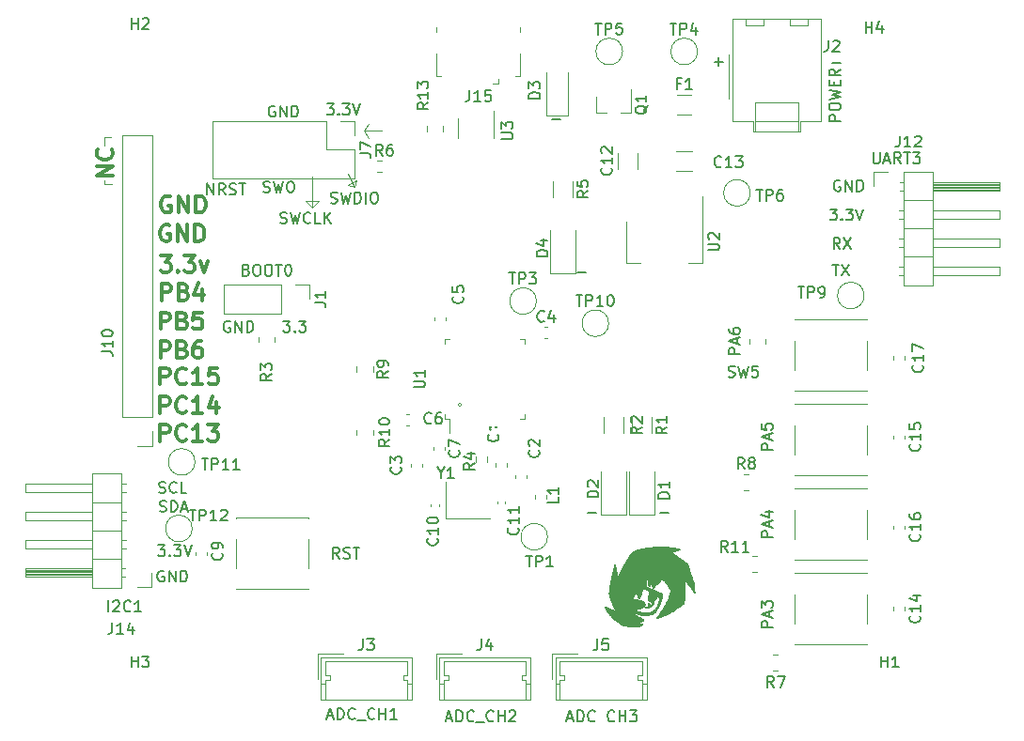
<source format=gto>
G04 #@! TF.GenerationSoftware,KiCad,Pcbnew,5.1.10-88a1d61d58~90~ubuntu20.04.1*
G04 #@! TF.CreationDate,2021-11-20T18:16:27-05:00*
G04 #@! TF.ProjectId,WiFiSTMBoard,57694669-5354-44d4-926f-6172642e6b69,rev?*
G04 #@! TF.SameCoordinates,Original*
G04 #@! TF.FileFunction,Legend,Top*
G04 #@! TF.FilePolarity,Positive*
%FSLAX46Y46*%
G04 Gerber Fmt 4.6, Leading zero omitted, Abs format (unit mm)*
G04 Created by KiCad (PCBNEW 5.1.10-88a1d61d58~90~ubuntu20.04.1) date 2021-11-20 18:16:27*
%MOMM*%
%LPD*%
G01*
G04 APERTURE LIST*
%ADD10C,0.150000*%
%ADD11C,0.120000*%
%ADD12C,0.300000*%
%ADD13C,0.010000*%
%ADD14O,1.200000X1.800000*%
%ADD15O,1.700000X1.700000*%
%ADD16R,1.700000X1.700000*%
%ADD17R,1.400000X1.200000*%
%ADD18R,0.650000X1.060000*%
%ADD19R,1.500000X2.000000*%
%ADD20R,3.800000X2.000000*%
%ADD21C,2.000000*%
%ADD22R,1.550000X1.300000*%
%ADD23R,0.800000X0.900000*%
%ADD24O,0.890000X1.550000*%
%ADD25R,1.200000X1.550000*%
%ADD26R,1.500000X1.550000*%
%ADD27O,1.250000X0.950000*%
%ADD28R,0.400000X1.350000*%
%ADD29O,3.160000X4.100000*%
%ADD30C,0.700000*%
%ADD31C,4.400000*%
%ADD32R,1.200000X0.900000*%
G04 APERTURE END LIST*
D10*
X83557142Y-89652380D02*
X83557142Y-88652380D01*
X84128571Y-89652380D01*
X84128571Y-88652380D01*
X85176190Y-89652380D02*
X84842857Y-89176190D01*
X84604761Y-89652380D02*
X84604761Y-88652380D01*
X84985714Y-88652380D01*
X85080952Y-88700000D01*
X85128571Y-88747619D01*
X85176190Y-88842857D01*
X85176190Y-88985714D01*
X85128571Y-89080952D01*
X85080952Y-89128571D01*
X84985714Y-89176190D01*
X84604761Y-89176190D01*
X85557142Y-89604761D02*
X85700000Y-89652380D01*
X85938095Y-89652380D01*
X86033333Y-89604761D01*
X86080952Y-89557142D01*
X86128571Y-89461904D01*
X86128571Y-89366666D01*
X86080952Y-89271428D01*
X86033333Y-89223809D01*
X85938095Y-89176190D01*
X85747619Y-89128571D01*
X85652380Y-89080952D01*
X85604761Y-89033333D01*
X85557142Y-88938095D01*
X85557142Y-88842857D01*
X85604761Y-88747619D01*
X85652380Y-88700000D01*
X85747619Y-88652380D01*
X85985714Y-88652380D01*
X86128571Y-88700000D01*
X86414285Y-88652380D02*
X86985714Y-88652380D01*
X86700000Y-89652380D02*
X86700000Y-88652380D01*
X89638095Y-81700000D02*
X89542857Y-81652380D01*
X89400000Y-81652380D01*
X89257142Y-81700000D01*
X89161904Y-81795238D01*
X89114285Y-81890476D01*
X89066666Y-82080952D01*
X89066666Y-82223809D01*
X89114285Y-82414285D01*
X89161904Y-82509523D01*
X89257142Y-82604761D01*
X89400000Y-82652380D01*
X89495238Y-82652380D01*
X89638095Y-82604761D01*
X89685714Y-82557142D01*
X89685714Y-82223809D01*
X89495238Y-82223809D01*
X90114285Y-82652380D02*
X90114285Y-81652380D01*
X90685714Y-82652380D01*
X90685714Y-81652380D01*
X91161904Y-82652380D02*
X91161904Y-81652380D01*
X91400000Y-81652380D01*
X91542857Y-81700000D01*
X91638095Y-81795238D01*
X91685714Y-81890476D01*
X91733333Y-82080952D01*
X91733333Y-82223809D01*
X91685714Y-82414285D01*
X91638095Y-82509523D01*
X91542857Y-82604761D01*
X91400000Y-82652380D01*
X91161904Y-82652380D01*
X94323809Y-81452380D02*
X94942857Y-81452380D01*
X94609523Y-81833333D01*
X94752380Y-81833333D01*
X94847619Y-81880952D01*
X94895238Y-81928571D01*
X94942857Y-82023809D01*
X94942857Y-82261904D01*
X94895238Y-82357142D01*
X94847619Y-82404761D01*
X94752380Y-82452380D01*
X94466666Y-82452380D01*
X94371428Y-82404761D01*
X94323809Y-82357142D01*
X95371428Y-82357142D02*
X95419047Y-82404761D01*
X95371428Y-82452380D01*
X95323809Y-82404761D01*
X95371428Y-82357142D01*
X95371428Y-82452380D01*
X95752380Y-81452380D02*
X96371428Y-81452380D01*
X96038095Y-81833333D01*
X96180952Y-81833333D01*
X96276190Y-81880952D01*
X96323809Y-81928571D01*
X96371428Y-82023809D01*
X96371428Y-82261904D01*
X96323809Y-82357142D01*
X96276190Y-82404761D01*
X96180952Y-82452380D01*
X95895238Y-82452380D01*
X95800000Y-82404761D01*
X95752380Y-82357142D01*
X96657142Y-81452380D02*
X96990476Y-82452380D01*
X97323809Y-81452380D01*
D11*
X97000000Y-88400000D02*
X96200000Y-88800000D01*
X96800000Y-89000000D02*
X96200000Y-88800000D01*
X96800000Y-89000000D02*
X97000000Y-88400000D01*
X96200000Y-87800000D02*
X96800000Y-89000000D01*
D10*
X94680952Y-90404761D02*
X94823809Y-90452380D01*
X95061904Y-90452380D01*
X95157142Y-90404761D01*
X95204761Y-90357142D01*
X95252380Y-90261904D01*
X95252380Y-90166666D01*
X95204761Y-90071428D01*
X95157142Y-90023809D01*
X95061904Y-89976190D01*
X94871428Y-89928571D01*
X94776190Y-89880952D01*
X94728571Y-89833333D01*
X94680952Y-89738095D01*
X94680952Y-89642857D01*
X94728571Y-89547619D01*
X94776190Y-89500000D01*
X94871428Y-89452380D01*
X95109523Y-89452380D01*
X95252380Y-89500000D01*
X95585714Y-89452380D02*
X95823809Y-90452380D01*
X96014285Y-89738095D01*
X96204761Y-90452380D01*
X96442857Y-89452380D01*
X96823809Y-90452380D02*
X96823809Y-89452380D01*
X97061904Y-89452380D01*
X97204761Y-89500000D01*
X97300000Y-89595238D01*
X97347619Y-89690476D01*
X97395238Y-89880952D01*
X97395238Y-90023809D01*
X97347619Y-90214285D01*
X97300000Y-90309523D01*
X97204761Y-90404761D01*
X97061904Y-90452380D01*
X96823809Y-90452380D01*
X97823809Y-90452380D02*
X97823809Y-89452380D01*
X98490476Y-89452380D02*
X98680952Y-89452380D01*
X98776190Y-89500000D01*
X98871428Y-89595238D01*
X98919047Y-89785714D01*
X98919047Y-90119047D01*
X98871428Y-90309523D01*
X98776190Y-90404761D01*
X98680952Y-90452380D01*
X98490476Y-90452380D01*
X98395238Y-90404761D01*
X98300000Y-90309523D01*
X98252380Y-90119047D01*
X98252380Y-89785714D01*
X98300000Y-89595238D01*
X98395238Y-89500000D01*
X98490476Y-89452380D01*
D11*
X93600000Y-90200000D02*
X93000000Y-90800000D01*
X92400000Y-90200000D02*
X93600000Y-90200000D01*
X93000000Y-90800000D02*
X92400000Y-90200000D01*
X93000000Y-88000000D02*
X93000000Y-90800000D01*
D10*
X90138095Y-92204761D02*
X90280952Y-92252380D01*
X90519047Y-92252380D01*
X90614285Y-92204761D01*
X90661904Y-92157142D01*
X90709523Y-92061904D01*
X90709523Y-91966666D01*
X90661904Y-91871428D01*
X90614285Y-91823809D01*
X90519047Y-91776190D01*
X90328571Y-91728571D01*
X90233333Y-91680952D01*
X90185714Y-91633333D01*
X90138095Y-91538095D01*
X90138095Y-91442857D01*
X90185714Y-91347619D01*
X90233333Y-91300000D01*
X90328571Y-91252380D01*
X90566666Y-91252380D01*
X90709523Y-91300000D01*
X91042857Y-91252380D02*
X91280952Y-92252380D01*
X91471428Y-91538095D01*
X91661904Y-92252380D01*
X91900000Y-91252380D01*
X92852380Y-92157142D02*
X92804761Y-92204761D01*
X92661904Y-92252380D01*
X92566666Y-92252380D01*
X92423809Y-92204761D01*
X92328571Y-92109523D01*
X92280952Y-92014285D01*
X92233333Y-91823809D01*
X92233333Y-91680952D01*
X92280952Y-91490476D01*
X92328571Y-91395238D01*
X92423809Y-91300000D01*
X92566666Y-91252380D01*
X92661904Y-91252380D01*
X92804761Y-91300000D01*
X92852380Y-91347619D01*
X93757142Y-92252380D02*
X93280952Y-92252380D01*
X93280952Y-91252380D01*
X94090476Y-92252380D02*
X94090476Y-91252380D01*
X94661904Y-92252380D02*
X94233333Y-91680952D01*
X94661904Y-91252380D02*
X94090476Y-91823809D01*
X88619047Y-89404761D02*
X88761904Y-89452380D01*
X89000000Y-89452380D01*
X89095238Y-89404761D01*
X89142857Y-89357142D01*
X89190476Y-89261904D01*
X89190476Y-89166666D01*
X89142857Y-89071428D01*
X89095238Y-89023809D01*
X89000000Y-88976190D01*
X88809523Y-88928571D01*
X88714285Y-88880952D01*
X88666666Y-88833333D01*
X88619047Y-88738095D01*
X88619047Y-88642857D01*
X88666666Y-88547619D01*
X88714285Y-88500000D01*
X88809523Y-88452380D01*
X89047619Y-88452380D01*
X89190476Y-88500000D01*
X89523809Y-88452380D02*
X89761904Y-89452380D01*
X89952380Y-88738095D01*
X90142857Y-89452380D01*
X90380952Y-88452380D01*
X90952380Y-88452380D02*
X91142857Y-88452380D01*
X91238095Y-88500000D01*
X91333333Y-88595238D01*
X91380952Y-88785714D01*
X91380952Y-89119047D01*
X91333333Y-89309523D01*
X91238095Y-89404761D01*
X91142857Y-89452380D01*
X90952380Y-89452380D01*
X90857142Y-89404761D01*
X90761904Y-89309523D01*
X90714285Y-89119047D01*
X90714285Y-88785714D01*
X90761904Y-88595238D01*
X90857142Y-88500000D01*
X90952380Y-88452380D01*
X94380952Y-136666666D02*
X94857142Y-136666666D01*
X94285714Y-136952380D02*
X94619047Y-135952380D01*
X94952380Y-136952380D01*
X95285714Y-136952380D02*
X95285714Y-135952380D01*
X95523809Y-135952380D01*
X95666666Y-136000000D01*
X95761904Y-136095238D01*
X95809523Y-136190476D01*
X95857142Y-136380952D01*
X95857142Y-136523809D01*
X95809523Y-136714285D01*
X95761904Y-136809523D01*
X95666666Y-136904761D01*
X95523809Y-136952380D01*
X95285714Y-136952380D01*
X96857142Y-136857142D02*
X96809523Y-136904761D01*
X96666666Y-136952380D01*
X96571428Y-136952380D01*
X96428571Y-136904761D01*
X96333333Y-136809523D01*
X96285714Y-136714285D01*
X96238095Y-136523809D01*
X96238095Y-136380952D01*
X96285714Y-136190476D01*
X96333333Y-136095238D01*
X96428571Y-136000000D01*
X96571428Y-135952380D01*
X96666666Y-135952380D01*
X96809523Y-136000000D01*
X96857142Y-136047619D01*
X97047619Y-137047619D02*
X97809523Y-137047619D01*
X98619047Y-136857142D02*
X98571428Y-136904761D01*
X98428571Y-136952380D01*
X98333333Y-136952380D01*
X98190476Y-136904761D01*
X98095238Y-136809523D01*
X98047619Y-136714285D01*
X98000000Y-136523809D01*
X98000000Y-136380952D01*
X98047619Y-136190476D01*
X98095238Y-136095238D01*
X98190476Y-136000000D01*
X98333333Y-135952380D01*
X98428571Y-135952380D01*
X98571428Y-136000000D01*
X98619047Y-136047619D01*
X99047619Y-136952380D02*
X99047619Y-135952380D01*
X99047619Y-136428571D02*
X99619047Y-136428571D01*
X99619047Y-136952380D02*
X99619047Y-135952380D01*
X100619047Y-136952380D02*
X100047619Y-136952380D01*
X100333333Y-136952380D02*
X100333333Y-135952380D01*
X100238095Y-136095238D01*
X100142857Y-136190476D01*
X100047619Y-136238095D01*
X105080952Y-136866666D02*
X105557142Y-136866666D01*
X104985714Y-137152380D02*
X105319047Y-136152380D01*
X105652380Y-137152380D01*
X105985714Y-137152380D02*
X105985714Y-136152380D01*
X106223809Y-136152380D01*
X106366666Y-136200000D01*
X106461904Y-136295238D01*
X106509523Y-136390476D01*
X106557142Y-136580952D01*
X106557142Y-136723809D01*
X106509523Y-136914285D01*
X106461904Y-137009523D01*
X106366666Y-137104761D01*
X106223809Y-137152380D01*
X105985714Y-137152380D01*
X107557142Y-137057142D02*
X107509523Y-137104761D01*
X107366666Y-137152380D01*
X107271428Y-137152380D01*
X107128571Y-137104761D01*
X107033333Y-137009523D01*
X106985714Y-136914285D01*
X106938095Y-136723809D01*
X106938095Y-136580952D01*
X106985714Y-136390476D01*
X107033333Y-136295238D01*
X107128571Y-136200000D01*
X107271428Y-136152380D01*
X107366666Y-136152380D01*
X107509523Y-136200000D01*
X107557142Y-136247619D01*
X107747619Y-137247619D02*
X108509523Y-137247619D01*
X109319047Y-137057142D02*
X109271428Y-137104761D01*
X109128571Y-137152380D01*
X109033333Y-137152380D01*
X108890476Y-137104761D01*
X108795238Y-137009523D01*
X108747619Y-136914285D01*
X108700000Y-136723809D01*
X108700000Y-136580952D01*
X108747619Y-136390476D01*
X108795238Y-136295238D01*
X108890476Y-136200000D01*
X109033333Y-136152380D01*
X109128571Y-136152380D01*
X109271428Y-136200000D01*
X109319047Y-136247619D01*
X109747619Y-137152380D02*
X109747619Y-136152380D01*
X109747619Y-136628571D02*
X110319047Y-136628571D01*
X110319047Y-137152380D02*
X110319047Y-136152380D01*
X110747619Y-136247619D02*
X110795238Y-136200000D01*
X110890476Y-136152380D01*
X111128571Y-136152380D01*
X111223809Y-136200000D01*
X111271428Y-136247619D01*
X111319047Y-136342857D01*
X111319047Y-136438095D01*
X111271428Y-136580952D01*
X110700000Y-137152380D01*
X111319047Y-137152380D01*
X115980952Y-136866666D02*
X116457142Y-136866666D01*
X115885714Y-137152380D02*
X116219047Y-136152380D01*
X116552380Y-137152380D01*
X116885714Y-137152380D02*
X116885714Y-136152380D01*
X117123809Y-136152380D01*
X117266666Y-136200000D01*
X117361904Y-136295238D01*
X117409523Y-136390476D01*
X117457142Y-136580952D01*
X117457142Y-136723809D01*
X117409523Y-136914285D01*
X117361904Y-137009523D01*
X117266666Y-137104761D01*
X117123809Y-137152380D01*
X116885714Y-137152380D01*
X118457142Y-137057142D02*
X118409523Y-137104761D01*
X118266666Y-137152380D01*
X118171428Y-137152380D01*
X118028571Y-137104761D01*
X117933333Y-137009523D01*
X117885714Y-136914285D01*
X117838095Y-136723809D01*
X117838095Y-136580952D01*
X117885714Y-136390476D01*
X117933333Y-136295238D01*
X118028571Y-136200000D01*
X118171428Y-136152380D01*
X118266666Y-136152380D01*
X118409523Y-136200000D01*
X118457142Y-136247619D01*
X120219047Y-137057142D02*
X120171428Y-137104761D01*
X120028571Y-137152380D01*
X119933333Y-137152380D01*
X119790476Y-137104761D01*
X119695238Y-137009523D01*
X119647619Y-136914285D01*
X119600000Y-136723809D01*
X119600000Y-136580952D01*
X119647619Y-136390476D01*
X119695238Y-136295238D01*
X119790476Y-136200000D01*
X119933333Y-136152380D01*
X120028571Y-136152380D01*
X120171428Y-136200000D01*
X120219047Y-136247619D01*
X120647619Y-137152380D02*
X120647619Y-136152380D01*
X120647619Y-136628571D02*
X121219047Y-136628571D01*
X121219047Y-137152380D02*
X121219047Y-136152380D01*
X121600000Y-136152380D02*
X122219047Y-136152380D01*
X121885714Y-136533333D01*
X122028571Y-136533333D01*
X122123809Y-136580952D01*
X122171428Y-136628571D01*
X122219047Y-136723809D01*
X122219047Y-136961904D01*
X122171428Y-137057142D01*
X122123809Y-137104761D01*
X122028571Y-137152380D01*
X121742857Y-137152380D01*
X121647619Y-137104761D01*
X121600000Y-137057142D01*
X114619047Y-82871428D02*
X115380952Y-82871428D01*
X116919047Y-96671428D02*
X117680952Y-96671428D01*
X124319047Y-118371428D02*
X125080952Y-118371428D01*
X117819047Y-118371428D02*
X118580952Y-118371428D01*
X139819047Y-77771428D02*
X140580952Y-77771428D01*
X129219047Y-77671428D02*
X129980952Y-77671428D01*
X129600000Y-78052380D02*
X129600000Y-77290476D01*
X79285714Y-118204761D02*
X79428571Y-118252380D01*
X79666666Y-118252380D01*
X79761904Y-118204761D01*
X79809523Y-118157142D01*
X79857142Y-118061904D01*
X79857142Y-117966666D01*
X79809523Y-117871428D01*
X79761904Y-117823809D01*
X79666666Y-117776190D01*
X79476190Y-117728571D01*
X79380952Y-117680952D01*
X79333333Y-117633333D01*
X79285714Y-117538095D01*
X79285714Y-117442857D01*
X79333333Y-117347619D01*
X79380952Y-117300000D01*
X79476190Y-117252380D01*
X79714285Y-117252380D01*
X79857142Y-117300000D01*
X80285714Y-118252380D02*
X80285714Y-117252380D01*
X80523809Y-117252380D01*
X80666666Y-117300000D01*
X80761904Y-117395238D01*
X80809523Y-117490476D01*
X80857142Y-117680952D01*
X80857142Y-117823809D01*
X80809523Y-118014285D01*
X80761904Y-118109523D01*
X80666666Y-118204761D01*
X80523809Y-118252380D01*
X80285714Y-118252380D01*
X81238095Y-117966666D02*
X81714285Y-117966666D01*
X81142857Y-118252380D02*
X81476190Y-117252380D01*
X81809523Y-118252380D01*
X79209523Y-116504761D02*
X79352380Y-116552380D01*
X79590476Y-116552380D01*
X79685714Y-116504761D01*
X79733333Y-116457142D01*
X79780952Y-116361904D01*
X79780952Y-116266666D01*
X79733333Y-116171428D01*
X79685714Y-116123809D01*
X79590476Y-116076190D01*
X79400000Y-116028571D01*
X79304761Y-115980952D01*
X79257142Y-115933333D01*
X79209523Y-115838095D01*
X79209523Y-115742857D01*
X79257142Y-115647619D01*
X79304761Y-115600000D01*
X79400000Y-115552380D01*
X79638095Y-115552380D01*
X79780952Y-115600000D01*
X80780952Y-116457142D02*
X80733333Y-116504761D01*
X80590476Y-116552380D01*
X80495238Y-116552380D01*
X80352380Y-116504761D01*
X80257142Y-116409523D01*
X80209523Y-116314285D01*
X80161904Y-116123809D01*
X80161904Y-115980952D01*
X80209523Y-115790476D01*
X80257142Y-115695238D01*
X80352380Y-115600000D01*
X80495238Y-115552380D01*
X80590476Y-115552380D01*
X80733333Y-115600000D01*
X80780952Y-115647619D01*
X81685714Y-116552380D02*
X81209523Y-116552380D01*
X81209523Y-115552380D01*
X79123809Y-121252380D02*
X79742857Y-121252380D01*
X79409523Y-121633333D01*
X79552380Y-121633333D01*
X79647619Y-121680952D01*
X79695238Y-121728571D01*
X79742857Y-121823809D01*
X79742857Y-122061904D01*
X79695238Y-122157142D01*
X79647619Y-122204761D01*
X79552380Y-122252380D01*
X79266666Y-122252380D01*
X79171428Y-122204761D01*
X79123809Y-122157142D01*
X80171428Y-122157142D02*
X80219047Y-122204761D01*
X80171428Y-122252380D01*
X80123809Y-122204761D01*
X80171428Y-122157142D01*
X80171428Y-122252380D01*
X80552380Y-121252380D02*
X81171428Y-121252380D01*
X80838095Y-121633333D01*
X80980952Y-121633333D01*
X81076190Y-121680952D01*
X81123809Y-121728571D01*
X81171428Y-121823809D01*
X81171428Y-122061904D01*
X81123809Y-122157142D01*
X81076190Y-122204761D01*
X80980952Y-122252380D01*
X80695238Y-122252380D01*
X80600000Y-122204761D01*
X80552380Y-122157142D01*
X81457142Y-121252380D02*
X81790476Y-122252380D01*
X82123809Y-121252380D01*
X79638095Y-123600000D02*
X79542857Y-123552380D01*
X79400000Y-123552380D01*
X79257142Y-123600000D01*
X79161904Y-123695238D01*
X79114285Y-123790476D01*
X79066666Y-123980952D01*
X79066666Y-124123809D01*
X79114285Y-124314285D01*
X79161904Y-124409523D01*
X79257142Y-124504761D01*
X79400000Y-124552380D01*
X79495238Y-124552380D01*
X79638095Y-124504761D01*
X79685714Y-124457142D01*
X79685714Y-124123809D01*
X79495238Y-124123809D01*
X80114285Y-124552380D02*
X80114285Y-123552380D01*
X80685714Y-124552380D01*
X80685714Y-123552380D01*
X81161904Y-124552380D02*
X81161904Y-123552380D01*
X81400000Y-123552380D01*
X81542857Y-123600000D01*
X81638095Y-123695238D01*
X81685714Y-123790476D01*
X81733333Y-123980952D01*
X81733333Y-124123809D01*
X81685714Y-124314285D01*
X81638095Y-124409523D01*
X81542857Y-124504761D01*
X81400000Y-124552380D01*
X81161904Y-124552380D01*
X139838095Y-95952380D02*
X140409523Y-95952380D01*
X140123809Y-96952380D02*
X140123809Y-95952380D01*
X140647619Y-95952380D02*
X141314285Y-96952380D01*
X141314285Y-95952380D02*
X140647619Y-96952380D01*
X140533333Y-94552380D02*
X140200000Y-94076190D01*
X139961904Y-94552380D02*
X139961904Y-93552380D01*
X140342857Y-93552380D01*
X140438095Y-93600000D01*
X140485714Y-93647619D01*
X140533333Y-93742857D01*
X140533333Y-93885714D01*
X140485714Y-93980952D01*
X140438095Y-94028571D01*
X140342857Y-94076190D01*
X139961904Y-94076190D01*
X140866666Y-93552380D02*
X141533333Y-94552380D01*
X141533333Y-93552380D02*
X140866666Y-94552380D01*
X139623809Y-90952380D02*
X140242857Y-90952380D01*
X139909523Y-91333333D01*
X140052380Y-91333333D01*
X140147619Y-91380952D01*
X140195238Y-91428571D01*
X140242857Y-91523809D01*
X140242857Y-91761904D01*
X140195238Y-91857142D01*
X140147619Y-91904761D01*
X140052380Y-91952380D01*
X139766666Y-91952380D01*
X139671428Y-91904761D01*
X139623809Y-91857142D01*
X140671428Y-91857142D02*
X140719047Y-91904761D01*
X140671428Y-91952380D01*
X140623809Y-91904761D01*
X140671428Y-91857142D01*
X140671428Y-91952380D01*
X141052380Y-90952380D02*
X141671428Y-90952380D01*
X141338095Y-91333333D01*
X141480952Y-91333333D01*
X141576190Y-91380952D01*
X141623809Y-91428571D01*
X141671428Y-91523809D01*
X141671428Y-91761904D01*
X141623809Y-91857142D01*
X141576190Y-91904761D01*
X141480952Y-91952380D01*
X141195238Y-91952380D01*
X141100000Y-91904761D01*
X141052380Y-91857142D01*
X141957142Y-90952380D02*
X142290476Y-91952380D01*
X142623809Y-90952380D01*
X140538095Y-88400000D02*
X140442857Y-88352380D01*
X140300000Y-88352380D01*
X140157142Y-88400000D01*
X140061904Y-88495238D01*
X140014285Y-88590476D01*
X139966666Y-88780952D01*
X139966666Y-88923809D01*
X140014285Y-89114285D01*
X140061904Y-89209523D01*
X140157142Y-89304761D01*
X140300000Y-89352380D01*
X140395238Y-89352380D01*
X140538095Y-89304761D01*
X140585714Y-89257142D01*
X140585714Y-88923809D01*
X140395238Y-88923809D01*
X141014285Y-89352380D02*
X141014285Y-88352380D01*
X141585714Y-89352380D01*
X141585714Y-88352380D01*
X142061904Y-89352380D02*
X142061904Y-88352380D01*
X142300000Y-88352380D01*
X142442857Y-88400000D01*
X142538095Y-88495238D01*
X142585714Y-88590476D01*
X142633333Y-88780952D01*
X142633333Y-88923809D01*
X142585714Y-89114285D01*
X142538095Y-89209523D01*
X142442857Y-89304761D01*
X142300000Y-89352380D01*
X142061904Y-89352380D01*
X140552380Y-83009523D02*
X139552380Y-83009523D01*
X139552380Y-82628571D01*
X139600000Y-82533333D01*
X139647619Y-82485714D01*
X139742857Y-82438095D01*
X139885714Y-82438095D01*
X139980952Y-82485714D01*
X140028571Y-82533333D01*
X140076190Y-82628571D01*
X140076190Y-83009523D01*
X139552380Y-81819047D02*
X139552380Y-81628571D01*
X139600000Y-81533333D01*
X139695238Y-81438095D01*
X139885714Y-81390476D01*
X140219047Y-81390476D01*
X140409523Y-81438095D01*
X140504761Y-81533333D01*
X140552380Y-81628571D01*
X140552380Y-81819047D01*
X140504761Y-81914285D01*
X140409523Y-82009523D01*
X140219047Y-82057142D01*
X139885714Y-82057142D01*
X139695238Y-82009523D01*
X139600000Y-81914285D01*
X139552380Y-81819047D01*
X139552380Y-81057142D02*
X140552380Y-80819047D01*
X139838095Y-80628571D01*
X140552380Y-80438095D01*
X139552380Y-80200000D01*
X140028571Y-79819047D02*
X140028571Y-79485714D01*
X140552380Y-79342857D02*
X140552380Y-79819047D01*
X139552380Y-79819047D01*
X139552380Y-79342857D01*
X140552380Y-78342857D02*
X140076190Y-78676190D01*
X140552380Y-78914285D02*
X139552380Y-78914285D01*
X139552380Y-78533333D01*
X139600000Y-78438095D01*
X139647619Y-78390476D01*
X139742857Y-78342857D01*
X139885714Y-78342857D01*
X139980952Y-78390476D01*
X140028571Y-78438095D01*
X140076190Y-78533333D01*
X140076190Y-78914285D01*
D11*
X97700000Y-83900000D02*
X98100000Y-84600000D01*
X97700000Y-83900000D02*
X98100000Y-83300000D01*
X99300000Y-83900000D02*
X97700000Y-83900000D01*
X106441421Y-108600000D02*
G75*
G03*
X106441421Y-108600000I-141421J0D01*
G01*
D10*
X74647619Y-127252380D02*
X74647619Y-126252380D01*
X75076190Y-126347619D02*
X75123809Y-126300000D01*
X75219047Y-126252380D01*
X75457142Y-126252380D01*
X75552380Y-126300000D01*
X75600000Y-126347619D01*
X75647619Y-126442857D01*
X75647619Y-126538095D01*
X75600000Y-126680952D01*
X75028571Y-127252380D01*
X75647619Y-127252380D01*
X76647619Y-127157142D02*
X76600000Y-127204761D01*
X76457142Y-127252380D01*
X76361904Y-127252380D01*
X76219047Y-127204761D01*
X76123809Y-127109523D01*
X76076190Y-127014285D01*
X76028571Y-126823809D01*
X76028571Y-126680952D01*
X76076190Y-126490476D01*
X76123809Y-126395238D01*
X76219047Y-126300000D01*
X76361904Y-126252380D01*
X76457142Y-126252380D01*
X76600000Y-126300000D01*
X76647619Y-126347619D01*
X77600000Y-127252380D02*
X77028571Y-127252380D01*
X77314285Y-127252380D02*
X77314285Y-126252380D01*
X77219047Y-126395238D01*
X77123809Y-126490476D01*
X77028571Y-126538095D01*
X143528571Y-85852380D02*
X143528571Y-86661904D01*
X143576190Y-86757142D01*
X143623809Y-86804761D01*
X143719047Y-86852380D01*
X143909523Y-86852380D01*
X144004761Y-86804761D01*
X144052380Y-86757142D01*
X144100000Y-86661904D01*
X144100000Y-85852380D01*
X144528571Y-86566666D02*
X145004761Y-86566666D01*
X144433333Y-86852380D02*
X144766666Y-85852380D01*
X145100000Y-86852380D01*
X146004761Y-86852380D02*
X145671428Y-86376190D01*
X145433333Y-86852380D02*
X145433333Y-85852380D01*
X145814285Y-85852380D01*
X145909523Y-85900000D01*
X145957142Y-85947619D01*
X146004761Y-86042857D01*
X146004761Y-86185714D01*
X145957142Y-86280952D01*
X145909523Y-86328571D01*
X145814285Y-86376190D01*
X145433333Y-86376190D01*
X146290476Y-85852380D02*
X146861904Y-85852380D01*
X146576190Y-86852380D02*
X146576190Y-85852380D01*
X147100000Y-85852380D02*
X147719047Y-85852380D01*
X147385714Y-86233333D01*
X147528571Y-86233333D01*
X147623809Y-86280952D01*
X147671428Y-86328571D01*
X147719047Y-86423809D01*
X147719047Y-86661904D01*
X147671428Y-86757142D01*
X147623809Y-86804761D01*
X147528571Y-86852380D01*
X147242857Y-86852380D01*
X147147619Y-86804761D01*
X147100000Y-86757142D01*
D11*
X74300000Y-88700000D02*
X75000000Y-88700000D01*
X74300000Y-88400000D02*
X74300000Y-88700000D01*
X74300000Y-84500000D02*
X74900000Y-84500000D01*
X74300000Y-85200000D02*
X74300000Y-84500000D01*
D12*
X75078571Y-87978571D02*
X73578571Y-87978571D01*
X75078571Y-87121428D01*
X73578571Y-87121428D01*
X74935714Y-85550000D02*
X75007142Y-85621428D01*
X75078571Y-85835714D01*
X75078571Y-85978571D01*
X75007142Y-86192857D01*
X74864285Y-86335714D01*
X74721428Y-86407142D01*
X74435714Y-86478571D01*
X74221428Y-86478571D01*
X73935714Y-86407142D01*
X73792857Y-86335714D01*
X73650000Y-86192857D01*
X73578571Y-85978571D01*
X73578571Y-85835714D01*
X73650000Y-85621428D01*
X73721428Y-85550000D01*
X79328571Y-111878571D02*
X79328571Y-110378571D01*
X79900000Y-110378571D01*
X80042857Y-110450000D01*
X80114285Y-110521428D01*
X80185714Y-110664285D01*
X80185714Y-110878571D01*
X80114285Y-111021428D01*
X80042857Y-111092857D01*
X79900000Y-111164285D01*
X79328571Y-111164285D01*
X81685714Y-111735714D02*
X81614285Y-111807142D01*
X81400000Y-111878571D01*
X81257142Y-111878571D01*
X81042857Y-111807142D01*
X80900000Y-111664285D01*
X80828571Y-111521428D01*
X80757142Y-111235714D01*
X80757142Y-111021428D01*
X80828571Y-110735714D01*
X80900000Y-110592857D01*
X81042857Y-110450000D01*
X81257142Y-110378571D01*
X81400000Y-110378571D01*
X81614285Y-110450000D01*
X81685714Y-110521428D01*
X83114285Y-111878571D02*
X82257142Y-111878571D01*
X82685714Y-111878571D02*
X82685714Y-110378571D01*
X82542857Y-110592857D01*
X82400000Y-110735714D01*
X82257142Y-110807142D01*
X83614285Y-110378571D02*
X84542857Y-110378571D01*
X84042857Y-110950000D01*
X84257142Y-110950000D01*
X84400000Y-111021428D01*
X84471428Y-111092857D01*
X84542857Y-111235714D01*
X84542857Y-111592857D01*
X84471428Y-111735714D01*
X84400000Y-111807142D01*
X84257142Y-111878571D01*
X83828571Y-111878571D01*
X83685714Y-111807142D01*
X83614285Y-111735714D01*
X79328571Y-109378571D02*
X79328571Y-107878571D01*
X79900000Y-107878571D01*
X80042857Y-107950000D01*
X80114285Y-108021428D01*
X80185714Y-108164285D01*
X80185714Y-108378571D01*
X80114285Y-108521428D01*
X80042857Y-108592857D01*
X79900000Y-108664285D01*
X79328571Y-108664285D01*
X81685714Y-109235714D02*
X81614285Y-109307142D01*
X81400000Y-109378571D01*
X81257142Y-109378571D01*
X81042857Y-109307142D01*
X80900000Y-109164285D01*
X80828571Y-109021428D01*
X80757142Y-108735714D01*
X80757142Y-108521428D01*
X80828571Y-108235714D01*
X80900000Y-108092857D01*
X81042857Y-107950000D01*
X81257142Y-107878571D01*
X81400000Y-107878571D01*
X81614285Y-107950000D01*
X81685714Y-108021428D01*
X83114285Y-109378571D02*
X82257142Y-109378571D01*
X82685714Y-109378571D02*
X82685714Y-107878571D01*
X82542857Y-108092857D01*
X82400000Y-108235714D01*
X82257142Y-108307142D01*
X84400000Y-108378571D02*
X84400000Y-109378571D01*
X84042857Y-107807142D02*
X83685714Y-108878571D01*
X84614285Y-108878571D01*
X79328571Y-106778571D02*
X79328571Y-105278571D01*
X79900000Y-105278571D01*
X80042857Y-105350000D01*
X80114285Y-105421428D01*
X80185714Y-105564285D01*
X80185714Y-105778571D01*
X80114285Y-105921428D01*
X80042857Y-105992857D01*
X79900000Y-106064285D01*
X79328571Y-106064285D01*
X81685714Y-106635714D02*
X81614285Y-106707142D01*
X81400000Y-106778571D01*
X81257142Y-106778571D01*
X81042857Y-106707142D01*
X80900000Y-106564285D01*
X80828571Y-106421428D01*
X80757142Y-106135714D01*
X80757142Y-105921428D01*
X80828571Y-105635714D01*
X80900000Y-105492857D01*
X81042857Y-105350000D01*
X81257142Y-105278571D01*
X81400000Y-105278571D01*
X81614285Y-105350000D01*
X81685714Y-105421428D01*
X83114285Y-106778571D02*
X82257142Y-106778571D01*
X82685714Y-106778571D02*
X82685714Y-105278571D01*
X82542857Y-105492857D01*
X82400000Y-105635714D01*
X82257142Y-105707142D01*
X84471428Y-105278571D02*
X83757142Y-105278571D01*
X83685714Y-105992857D01*
X83757142Y-105921428D01*
X83900000Y-105850000D01*
X84257142Y-105850000D01*
X84400000Y-105921428D01*
X84471428Y-105992857D01*
X84542857Y-106135714D01*
X84542857Y-106492857D01*
X84471428Y-106635714D01*
X84400000Y-106707142D01*
X84257142Y-106778571D01*
X83900000Y-106778571D01*
X83757142Y-106707142D01*
X83685714Y-106635714D01*
X79342857Y-104378571D02*
X79342857Y-102878571D01*
X79914285Y-102878571D01*
X80057142Y-102950000D01*
X80128571Y-103021428D01*
X80200000Y-103164285D01*
X80200000Y-103378571D01*
X80128571Y-103521428D01*
X80057142Y-103592857D01*
X79914285Y-103664285D01*
X79342857Y-103664285D01*
X81342857Y-103592857D02*
X81557142Y-103664285D01*
X81628571Y-103735714D01*
X81700000Y-103878571D01*
X81700000Y-104092857D01*
X81628571Y-104235714D01*
X81557142Y-104307142D01*
X81414285Y-104378571D01*
X80842857Y-104378571D01*
X80842857Y-102878571D01*
X81342857Y-102878571D01*
X81485714Y-102950000D01*
X81557142Y-103021428D01*
X81628571Y-103164285D01*
X81628571Y-103307142D01*
X81557142Y-103450000D01*
X81485714Y-103521428D01*
X81342857Y-103592857D01*
X80842857Y-103592857D01*
X82985714Y-102878571D02*
X82700000Y-102878571D01*
X82557142Y-102950000D01*
X82485714Y-103021428D01*
X82342857Y-103235714D01*
X82271428Y-103521428D01*
X82271428Y-104092857D01*
X82342857Y-104235714D01*
X82414285Y-104307142D01*
X82557142Y-104378571D01*
X82842857Y-104378571D01*
X82985714Y-104307142D01*
X83057142Y-104235714D01*
X83128571Y-104092857D01*
X83128571Y-103735714D01*
X83057142Y-103592857D01*
X82985714Y-103521428D01*
X82842857Y-103450000D01*
X82557142Y-103450000D01*
X82414285Y-103521428D01*
X82342857Y-103592857D01*
X82271428Y-103735714D01*
X79342857Y-101778571D02*
X79342857Y-100278571D01*
X79914285Y-100278571D01*
X80057142Y-100350000D01*
X80128571Y-100421428D01*
X80200000Y-100564285D01*
X80200000Y-100778571D01*
X80128571Y-100921428D01*
X80057142Y-100992857D01*
X79914285Y-101064285D01*
X79342857Y-101064285D01*
X81342857Y-100992857D02*
X81557142Y-101064285D01*
X81628571Y-101135714D01*
X81700000Y-101278571D01*
X81700000Y-101492857D01*
X81628571Y-101635714D01*
X81557142Y-101707142D01*
X81414285Y-101778571D01*
X80842857Y-101778571D01*
X80842857Y-100278571D01*
X81342857Y-100278571D01*
X81485714Y-100350000D01*
X81557142Y-100421428D01*
X81628571Y-100564285D01*
X81628571Y-100707142D01*
X81557142Y-100850000D01*
X81485714Y-100921428D01*
X81342857Y-100992857D01*
X80842857Y-100992857D01*
X83057142Y-100278571D02*
X82342857Y-100278571D01*
X82271428Y-100992857D01*
X82342857Y-100921428D01*
X82485714Y-100850000D01*
X82842857Y-100850000D01*
X82985714Y-100921428D01*
X83057142Y-100992857D01*
X83128571Y-101135714D01*
X83128571Y-101492857D01*
X83057142Y-101635714D01*
X82985714Y-101707142D01*
X82842857Y-101778571D01*
X82485714Y-101778571D01*
X82342857Y-101707142D01*
X82271428Y-101635714D01*
X79442857Y-99178571D02*
X79442857Y-97678571D01*
X80014285Y-97678571D01*
X80157142Y-97750000D01*
X80228571Y-97821428D01*
X80300000Y-97964285D01*
X80300000Y-98178571D01*
X80228571Y-98321428D01*
X80157142Y-98392857D01*
X80014285Y-98464285D01*
X79442857Y-98464285D01*
X81442857Y-98392857D02*
X81657142Y-98464285D01*
X81728571Y-98535714D01*
X81800000Y-98678571D01*
X81800000Y-98892857D01*
X81728571Y-99035714D01*
X81657142Y-99107142D01*
X81514285Y-99178571D01*
X80942857Y-99178571D01*
X80942857Y-97678571D01*
X81442857Y-97678571D01*
X81585714Y-97750000D01*
X81657142Y-97821428D01*
X81728571Y-97964285D01*
X81728571Y-98107142D01*
X81657142Y-98250000D01*
X81585714Y-98321428D01*
X81442857Y-98392857D01*
X80942857Y-98392857D01*
X83085714Y-98178571D02*
X83085714Y-99178571D01*
X82728571Y-97607142D02*
X82371428Y-98678571D01*
X83300000Y-98678571D01*
X80257142Y-89850000D02*
X80114285Y-89778571D01*
X79900000Y-89778571D01*
X79685714Y-89850000D01*
X79542857Y-89992857D01*
X79471428Y-90135714D01*
X79400000Y-90421428D01*
X79400000Y-90635714D01*
X79471428Y-90921428D01*
X79542857Y-91064285D01*
X79685714Y-91207142D01*
X79900000Y-91278571D01*
X80042857Y-91278571D01*
X80257142Y-91207142D01*
X80328571Y-91135714D01*
X80328571Y-90635714D01*
X80042857Y-90635714D01*
X80971428Y-91278571D02*
X80971428Y-89778571D01*
X81828571Y-91278571D01*
X81828571Y-89778571D01*
X82542857Y-91278571D02*
X82542857Y-89778571D01*
X82900000Y-89778571D01*
X83114285Y-89850000D01*
X83257142Y-89992857D01*
X83328571Y-90135714D01*
X83400000Y-90421428D01*
X83400000Y-90635714D01*
X83328571Y-90921428D01*
X83257142Y-91064285D01*
X83114285Y-91207142D01*
X82900000Y-91278571D01*
X82542857Y-91278571D01*
X80157142Y-92450000D02*
X80014285Y-92378571D01*
X79800000Y-92378571D01*
X79585714Y-92450000D01*
X79442857Y-92592857D01*
X79371428Y-92735714D01*
X79300000Y-93021428D01*
X79300000Y-93235714D01*
X79371428Y-93521428D01*
X79442857Y-93664285D01*
X79585714Y-93807142D01*
X79800000Y-93878571D01*
X79942857Y-93878571D01*
X80157142Y-93807142D01*
X80228571Y-93735714D01*
X80228571Y-93235714D01*
X79942857Y-93235714D01*
X80871428Y-93878571D02*
X80871428Y-92378571D01*
X81728571Y-93878571D01*
X81728571Y-92378571D01*
X82442857Y-93878571D02*
X82442857Y-92378571D01*
X82800000Y-92378571D01*
X83014285Y-92450000D01*
X83157142Y-92592857D01*
X83228571Y-92735714D01*
X83300000Y-93021428D01*
X83300000Y-93235714D01*
X83228571Y-93521428D01*
X83157142Y-93664285D01*
X83014285Y-93807142D01*
X82800000Y-93878571D01*
X82442857Y-93878571D01*
X79357142Y-95178571D02*
X80285714Y-95178571D01*
X79785714Y-95750000D01*
X80000000Y-95750000D01*
X80142857Y-95821428D01*
X80214285Y-95892857D01*
X80285714Y-96035714D01*
X80285714Y-96392857D01*
X80214285Y-96535714D01*
X80142857Y-96607142D01*
X80000000Y-96678571D01*
X79571428Y-96678571D01*
X79428571Y-96607142D01*
X79357142Y-96535714D01*
X80928571Y-96535714D02*
X81000000Y-96607142D01*
X80928571Y-96678571D01*
X80857142Y-96607142D01*
X80928571Y-96535714D01*
X80928571Y-96678571D01*
X81500000Y-95178571D02*
X82428571Y-95178571D01*
X81928571Y-95750000D01*
X82142857Y-95750000D01*
X82285714Y-95821428D01*
X82357142Y-95892857D01*
X82428571Y-96035714D01*
X82428571Y-96392857D01*
X82357142Y-96535714D01*
X82285714Y-96607142D01*
X82142857Y-96678571D01*
X81714285Y-96678571D01*
X81571428Y-96607142D01*
X81500000Y-96535714D01*
X82928571Y-95678571D02*
X83285714Y-96678571D01*
X83642857Y-95678571D01*
D10*
X87066666Y-96448571D02*
X87209523Y-96496190D01*
X87257142Y-96543809D01*
X87304761Y-96639047D01*
X87304761Y-96781904D01*
X87257142Y-96877142D01*
X87209523Y-96924761D01*
X87114285Y-96972380D01*
X86733333Y-96972380D01*
X86733333Y-95972380D01*
X87066666Y-95972380D01*
X87161904Y-96020000D01*
X87209523Y-96067619D01*
X87257142Y-96162857D01*
X87257142Y-96258095D01*
X87209523Y-96353333D01*
X87161904Y-96400952D01*
X87066666Y-96448571D01*
X86733333Y-96448571D01*
X87923809Y-95972380D02*
X88114285Y-95972380D01*
X88209523Y-96020000D01*
X88304761Y-96115238D01*
X88352380Y-96305714D01*
X88352380Y-96639047D01*
X88304761Y-96829523D01*
X88209523Y-96924761D01*
X88114285Y-96972380D01*
X87923809Y-96972380D01*
X87828571Y-96924761D01*
X87733333Y-96829523D01*
X87685714Y-96639047D01*
X87685714Y-96305714D01*
X87733333Y-96115238D01*
X87828571Y-96020000D01*
X87923809Y-95972380D01*
X88971428Y-95972380D02*
X89161904Y-95972380D01*
X89257142Y-96020000D01*
X89352380Y-96115238D01*
X89400000Y-96305714D01*
X89400000Y-96639047D01*
X89352380Y-96829523D01*
X89257142Y-96924761D01*
X89161904Y-96972380D01*
X88971428Y-96972380D01*
X88876190Y-96924761D01*
X88780952Y-96829523D01*
X88733333Y-96639047D01*
X88733333Y-96305714D01*
X88780952Y-96115238D01*
X88876190Y-96020000D01*
X88971428Y-95972380D01*
X89685714Y-95972380D02*
X90257142Y-95972380D01*
X89971428Y-96972380D02*
X89971428Y-95972380D01*
X90780952Y-95972380D02*
X90876190Y-95972380D01*
X90971428Y-96020000D01*
X91019047Y-96067619D01*
X91066666Y-96162857D01*
X91114285Y-96353333D01*
X91114285Y-96591428D01*
X91066666Y-96781904D01*
X91019047Y-96877142D01*
X90971428Y-96924761D01*
X90876190Y-96972380D01*
X90780952Y-96972380D01*
X90685714Y-96924761D01*
X90638095Y-96877142D01*
X90590476Y-96781904D01*
X90542857Y-96591428D01*
X90542857Y-96353333D01*
X90590476Y-96162857D01*
X90638095Y-96067619D01*
X90685714Y-96020000D01*
X90780952Y-95972380D01*
X85598095Y-101100000D02*
X85502857Y-101052380D01*
X85360000Y-101052380D01*
X85217142Y-101100000D01*
X85121904Y-101195238D01*
X85074285Y-101290476D01*
X85026666Y-101480952D01*
X85026666Y-101623809D01*
X85074285Y-101814285D01*
X85121904Y-101909523D01*
X85217142Y-102004761D01*
X85360000Y-102052380D01*
X85455238Y-102052380D01*
X85598095Y-102004761D01*
X85645714Y-101957142D01*
X85645714Y-101623809D01*
X85455238Y-101623809D01*
X86074285Y-102052380D02*
X86074285Y-101052380D01*
X86645714Y-102052380D01*
X86645714Y-101052380D01*
X87121904Y-102052380D02*
X87121904Y-101052380D01*
X87360000Y-101052380D01*
X87502857Y-101100000D01*
X87598095Y-101195238D01*
X87645714Y-101290476D01*
X87693333Y-101480952D01*
X87693333Y-101623809D01*
X87645714Y-101814285D01*
X87598095Y-101909523D01*
X87502857Y-102004761D01*
X87360000Y-102052380D01*
X87121904Y-102052380D01*
X90392380Y-101052380D02*
X91011428Y-101052380D01*
X90678095Y-101433333D01*
X90820952Y-101433333D01*
X90916190Y-101480952D01*
X90963809Y-101528571D01*
X91011428Y-101623809D01*
X91011428Y-101861904D01*
X90963809Y-101957142D01*
X90916190Y-102004761D01*
X90820952Y-102052380D01*
X90535238Y-102052380D01*
X90440000Y-102004761D01*
X90392380Y-101957142D01*
X91440000Y-101957142D02*
X91487619Y-102004761D01*
X91440000Y-102052380D01*
X91392380Y-102004761D01*
X91440000Y-101957142D01*
X91440000Y-102052380D01*
X91820952Y-101052380D02*
X92440000Y-101052380D01*
X92106666Y-101433333D01*
X92249523Y-101433333D01*
X92344761Y-101480952D01*
X92392380Y-101528571D01*
X92440000Y-101623809D01*
X92440000Y-101861904D01*
X92392380Y-101957142D01*
X92344761Y-102004761D01*
X92249523Y-102052380D01*
X91963809Y-102052380D01*
X91868571Y-102004761D01*
X91820952Y-101957142D01*
D13*
G36*
X124370610Y-121393547D02*
G01*
X124411013Y-121393744D01*
X124441021Y-121393950D01*
X124468047Y-121394162D01*
X124492496Y-121394391D01*
X124514773Y-121394645D01*
X124535283Y-121394933D01*
X124554430Y-121395263D01*
X124572620Y-121395646D01*
X124590257Y-121396089D01*
X124607747Y-121396602D01*
X124625494Y-121397193D01*
X124643903Y-121397871D01*
X124663378Y-121398646D01*
X124684326Y-121399526D01*
X124694646Y-121399972D01*
X124849459Y-121408287D01*
X125002980Y-121419709D01*
X125155287Y-121434247D01*
X125306459Y-121451909D01*
X125456573Y-121472706D01*
X125605710Y-121496647D01*
X125753947Y-121523741D01*
X125796160Y-121532066D01*
X125814837Y-121535849D01*
X125834441Y-121539894D01*
X125854709Y-121544140D01*
X125875377Y-121548530D01*
X125896180Y-121553002D01*
X125916855Y-121557498D01*
X125937137Y-121561959D01*
X125956763Y-121566324D01*
X125975469Y-121570535D01*
X125992990Y-121574532D01*
X126009064Y-121578255D01*
X126023425Y-121581645D01*
X126035810Y-121584643D01*
X126045955Y-121587189D01*
X126053597Y-121589223D01*
X126058470Y-121590687D01*
X126060311Y-121591521D01*
X126060320Y-121591555D01*
X126058921Y-121592972D01*
X126056510Y-121594055D01*
X126054468Y-121594943D01*
X126054906Y-121595761D01*
X126058182Y-121596900D01*
X126059473Y-121597276D01*
X126065764Y-121600479D01*
X126069368Y-121605505D01*
X126070071Y-121611640D01*
X126069695Y-121612803D01*
X126068723Y-121614146D01*
X126067050Y-121615715D01*
X126064574Y-121617555D01*
X126061189Y-121619712D01*
X126056791Y-121622232D01*
X126051277Y-121625160D01*
X126044542Y-121628543D01*
X126036482Y-121632426D01*
X126026994Y-121636855D01*
X126015972Y-121641875D01*
X126003314Y-121647533D01*
X125988914Y-121653873D01*
X125972669Y-121660943D01*
X125954475Y-121668787D01*
X125934227Y-121677451D01*
X125911822Y-121686980D01*
X125887155Y-121697422D01*
X125860123Y-121708821D01*
X125830620Y-121721223D01*
X125798544Y-121734674D01*
X125763790Y-121749220D01*
X125726254Y-121764906D01*
X125685831Y-121781778D01*
X125642419Y-121799881D01*
X125626826Y-121806381D01*
X125382140Y-121908360D01*
X125046860Y-122064606D01*
X125014068Y-122079887D01*
X124981580Y-122095025D01*
X124949571Y-122109939D01*
X124918216Y-122124548D01*
X124887689Y-122138770D01*
X124858166Y-122152524D01*
X124829820Y-122165728D01*
X124802827Y-122178301D01*
X124777362Y-122190162D01*
X124753599Y-122201228D01*
X124731713Y-122211419D01*
X124711879Y-122220654D01*
X124694272Y-122228850D01*
X124679066Y-122235927D01*
X124666437Y-122241803D01*
X124656559Y-122246397D01*
X124650620Y-122249156D01*
X124637166Y-122255421D01*
X124624635Y-122261291D01*
X124613370Y-122266604D01*
X124603712Y-122271196D01*
X124596004Y-122274905D01*
X124590589Y-122277567D01*
X124587807Y-122279020D01*
X124587543Y-122279191D01*
X124585625Y-122282661D01*
X124585942Y-122287018D01*
X124588324Y-122290762D01*
X124588904Y-122291217D01*
X124590796Y-122292231D01*
X124593171Y-122292694D01*
X124596468Y-122292517D01*
X124601124Y-122291611D01*
X124607577Y-122289886D01*
X124616267Y-122287252D01*
X124627630Y-122283620D01*
X124630296Y-122282755D01*
X124650505Y-122276020D01*
X124673589Y-122268026D01*
X124699318Y-122258866D01*
X124727461Y-122248631D01*
X124757786Y-122237412D01*
X124790064Y-122225300D01*
X124824062Y-122212387D01*
X124859551Y-122198765D01*
X124896300Y-122184523D01*
X124934077Y-122169755D01*
X124972652Y-122154550D01*
X125011794Y-122139002D01*
X125051273Y-122123200D01*
X125090856Y-122107236D01*
X125130314Y-122091203D01*
X125169416Y-122075190D01*
X125207930Y-122059289D01*
X125245627Y-122043592D01*
X125282274Y-122028191D01*
X125317642Y-122013175D01*
X125351499Y-121998638D01*
X125383615Y-121984669D01*
X125384680Y-121984203D01*
X125416006Y-121970473D01*
X125430442Y-121970973D01*
X125432944Y-121971007D01*
X125435156Y-121970977D01*
X125437199Y-121970961D01*
X125439192Y-121971042D01*
X125441255Y-121971297D01*
X125443506Y-121971808D01*
X125446065Y-121972655D01*
X125449051Y-121973917D01*
X125452585Y-121975674D01*
X125456785Y-121978007D01*
X125461770Y-121980995D01*
X125467661Y-121984719D01*
X125474576Y-121989259D01*
X125482635Y-121994694D01*
X125491958Y-122001105D01*
X125502663Y-122008571D01*
X125514870Y-122017173D01*
X125528699Y-122026991D01*
X125544268Y-122038104D01*
X125561698Y-122050593D01*
X125581108Y-122064538D01*
X125602617Y-122080018D01*
X125626344Y-122097114D01*
X125652410Y-122115906D01*
X125680932Y-122136474D01*
X125712032Y-122158897D01*
X125727580Y-122170106D01*
X125783393Y-122210354D01*
X125838451Y-122250093D01*
X125892679Y-122289267D01*
X125946000Y-122327822D01*
X125998341Y-122365703D01*
X126049626Y-122402854D01*
X126099780Y-122439221D01*
X126148729Y-122474750D01*
X126196396Y-122509384D01*
X126242708Y-122543070D01*
X126287589Y-122575753D01*
X126330965Y-122607378D01*
X126372760Y-122637889D01*
X126412899Y-122667232D01*
X126451307Y-122695353D01*
X126487910Y-122722196D01*
X126522632Y-122747707D01*
X126555398Y-122771830D01*
X126586133Y-122794511D01*
X126614763Y-122815694D01*
X126641213Y-122835326D01*
X126665406Y-122853352D01*
X126687269Y-122869715D01*
X126706727Y-122884362D01*
X126723703Y-122897238D01*
X126738124Y-122908288D01*
X126749915Y-122917457D01*
X126756082Y-122922341D01*
X126763881Y-122928739D01*
X126769448Y-122933764D01*
X126773325Y-122937986D01*
X126776054Y-122941977D01*
X126777607Y-122945016D01*
X126780649Y-122952155D01*
X126784699Y-122962479D01*
X126789742Y-122975941D01*
X126795764Y-122992497D01*
X126802749Y-123012103D01*
X126810682Y-123034713D01*
X126819550Y-123060282D01*
X126829337Y-123088767D01*
X126840027Y-123120121D01*
X126851607Y-123154301D01*
X126864062Y-123191261D01*
X126877376Y-123230956D01*
X126891535Y-123273342D01*
X126906524Y-123318375D01*
X126922328Y-123366008D01*
X126938933Y-123416198D01*
X126956322Y-123468899D01*
X126974483Y-123524067D01*
X126993399Y-123581657D01*
X127013057Y-123641623D01*
X127033440Y-123703922D01*
X127054534Y-123768509D01*
X127076326Y-123835338D01*
X127098798Y-123904365D01*
X127121938Y-123975545D01*
X127145729Y-124048833D01*
X127170157Y-124124185D01*
X127195208Y-124201555D01*
X127220866Y-124280898D01*
X127247117Y-124362171D01*
X127258235Y-124396620D01*
X127265919Y-124420405D01*
X127273376Y-124443420D01*
X127280531Y-124465446D01*
X127287313Y-124486259D01*
X127293648Y-124505639D01*
X127299463Y-124523364D01*
X127304686Y-124539211D01*
X127309243Y-124552960D01*
X127313062Y-124564389D01*
X127316070Y-124573276D01*
X127318194Y-124579399D01*
X127319361Y-124582537D01*
X127319411Y-124582652D01*
X127326483Y-124601693D01*
X127332151Y-124623561D01*
X127336352Y-124647971D01*
X127338838Y-124672005D01*
X127339415Y-124679471D01*
X127340064Y-124687216D01*
X127340812Y-124695476D01*
X127341686Y-124704487D01*
X127342712Y-124714485D01*
X127343918Y-124725707D01*
X127345330Y-124738389D01*
X127346974Y-124752768D01*
X127348878Y-124769079D01*
X127351068Y-124787561D01*
X127353570Y-124808448D01*
X127356412Y-124831977D01*
X127359621Y-124858386D01*
X127363222Y-124887909D01*
X127363366Y-124889087D01*
X127368907Y-124934551D01*
X127374032Y-124976856D01*
X127378763Y-125016201D01*
X127383123Y-125052786D01*
X127387134Y-125086811D01*
X127390817Y-125118474D01*
X127394195Y-125147975D01*
X127397290Y-125175513D01*
X127400125Y-125201288D01*
X127402720Y-125225499D01*
X127405099Y-125248345D01*
X127407283Y-125270026D01*
X127409295Y-125290741D01*
X127411157Y-125310689D01*
X127412891Y-125330070D01*
X127414518Y-125349084D01*
X127414863Y-125353220D01*
X127417255Y-125383729D01*
X127419120Y-125411158D01*
X127420457Y-125435474D01*
X127421266Y-125456646D01*
X127421545Y-125474641D01*
X127421296Y-125489425D01*
X127420516Y-125500966D01*
X127419206Y-125509231D01*
X127417366Y-125514188D01*
X127417124Y-125514539D01*
X127412308Y-125518582D01*
X127406607Y-125519684D01*
X127400872Y-125517813D01*
X127397791Y-125515276D01*
X127396438Y-125513547D01*
X127393150Y-125509200D01*
X127388007Y-125502341D01*
X127381086Y-125493075D01*
X127372466Y-125481509D01*
X127362226Y-125467747D01*
X127350443Y-125451896D01*
X127337196Y-125434062D01*
X127322565Y-125414349D01*
X127306626Y-125392865D01*
X127289458Y-125369713D01*
X127271141Y-125345002D01*
X127251751Y-125318835D01*
X127231369Y-125291319D01*
X127210071Y-125262559D01*
X127187937Y-125232661D01*
X127165045Y-125201732D01*
X127141473Y-125169876D01*
X127117300Y-125137199D01*
X127092604Y-125103808D01*
X127084711Y-125093134D01*
X127058293Y-125057407D01*
X127031599Y-125021307D01*
X127004752Y-124985000D01*
X126977877Y-124948655D01*
X126951099Y-124912440D01*
X126924541Y-124876524D01*
X126898328Y-124841075D01*
X126872585Y-124806261D01*
X126847436Y-124772250D01*
X126823005Y-124739210D01*
X126799417Y-124707311D01*
X126776797Y-124676719D01*
X126755268Y-124647604D01*
X126734955Y-124620134D01*
X126715983Y-124594476D01*
X126698475Y-124570799D01*
X126682557Y-124549272D01*
X126668352Y-124530062D01*
X126655986Y-124513338D01*
X126651477Y-124507240D01*
X126635738Y-124485967D01*
X126620512Y-124465407D01*
X126605923Y-124445728D01*
X126592098Y-124427100D01*
X126579163Y-124409693D01*
X126567244Y-124393675D01*
X126556468Y-124379217D01*
X126546960Y-124366486D01*
X126538847Y-124355654D01*
X126532254Y-124346888D01*
X126527309Y-124340358D01*
X126524137Y-124336233D01*
X126522909Y-124334724D01*
X126519992Y-124332298D01*
X126516802Y-124331345D01*
X126511969Y-124331528D01*
X126510570Y-124331685D01*
X126501200Y-124333873D01*
X126494232Y-124338115D01*
X126489149Y-124344751D01*
X126488415Y-124346184D01*
X126486830Y-124350093D01*
X126485737Y-124354529D01*
X126485153Y-124359852D01*
X126485099Y-124366424D01*
X126485593Y-124374603D01*
X126486656Y-124384752D01*
X126488306Y-124397231D01*
X126490563Y-124412401D01*
X126492697Y-124425960D01*
X126504174Y-124500689D01*
X126514642Y-124575169D01*
X126524143Y-124649824D01*
X126532718Y-124725074D01*
X126540407Y-124801340D01*
X126547253Y-124879044D01*
X126553296Y-124958607D01*
X126558577Y-125040451D01*
X126563138Y-125124996D01*
X126565052Y-125165947D01*
X126565528Y-125178670D01*
X126565968Y-125194406D01*
X126566369Y-125212780D01*
X126566730Y-125233417D01*
X126567050Y-125255944D01*
X126567326Y-125279987D01*
X126567557Y-125305170D01*
X126567741Y-125331121D01*
X126567876Y-125357464D01*
X126567962Y-125383825D01*
X126567995Y-125409831D01*
X126567975Y-125435106D01*
X126567899Y-125459278D01*
X126567767Y-125481970D01*
X126567576Y-125502810D01*
X126567324Y-125521424D01*
X126567011Y-125537435D01*
X126566774Y-125546247D01*
X126562582Y-125651480D01*
X126556555Y-125754012D01*
X126548671Y-125853998D01*
X126538912Y-125951594D01*
X126527260Y-126046957D01*
X126513696Y-126140242D01*
X126498199Y-126231605D01*
X126480752Y-126321202D01*
X126462402Y-126404620D01*
X126458462Y-126420528D01*
X126454496Y-126433975D01*
X126450118Y-126445866D01*
X126444941Y-126457107D01*
X126438580Y-126468603D01*
X126430647Y-126481262D01*
X126428000Y-126485275D01*
X126422511Y-126493181D01*
X126417127Y-126500052D01*
X126411136Y-126506678D01*
X126403826Y-126513854D01*
X126395377Y-126521574D01*
X126371644Y-126542436D01*
X126345270Y-126564931D01*
X126316478Y-126588889D01*
X126285491Y-126614138D01*
X126252534Y-126640505D01*
X126217829Y-126667821D01*
X126181600Y-126695912D01*
X126144071Y-126724608D01*
X126105465Y-126753736D01*
X126066006Y-126783125D01*
X126025917Y-126812604D01*
X125985423Y-126842001D01*
X125944746Y-126871144D01*
X125904110Y-126899862D01*
X125886753Y-126912004D01*
X125777813Y-126986738D01*
X125668671Y-127059166D01*
X125559427Y-127129236D01*
X125450179Y-127196897D01*
X125341028Y-127262097D01*
X125232074Y-127324785D01*
X125123417Y-127384911D01*
X125015157Y-127442421D01*
X124907393Y-127497265D01*
X124800226Y-127549393D01*
X124693755Y-127598751D01*
X124588081Y-127645290D01*
X124483302Y-127688958D01*
X124379520Y-127729703D01*
X124276833Y-127767474D01*
X124175342Y-127802220D01*
X124119110Y-127820324D01*
X124105596Y-127824555D01*
X124094828Y-127827862D01*
X124086327Y-127830358D01*
X124079616Y-127832155D01*
X124074217Y-127833368D01*
X124069652Y-127834108D01*
X124065442Y-127834491D01*
X124061109Y-127834628D01*
X124058696Y-127834640D01*
X124041038Y-127833978D01*
X124025698Y-127832036D01*
X124012836Y-127828881D01*
X124002613Y-127824578D01*
X123995190Y-127819193D01*
X123990726Y-127812793D01*
X123989373Y-127806088D01*
X123989444Y-127804369D01*
X123989748Y-127802550D01*
X123990422Y-127800427D01*
X123991604Y-127797792D01*
X123993430Y-127794439D01*
X123996037Y-127790164D01*
X123999563Y-127784758D01*
X124004145Y-127778016D01*
X124009920Y-127769732D01*
X124017025Y-127759700D01*
X124025596Y-127747713D01*
X124035772Y-127733566D01*
X124047689Y-127717051D01*
X124058742Y-127701757D01*
X124091988Y-127655652D01*
X124123391Y-127611859D01*
X124153196Y-127570023D01*
X124181650Y-127529790D01*
X124208999Y-127490806D01*
X124235490Y-127452718D01*
X124261368Y-127415172D01*
X124286881Y-127377813D01*
X124312275Y-127340289D01*
X124337795Y-127302245D01*
X124357635Y-127272454D01*
X124431338Y-127159977D01*
X124502253Y-127048759D01*
X124570363Y-126938827D01*
X124635653Y-126830214D01*
X124698105Y-126722949D01*
X124757703Y-126617064D01*
X124814430Y-126512587D01*
X124868270Y-126409551D01*
X124919205Y-126307984D01*
X124967220Y-126207919D01*
X125012296Y-126109384D01*
X125054419Y-126012411D01*
X125076517Y-125959274D01*
X125103034Y-125892862D01*
X125128397Y-125826122D01*
X125152431Y-125759566D01*
X125174958Y-125693704D01*
X125195803Y-125629050D01*
X125214789Y-125566114D01*
X125227374Y-125521547D01*
X125230880Y-125508597D01*
X125234543Y-125494813D01*
X125238259Y-125480604D01*
X125241927Y-125466377D01*
X125245445Y-125452540D01*
X125248710Y-125439502D01*
X125251621Y-125427670D01*
X125254076Y-125417453D01*
X125255971Y-125409258D01*
X125257206Y-125403493D01*
X125257678Y-125400566D01*
X125257680Y-125400484D01*
X125258363Y-125398253D01*
X125258950Y-125397987D01*
X125260030Y-125399353D01*
X125262985Y-125403364D01*
X125267729Y-125409901D01*
X125274177Y-125418845D01*
X125282246Y-125430077D01*
X125291851Y-125443480D01*
X125302906Y-125458934D01*
X125315327Y-125476320D01*
X125329031Y-125495521D01*
X125343931Y-125516418D01*
X125359944Y-125538891D01*
X125376985Y-125562823D01*
X125394969Y-125588095D01*
X125413812Y-125614588D01*
X125433429Y-125642184D01*
X125453736Y-125670764D01*
X125474648Y-125700209D01*
X125496080Y-125730402D01*
X125498778Y-125734202D01*
X125524661Y-125770677D01*
X125548655Y-125804488D01*
X125570830Y-125835731D01*
X125591260Y-125864503D01*
X125610015Y-125890900D01*
X125627169Y-125915019D01*
X125642793Y-125936955D01*
X125656958Y-125956806D01*
X125669738Y-125974667D01*
X125681204Y-125990635D01*
X125691428Y-126004806D01*
X125700482Y-126017277D01*
X125708438Y-126028144D01*
X125715368Y-126037503D01*
X125721345Y-126045452D01*
X125726440Y-126052085D01*
X125730725Y-126057500D01*
X125734272Y-126061793D01*
X125737153Y-126065060D01*
X125739441Y-126067398D01*
X125741207Y-126068902D01*
X125742523Y-126069670D01*
X125743461Y-126069798D01*
X125744094Y-126069383D01*
X125744493Y-126068519D01*
X125744730Y-126067305D01*
X125744878Y-126065835D01*
X125745008Y-126064208D01*
X125745049Y-126063763D01*
X125745074Y-126061733D01*
X125744681Y-126059353D01*
X125743730Y-126056356D01*
X125742078Y-126052477D01*
X125739586Y-126047451D01*
X125736111Y-126041012D01*
X125731512Y-126032895D01*
X125725649Y-126022835D01*
X125718380Y-126010566D01*
X125709564Y-125995822D01*
X125703887Y-125986367D01*
X125684110Y-125953713D01*
X125662464Y-125918456D01*
X125639049Y-125880746D01*
X125613963Y-125840738D01*
X125587304Y-125798583D01*
X125559171Y-125754435D01*
X125529663Y-125708445D01*
X125498877Y-125660768D01*
X125466914Y-125611554D01*
X125433870Y-125560958D01*
X125399845Y-125509131D01*
X125364938Y-125456227D01*
X125329246Y-125402398D01*
X125292869Y-125347797D01*
X125259986Y-125298660D01*
X125251206Y-125285476D01*
X125242013Y-125271509D01*
X125232849Y-125257440D01*
X125224154Y-125243952D01*
X125216371Y-125231726D01*
X125209940Y-125221444D01*
X125208573Y-125219221D01*
X125200994Y-125207040D01*
X125191767Y-125192544D01*
X125181195Y-125176188D01*
X125169580Y-125158424D01*
X125157223Y-125139708D01*
X125144428Y-125120494D01*
X125131495Y-125101235D01*
X125118727Y-125082386D01*
X125106426Y-125064402D01*
X125094894Y-125047735D01*
X125087552Y-125037254D01*
X125033547Y-124961884D01*
X124976651Y-124884946D01*
X124916853Y-124806429D01*
X124854144Y-124726318D01*
X124788512Y-124644600D01*
X124719948Y-124561262D01*
X124648440Y-124476291D01*
X124623950Y-124447603D01*
X124613628Y-124435508D01*
X124604017Y-124424158D01*
X124595339Y-124413818D01*
X124587811Y-124404754D01*
X124581653Y-124397233D01*
X124577086Y-124391519D01*
X124574329Y-124387880D01*
X124573573Y-124386621D01*
X124574869Y-124384675D01*
X124578621Y-124380806D01*
X124584622Y-124375185D01*
X124592665Y-124367982D01*
X124602543Y-124359367D01*
X124614050Y-124349513D01*
X124626980Y-124338589D01*
X124641125Y-124326766D01*
X124656280Y-124314215D01*
X124672237Y-124301106D01*
X124688790Y-124287610D01*
X124705733Y-124273898D01*
X124722858Y-124260141D01*
X124739960Y-124246509D01*
X124756831Y-124233172D01*
X124773265Y-124220302D01*
X124789056Y-124208070D01*
X124797940Y-124201256D01*
X124858172Y-124156023D01*
X124916799Y-124113569D01*
X124973983Y-124073789D01*
X125029890Y-124036576D01*
X125084683Y-124001822D01*
X125138528Y-123969422D01*
X125191588Y-123939268D01*
X125244027Y-123911253D01*
X125246673Y-123909888D01*
X125259565Y-123903203D01*
X125269437Y-123897945D01*
X125276303Y-123894035D01*
X125280180Y-123891397D01*
X125281080Y-123889952D01*
X125279020Y-123889623D01*
X125274013Y-123890332D01*
X125266074Y-123892002D01*
X125255219Y-123894556D01*
X125249303Y-123895993D01*
X125217111Y-123904809D01*
X125182810Y-123916019D01*
X125146590Y-123929529D01*
X125108641Y-123945244D01*
X125069151Y-123963070D01*
X125028310Y-123982913D01*
X124986307Y-124004679D01*
X124943332Y-124028273D01*
X124899574Y-124053602D01*
X124855223Y-124080571D01*
X124810468Y-124109085D01*
X124778963Y-124129940D01*
X124712215Y-124176128D01*
X124644569Y-124225543D01*
X124576059Y-124278157D01*
X124506714Y-124333942D01*
X124436568Y-124392868D01*
X124365651Y-124454906D01*
X124293995Y-124520027D01*
X124221631Y-124588203D01*
X124148592Y-124659404D01*
X124074909Y-124733602D01*
X124000613Y-124810768D01*
X123925737Y-124890872D01*
X123850311Y-124973886D01*
X123822495Y-125005080D01*
X123811399Y-125017593D01*
X123799870Y-125030606D01*
X123788372Y-125043597D01*
X123777363Y-125056045D01*
X123767306Y-125067430D01*
X123758660Y-125077230D01*
X123752962Y-125083701D01*
X123745607Y-125091999D01*
X123738927Y-125099409D01*
X123733266Y-125105559D01*
X123728969Y-125110079D01*
X123726380Y-125112595D01*
X123725839Y-125112984D01*
X123723414Y-125112253D01*
X123718978Y-125109437D01*
X123712913Y-125104851D01*
X123705596Y-125098812D01*
X123697407Y-125091634D01*
X123688725Y-125083634D01*
X123679929Y-125075127D01*
X123677758Y-125072958D01*
X123660384Y-125054461D01*
X123645857Y-125036558D01*
X123633869Y-125018640D01*
X123624114Y-125000098D01*
X123616284Y-124980322D01*
X123610073Y-124958703D01*
X123605174Y-124934631D01*
X123603791Y-124926031D01*
X123602653Y-124916142D01*
X123601759Y-124903473D01*
X123601109Y-124888621D01*
X123600703Y-124872183D01*
X123600539Y-124854757D01*
X123600619Y-124836940D01*
X123600941Y-124819330D01*
X123601506Y-124802524D01*
X123602312Y-124787119D01*
X123603360Y-124773713D01*
X123603868Y-124768860D01*
X123610804Y-124718354D01*
X123620153Y-124667018D01*
X123632018Y-124614315D01*
X123637044Y-124594447D01*
X123645415Y-124562274D01*
X123641839Y-124558464D01*
X123638941Y-124555869D01*
X123636090Y-124554653D01*
X123632999Y-124555029D01*
X123629385Y-124557210D01*
X123624964Y-124561410D01*
X123619449Y-124567842D01*
X123612558Y-124576720D01*
X123606299Y-124585134D01*
X123587376Y-124611410D01*
X123567333Y-124640301D01*
X123546458Y-124671339D01*
X123525040Y-124704059D01*
X123503368Y-124737995D01*
X123481730Y-124772680D01*
X123460415Y-124807649D01*
X123439710Y-124842435D01*
X123419905Y-124876572D01*
X123401288Y-124909595D01*
X123384148Y-124941037D01*
X123373598Y-124961054D01*
X123369842Y-124967244D01*
X123366509Y-124970392D01*
X123365015Y-124970900D01*
X123361492Y-124970319D01*
X123355822Y-124968168D01*
X123348654Y-124964785D01*
X123340635Y-124960512D01*
X123332416Y-124955687D01*
X123324645Y-124950650D01*
X123320090Y-124947384D01*
X123299091Y-124929468D01*
X123279938Y-124908793D01*
X123262662Y-124885458D01*
X123247290Y-124859563D01*
X123233853Y-124831206D01*
X123222380Y-124800488D01*
X123212899Y-124767506D01*
X123205441Y-124732361D01*
X123200034Y-124695151D01*
X123196709Y-124655976D01*
X123195494Y-124614935D01*
X123196418Y-124572126D01*
X123198701Y-124536874D01*
X123204105Y-124485092D01*
X123211864Y-124431447D01*
X123221989Y-124375907D01*
X123234489Y-124318443D01*
X123249374Y-124259025D01*
X123266655Y-124197622D01*
X123286342Y-124134204D01*
X123308445Y-124068741D01*
X123332974Y-124001204D01*
X123359940Y-123931561D01*
X123389353Y-123859784D01*
X123421222Y-123785841D01*
X123455559Y-123709703D01*
X123492372Y-123631339D01*
X123531673Y-123550720D01*
X123533273Y-123547496D01*
X123540699Y-123532467D01*
X123547624Y-123518300D01*
X123553908Y-123505294D01*
X123559409Y-123493749D01*
X123563988Y-123483962D01*
X123567503Y-123476234D01*
X123569813Y-123470864D01*
X123570776Y-123468149D01*
X123570792Y-123467929D01*
X123569740Y-123465336D01*
X123567836Y-123464599D01*
X123564948Y-123465851D01*
X123560945Y-123469227D01*
X123555695Y-123474860D01*
X123549065Y-123482885D01*
X123540926Y-123493435D01*
X123531144Y-123506646D01*
X123526498Y-123513043D01*
X123493964Y-123559483D01*
X123461348Y-123608868D01*
X123428887Y-123660770D01*
X123396819Y-123714761D01*
X123365383Y-123770414D01*
X123334817Y-123827302D01*
X123305359Y-123884997D01*
X123277247Y-123943072D01*
X123250719Y-124001101D01*
X123237395Y-124031663D01*
X123202864Y-124115856D01*
X123171545Y-124199733D01*
X123143448Y-124283247D01*
X123118586Y-124366355D01*
X123096968Y-124449013D01*
X123078605Y-124531175D01*
X123063509Y-124612798D01*
X123051689Y-124693837D01*
X123043156Y-124774248D01*
X123037921Y-124853986D01*
X123037755Y-124857760D01*
X123037171Y-124869871D01*
X123036502Y-124881384D01*
X123035792Y-124891696D01*
X123035085Y-124900201D01*
X123034424Y-124906293D01*
X123034065Y-124908560D01*
X123032553Y-124920259D01*
X123032356Y-124933235D01*
X123033347Y-124946819D01*
X123035399Y-124960341D01*
X123038387Y-124973132D01*
X123042185Y-124984522D01*
X123046666Y-124993841D01*
X123051301Y-125000028D01*
X123057310Y-125005158D01*
X123065685Y-125010842D01*
X123076550Y-125017140D01*
X123090027Y-125024114D01*
X123106242Y-125031825D01*
X123125318Y-125040334D01*
X123147380Y-125049702D01*
X123172551Y-125059991D01*
X123174033Y-125060587D01*
X123182565Y-125064003D01*
X123191340Y-125067490D01*
X123200570Y-125071131D01*
X123210471Y-125075008D01*
X123221258Y-125079202D01*
X123233144Y-125083796D01*
X123246345Y-125088873D01*
X123261074Y-125094515D01*
X123277547Y-125100803D01*
X123295977Y-125107819D01*
X123316579Y-125115648D01*
X123339568Y-125124369D01*
X123365158Y-125134066D01*
X123393563Y-125144820D01*
X123413640Y-125152417D01*
X123489014Y-125181091D01*
X123561459Y-125208978D01*
X123631304Y-125236216D01*
X123698878Y-125262944D01*
X123764510Y-125289302D01*
X123828529Y-125315427D01*
X123891263Y-125341457D01*
X123953042Y-125367533D01*
X124014194Y-125393792D01*
X124075048Y-125420372D01*
X124135934Y-125447413D01*
X124197180Y-125475053D01*
X124259114Y-125503431D01*
X124322067Y-125532684D01*
X124373760Y-125556989D01*
X124386527Y-125563080D01*
X124396724Y-125568185D01*
X124404865Y-125572719D01*
X124411464Y-125577095D01*
X124417037Y-125581725D01*
X124422097Y-125587023D01*
X124427159Y-125593401D01*
X124432738Y-125601274D01*
X124437321Y-125608037D01*
X124451290Y-125631548D01*
X124463404Y-125657690D01*
X124473576Y-125686202D01*
X124481717Y-125716826D01*
X124487738Y-125749302D01*
X124489235Y-125760307D01*
X124489964Y-125768196D01*
X124490566Y-125778765D01*
X124491015Y-125791309D01*
X124491286Y-125805123D01*
X124491354Y-125818727D01*
X124491243Y-125832099D01*
X124490938Y-125844842D01*
X124490395Y-125857224D01*
X124489567Y-125869513D01*
X124488408Y-125881977D01*
X124486872Y-125894884D01*
X124484912Y-125908501D01*
X124482482Y-125923097D01*
X124479537Y-125938939D01*
X124476029Y-125956296D01*
X124471913Y-125975434D01*
X124467143Y-125996623D01*
X124461673Y-126020130D01*
X124455455Y-126046222D01*
X124448445Y-126075169D01*
X124444077Y-126093047D01*
X124425154Y-126167828D01*
X124405755Y-126239543D01*
X124385786Y-126308491D01*
X124365154Y-126374970D01*
X124343766Y-126439279D01*
X124321527Y-126501716D01*
X124298345Y-126562580D01*
X124292589Y-126577091D01*
X124260993Y-126652786D01*
X124227168Y-126727461D01*
X124191302Y-126800762D01*
X124153581Y-126872335D01*
X124114196Y-126941825D01*
X124073334Y-127008878D01*
X124031182Y-127073140D01*
X124022811Y-127085340D01*
X124007529Y-127107186D01*
X123991956Y-127128955D01*
X123976369Y-127150281D01*
X123961045Y-127170801D01*
X123946264Y-127190147D01*
X123932302Y-127207956D01*
X123919437Y-127223861D01*
X123907947Y-127237498D01*
X123901762Y-127244514D01*
X123868539Y-127278879D01*
X123832504Y-127311362D01*
X123793661Y-127341961D01*
X123752012Y-127370673D01*
X123707562Y-127397498D01*
X123660315Y-127422431D01*
X123610275Y-127445473D01*
X123557445Y-127466620D01*
X123501829Y-127485872D01*
X123443431Y-127503226D01*
X123382255Y-127518679D01*
X123330666Y-127529804D01*
X123285262Y-127538335D01*
X123239797Y-127545750D01*
X123193783Y-127552099D01*
X123146731Y-127557434D01*
X123098150Y-127561808D01*
X123047553Y-127565272D01*
X122994450Y-127567878D01*
X122960229Y-127569080D01*
X122921798Y-127569873D01*
X122881746Y-127570009D01*
X122840819Y-127569510D01*
X122799761Y-127568401D01*
X122759319Y-127566706D01*
X122720238Y-127564448D01*
X122683262Y-127561652D01*
X122660106Y-127559496D01*
X122646048Y-127557683D01*
X122629082Y-127554822D01*
X122609498Y-127550990D01*
X122587583Y-127546262D01*
X122563625Y-127540714D01*
X122537912Y-127534422D01*
X122510733Y-127527462D01*
X122482375Y-127519909D01*
X122453127Y-127511839D01*
X122423276Y-127503328D01*
X122393111Y-127494452D01*
X122362920Y-127485287D01*
X122332991Y-127475908D01*
X122303611Y-127466391D01*
X122293500Y-127463038D01*
X122221289Y-127437983D01*
X122151464Y-127411823D01*
X122084102Y-127384602D01*
X122019284Y-127356363D01*
X121957087Y-127327149D01*
X121897591Y-127297004D01*
X121840874Y-127265971D01*
X121787015Y-127234092D01*
X121736093Y-127201412D01*
X121688187Y-127167973D01*
X121643375Y-127133819D01*
X121601737Y-127098993D01*
X121563350Y-127063538D01*
X121560927Y-127061170D01*
X121551623Y-127052078D01*
X121544399Y-127045116D01*
X121538935Y-127040024D01*
X121534909Y-127036544D01*
X121532002Y-127034417D01*
X121529892Y-127033382D01*
X121528261Y-127033181D01*
X121526801Y-127033548D01*
X121522834Y-127035663D01*
X121520764Y-127038792D01*
X121520079Y-127043912D01*
X121520072Y-127046397D01*
X121521851Y-127056011D01*
X121526880Y-127066345D01*
X121535117Y-127077328D01*
X121544500Y-127087020D01*
X121552476Y-127094395D01*
X121562656Y-127103594D01*
X121574641Y-127114270D01*
X121588033Y-127126077D01*
X121602436Y-127138669D01*
X121617451Y-127151699D01*
X121632681Y-127164823D01*
X121647728Y-127177694D01*
X121662195Y-127189965D01*
X121675684Y-127201290D01*
X121677973Y-127203198D01*
X121747668Y-127260075D01*
X121819998Y-127316861D01*
X121895028Y-127373599D01*
X121972820Y-127430331D01*
X122053437Y-127487100D01*
X122136943Y-127543946D01*
X122223401Y-127600913D01*
X122312875Y-127658041D01*
X122405427Y-127715374D01*
X122501121Y-127772954D01*
X122600021Y-127830821D01*
X122702189Y-127889019D01*
X122754933Y-127918485D01*
X122771390Y-127927636D01*
X122785132Y-127935321D01*
X122796415Y-127941697D01*
X122805495Y-127946921D01*
X122812629Y-127951150D01*
X122818073Y-127954543D01*
X122822083Y-127957256D01*
X122824917Y-127959446D01*
X122826830Y-127961271D01*
X122828079Y-127962888D01*
X122828506Y-127963614D01*
X122831807Y-127969734D01*
X122827127Y-127978754D01*
X122823041Y-127985750D01*
X122817160Y-127994628D01*
X122809958Y-128004753D01*
X122801908Y-128015493D01*
X122793481Y-128026212D01*
X122785152Y-128036276D01*
X122779066Y-128043220D01*
X122762301Y-128060763D01*
X122745687Y-128075975D01*
X122728693Y-128089174D01*
X122710791Y-128100679D01*
X122691451Y-128110807D01*
X122670144Y-128119877D01*
X122646339Y-128128206D01*
X122628780Y-128133516D01*
X122592609Y-128142727D01*
X122553627Y-128150441D01*
X122512068Y-128156643D01*
X122468165Y-128161317D01*
X122422152Y-128164448D01*
X122374265Y-128166018D01*
X122324736Y-128166012D01*
X122273801Y-128164414D01*
X122221959Y-128161229D01*
X122210815Y-128160462D01*
X122202516Y-128160145D01*
X122196540Y-128160345D01*
X122192367Y-128161130D01*
X122189475Y-128162566D01*
X122187345Y-128164721D01*
X122186601Y-128165783D01*
X122184839Y-128169375D01*
X122184807Y-128172623D01*
X122186792Y-128175824D01*
X122191079Y-128179277D01*
X122197957Y-128183278D01*
X122207710Y-128188126D01*
X122208434Y-128188470D01*
X122232012Y-128199322D01*
X122258476Y-128210929D01*
X122287447Y-128223151D01*
X122318544Y-128235849D01*
X122351387Y-128248883D01*
X122385596Y-128262115D01*
X122420790Y-128275405D01*
X122456591Y-128288614D01*
X122492617Y-128301602D01*
X122528488Y-128314230D01*
X122563825Y-128326359D01*
X122598247Y-128337849D01*
X122631374Y-128348561D01*
X122662826Y-128358356D01*
X122692223Y-128367094D01*
X122708058Y-128371589D01*
X122717067Y-128374288D01*
X122723954Y-128376750D01*
X122728276Y-128378801D01*
X122729527Y-128379883D01*
X122729924Y-128384039D01*
X122727874Y-128389932D01*
X122723637Y-128397257D01*
X122717471Y-128405714D01*
X122709634Y-128415000D01*
X122700386Y-128424813D01*
X122689986Y-128434851D01*
X122678691Y-128444813D01*
X122666762Y-128454395D01*
X122663734Y-128456679D01*
X122633092Y-128477630D01*
X122599440Y-128497136D01*
X122562835Y-128515181D01*
X122523337Y-128531749D01*
X122481004Y-128546823D01*
X122435895Y-128560389D01*
X122388069Y-128572431D01*
X122337585Y-128582933D01*
X122284503Y-128591878D01*
X122228879Y-128599252D01*
X122170775Y-128605039D01*
X122110248Y-128609222D01*
X122091146Y-128610184D01*
X122082441Y-128610494D01*
X122070901Y-128610766D01*
X122057025Y-128611000D01*
X122041313Y-128611194D01*
X122024265Y-128611346D01*
X122006381Y-128611455D01*
X121988161Y-128611520D01*
X121970104Y-128611538D01*
X121952711Y-128611508D01*
X121936481Y-128611430D01*
X121921915Y-128611301D01*
X121909511Y-128611119D01*
X121899771Y-128610885D01*
X121896413Y-128610762D01*
X121828663Y-128607334D01*
X121761518Y-128602784D01*
X121694520Y-128597058D01*
X121627211Y-128590100D01*
X121559134Y-128581856D01*
X121489830Y-128572270D01*
X121418843Y-128561287D01*
X121345714Y-128548853D01*
X121278216Y-128536475D01*
X121257882Y-128532564D01*
X121236132Y-128528264D01*
X121213231Y-128523637D01*
X121189445Y-128518740D01*
X121165038Y-128513633D01*
X121140275Y-128508375D01*
X121115420Y-128503026D01*
X121090739Y-128497644D01*
X121066496Y-128492290D01*
X121042956Y-128487021D01*
X121020384Y-128481897D01*
X120999045Y-128476979D01*
X120979203Y-128472323D01*
X120961124Y-128467991D01*
X120945072Y-128464041D01*
X120931311Y-128460533D01*
X120920108Y-128457525D01*
X120911726Y-128455077D01*
X120906892Y-128453432D01*
X120902460Y-128451395D01*
X120895469Y-128447776D01*
X120886247Y-128442760D01*
X120875123Y-128436536D01*
X120862424Y-128429288D01*
X120848479Y-128421205D01*
X120833617Y-128412473D01*
X120818165Y-128403278D01*
X120809419Y-128398021D01*
X120735228Y-128352000D01*
X120660308Y-128303032D01*
X120585011Y-128251379D01*
X120509691Y-128197303D01*
X120434701Y-128141067D01*
X120360394Y-128082931D01*
X120287123Y-128023160D01*
X120215241Y-127962013D01*
X120179381Y-127930518D01*
X120151197Y-127905169D01*
X120121376Y-127877747D01*
X120090457Y-127848773D01*
X120058981Y-127818768D01*
X120027488Y-127788254D01*
X119996516Y-127757751D01*
X119966607Y-127727780D01*
X119938300Y-127698864D01*
X119923890Y-127683890D01*
X119852983Y-127607724D01*
X119784489Y-127530100D01*
X119718516Y-127451167D01*
X119655171Y-127371073D01*
X119594563Y-127289967D01*
X119536797Y-127207997D01*
X119481983Y-127125312D01*
X119430228Y-127042059D01*
X119381639Y-126958387D01*
X119336323Y-126874445D01*
X119335015Y-126871922D01*
X119316620Y-126836420D01*
X119316662Y-126823682D01*
X119317629Y-126812424D01*
X119320570Y-126803833D01*
X119325673Y-126797699D01*
X119333124Y-126793813D01*
X119343110Y-126791965D01*
X119345069Y-126791839D01*
X119349403Y-126791695D01*
X119353631Y-126791769D01*
X119357980Y-126792150D01*
X119362680Y-126792923D01*
X119367960Y-126794177D01*
X119374048Y-126796000D01*
X119381173Y-126798478D01*
X119389564Y-126801699D01*
X119399450Y-126805750D01*
X119411060Y-126810719D01*
X119424622Y-126816693D01*
X119440366Y-126823760D01*
X119458520Y-126832007D01*
X119479314Y-126841522D01*
X119499952Y-126851001D01*
X119556376Y-126876917D01*
X119609906Y-126901449D01*
X119660706Y-126924668D01*
X119708940Y-126946646D01*
X119754771Y-126967455D01*
X119798362Y-126987168D01*
X119839878Y-127005856D01*
X119879482Y-127023591D01*
X119917337Y-127040446D01*
X119953607Y-127056492D01*
X119988456Y-127071801D01*
X120022048Y-127086445D01*
X120054546Y-127100497D01*
X120086113Y-127114029D01*
X120116913Y-127127112D01*
X120147110Y-127139818D01*
X120176868Y-127152220D01*
X120206349Y-127164389D01*
X120235718Y-127176397D01*
X120265139Y-127188318D01*
X120278357Y-127193639D01*
X120290504Y-127198540D01*
X120305138Y-127204475D01*
X120321617Y-127211184D01*
X120339301Y-127218403D01*
X120357547Y-127225872D01*
X120375715Y-127233328D01*
X120393164Y-127240510D01*
X120398660Y-127242777D01*
X120432850Y-127256838D01*
X120467402Y-127270950D01*
X120502081Y-127285021D01*
X120536655Y-127298961D01*
X120570889Y-127312677D01*
X120604551Y-127326077D01*
X120637406Y-127339072D01*
X120669222Y-127351569D01*
X120699765Y-127363477D01*
X120728801Y-127374704D01*
X120756098Y-127385160D01*
X120781421Y-127394752D01*
X120804537Y-127403390D01*
X120825213Y-127410982D01*
X120843215Y-127417436D01*
X120857207Y-127422288D01*
X120868959Y-127426079D01*
X120877915Y-127428479D01*
X120884356Y-127429513D01*
X120888564Y-127429201D01*
X120890822Y-127427567D01*
X120891420Y-127425012D01*
X120891257Y-127424382D01*
X120890675Y-127423611D01*
X120889527Y-127422631D01*
X120887669Y-127421371D01*
X120884958Y-127419764D01*
X120881248Y-127417739D01*
X120876395Y-127415229D01*
X120870255Y-127412163D01*
X120862683Y-127408473D01*
X120853534Y-127404090D01*
X120842665Y-127398945D01*
X120829930Y-127392969D01*
X120815186Y-127386092D01*
X120798287Y-127378247D01*
X120779090Y-127369363D01*
X120757449Y-127359372D01*
X120733221Y-127348204D01*
X120706261Y-127335791D01*
X120676424Y-127322064D01*
X120663666Y-127316197D01*
X120635899Y-127303427D01*
X120608016Y-127290603D01*
X120580271Y-127277842D01*
X120552917Y-127265260D01*
X120526207Y-127252974D01*
X120500395Y-127241100D01*
X120475733Y-127229755D01*
X120452476Y-127219055D01*
X120430877Y-127209117D01*
X120411188Y-127200058D01*
X120393663Y-127191993D01*
X120378556Y-127185040D01*
X120366120Y-127179315D01*
X120360015Y-127176504D01*
X120284117Y-127141551D01*
X120266235Y-127105826D01*
X120254416Y-127082045D01*
X120241466Y-127055678D01*
X120227626Y-127027237D01*
X120213140Y-126997229D01*
X120198251Y-126966166D01*
X120183201Y-126934556D01*
X120168234Y-126902909D01*
X120153592Y-126871735D01*
X120139519Y-126841545D01*
X120126258Y-126812846D01*
X120118051Y-126794934D01*
X120071913Y-126692410D01*
X120042586Y-126625274D01*
X122108019Y-126625274D01*
X122109225Y-126634077D01*
X122110644Y-126638622D01*
X122116358Y-126648157D01*
X122124502Y-126655373D01*
X122134940Y-126660157D01*
X122138081Y-126661005D01*
X122141676Y-126661435D01*
X122148270Y-126661800D01*
X122157475Y-126662098D01*
X122168902Y-126662330D01*
X122182165Y-126662495D01*
X122196876Y-126662594D01*
X122212646Y-126662625D01*
X122229090Y-126662588D01*
X122245818Y-126662484D01*
X122262443Y-126662312D01*
X122278578Y-126662072D01*
X122293834Y-126661763D01*
X122307825Y-126661386D01*
X122315513Y-126661124D01*
X122362959Y-126658975D01*
X122407257Y-126656189D01*
X122448385Y-126652769D01*
X122486323Y-126648717D01*
X122521049Y-126644037D01*
X122552543Y-126638732D01*
X122580785Y-126632805D01*
X122605753Y-126626259D01*
X122627427Y-126619097D01*
X122642027Y-126613087D01*
X122653703Y-126606280D01*
X122662565Y-126597904D01*
X122668495Y-126588187D01*
X122671377Y-126577356D01*
X122671092Y-126565639D01*
X122669684Y-126559373D01*
X122665431Y-126549977D01*
X122658697Y-126542673D01*
X122649394Y-126537409D01*
X122637437Y-126534132D01*
X122626317Y-126532926D01*
X122622705Y-126533000D01*
X122616017Y-126533418D01*
X122606488Y-126534155D01*
X122594356Y-126535187D01*
X122579855Y-126536489D01*
X122563223Y-126538036D01*
X122544696Y-126539803D01*
X122524510Y-126541766D01*
X122502901Y-126543900D01*
X122480105Y-126546181D01*
X122456358Y-126548583D01*
X122431897Y-126551082D01*
X122406958Y-126553653D01*
X122381778Y-126556272D01*
X122356591Y-126558914D01*
X122331635Y-126561554D01*
X122307146Y-126564167D01*
X122283360Y-126566729D01*
X122260513Y-126569215D01*
X122238842Y-126571600D01*
X122218582Y-126573860D01*
X122199970Y-126575970D01*
X122183242Y-126577905D01*
X122168635Y-126579641D01*
X122156384Y-126581152D01*
X122146725Y-126582415D01*
X122139896Y-126583404D01*
X122136132Y-126584094D01*
X122135644Y-126584237D01*
X122129113Y-126587605D01*
X122122324Y-126592619D01*
X122116175Y-126598456D01*
X122111565Y-126604292D01*
X122109712Y-126608004D01*
X122108165Y-126616030D01*
X122108019Y-126625274D01*
X120042586Y-126625274D01*
X120028170Y-126592273D01*
X119986821Y-126494517D01*
X119947862Y-126399136D01*
X119911292Y-126306124D01*
X119877109Y-126215475D01*
X119849382Y-126138488D01*
X121791815Y-126138488D01*
X121792819Y-126147537D01*
X121793785Y-126150455D01*
X121796549Y-126157063D01*
X121821504Y-126155948D01*
X121828388Y-126155697D01*
X121838188Y-126155418D01*
X121850431Y-126155123D01*
X121864647Y-126154821D01*
X121880364Y-126154521D01*
X121897110Y-126154233D01*
X121914415Y-126153966D01*
X121928586Y-126153772D01*
X122002557Y-126153571D01*
X122074065Y-126154905D01*
X122143069Y-126157768D01*
X122209530Y-126162150D01*
X122273405Y-126168042D01*
X122334655Y-126175437D01*
X122393238Y-126184326D01*
X122449114Y-126194701D01*
X122502243Y-126206553D01*
X122552583Y-126219873D01*
X122600094Y-126234654D01*
X122644735Y-126250887D01*
X122686466Y-126268563D01*
X122725245Y-126287675D01*
X122761032Y-126308213D01*
X122793787Y-126330169D01*
X122798744Y-126333813D01*
X122808975Y-126341926D01*
X122820355Y-126351790D01*
X122832335Y-126362854D01*
X122844365Y-126374573D01*
X122855897Y-126386398D01*
X122866384Y-126397780D01*
X122875275Y-126408174D01*
X122881888Y-126416836D01*
X122898838Y-126443341D01*
X122912649Y-126469988D01*
X122923547Y-126497309D01*
X122931758Y-126525838D01*
X122935436Y-126543474D01*
X122936826Y-126553584D01*
X122937842Y-126566030D01*
X122938484Y-126580028D01*
X122938749Y-126594794D01*
X122938636Y-126609544D01*
X122938144Y-126623495D01*
X122937272Y-126635863D01*
X122936019Y-126645863D01*
X122935610Y-126648079D01*
X122928655Y-126674166D01*
X122918483Y-126699476D01*
X122905080Y-126724025D01*
X122888430Y-126747832D01*
X122868521Y-126770914D01*
X122845338Y-126793287D01*
X122818867Y-126814969D01*
X122789094Y-126835978D01*
X122771751Y-126846979D01*
X122739808Y-126865256D01*
X122704706Y-126882957D01*
X122666632Y-126900027D01*
X122625773Y-126916411D01*
X122582317Y-126932054D01*
X122536450Y-126946902D01*
X122488360Y-126960899D01*
X122438234Y-126973990D01*
X122386259Y-126986120D01*
X122332623Y-126997234D01*
X122277512Y-127007278D01*
X122221113Y-127016195D01*
X122174120Y-127022618D01*
X122158271Y-127024561D01*
X122142337Y-127026383D01*
X122126839Y-127028032D01*
X122112297Y-127029461D01*
X122099233Y-127030618D01*
X122088167Y-127031454D01*
X122079622Y-127031920D01*
X122075896Y-127032000D01*
X122065874Y-127032830D01*
X122056368Y-127035112D01*
X122048375Y-127038539D01*
X122043607Y-127042025D01*
X122038976Y-127048663D01*
X122036188Y-127056788D01*
X122035716Y-127064904D01*
X122035921Y-127066289D01*
X122036360Y-127068155D01*
X122037151Y-127069808D01*
X122038664Y-127071478D01*
X122041265Y-127073395D01*
X122045323Y-127075789D01*
X122051206Y-127078890D01*
X122059281Y-127082929D01*
X122069917Y-127088137D01*
X122074021Y-127090136D01*
X122148636Y-127125251D01*
X122223421Y-127158037D01*
X122298064Y-127188376D01*
X122372255Y-127216150D01*
X122445683Y-127241240D01*
X122518035Y-127263529D01*
X122562711Y-127276021D01*
X122629151Y-127292598D01*
X122695787Y-127306755D01*
X122762301Y-127318454D01*
X122828377Y-127327658D01*
X122893697Y-127334329D01*
X122957944Y-127338429D01*
X123020800Y-127339921D01*
X123081947Y-127338766D01*
X123088520Y-127338478D01*
X123152822Y-127334267D01*
X123215241Y-127327642D01*
X123276371Y-127318496D01*
X123336805Y-127306727D01*
X123397135Y-127292228D01*
X123457956Y-127274896D01*
X123469520Y-127271305D01*
X123512715Y-127256414D01*
X123554054Y-127239446D01*
X123593809Y-127220228D01*
X123632252Y-127198589D01*
X123669654Y-127174358D01*
X123706288Y-127147362D01*
X123742425Y-127117432D01*
X123778338Y-127084395D01*
X123799795Y-127063108D01*
X123833327Y-127027438D01*
X123865409Y-126990161D01*
X123896323Y-126950906D01*
X123926351Y-126909300D01*
X123955775Y-126864975D01*
X123978809Y-126827740D01*
X124009369Y-126774402D01*
X124038682Y-126718352D01*
X124066552Y-126660098D01*
X124092781Y-126600145D01*
X124117172Y-126539004D01*
X124139527Y-126477180D01*
X124159648Y-126415181D01*
X124177339Y-126353516D01*
X124192401Y-126292691D01*
X124199256Y-126260943D01*
X124205296Y-126229477D01*
X124209997Y-126200459D01*
X124213419Y-126173252D01*
X124215624Y-126147219D01*
X124216668Y-126121724D01*
X124216614Y-126096128D01*
X124216099Y-126080929D01*
X124213699Y-126046533D01*
X124209644Y-126014882D01*
X124203847Y-125985718D01*
X124196219Y-125958782D01*
X124186674Y-125933818D01*
X124175123Y-125910567D01*
X124161478Y-125888771D01*
X124145651Y-125868173D01*
X124142186Y-125864141D01*
X124135969Y-125857000D01*
X124129615Y-125849646D01*
X124124003Y-125843100D01*
X124121003Y-125839564D01*
X124114156Y-125832494D01*
X124107781Y-125828395D01*
X124101312Y-125827013D01*
X124094867Y-125827904D01*
X124086258Y-125831432D01*
X124077142Y-125837185D01*
X124068333Y-125844446D01*
X124060644Y-125852495D01*
X124054890Y-125860614D01*
X124052775Y-125865033D01*
X124041782Y-125892759D01*
X124029236Y-125921934D01*
X124015556Y-125951690D01*
X124001159Y-125981159D01*
X123986462Y-126009472D01*
X123971884Y-126035761D01*
X123965099Y-126047327D01*
X123938949Y-126088491D01*
X123911530Y-126126786D01*
X123882893Y-126162172D01*
X123853092Y-126194604D01*
X123822180Y-126224043D01*
X123790210Y-126250444D01*
X123757235Y-126273765D01*
X123723307Y-126293966D01*
X123688480Y-126311003D01*
X123652806Y-126324834D01*
X123616340Y-126335417D01*
X123598865Y-126339272D01*
X123581725Y-126342471D01*
X123566342Y-126344833D01*
X123551733Y-126346439D01*
X123536913Y-126347368D01*
X123520898Y-126347701D01*
X123502703Y-126347518D01*
X123498717Y-126347426D01*
X123470276Y-126346092D01*
X123444678Y-126343488D01*
X123421577Y-126339490D01*
X123400630Y-126333977D01*
X123381492Y-126326824D01*
X123363818Y-126317910D01*
X123347265Y-126307111D01*
X123331488Y-126294305D01*
X123320426Y-126283783D01*
X123302544Y-126263762D01*
X123286905Y-126241960D01*
X123273370Y-126218110D01*
X123261796Y-126191947D01*
X123252042Y-126163206D01*
X123247662Y-126147234D01*
X123243964Y-126132224D01*
X123241047Y-126119083D01*
X123238825Y-126107055D01*
X123237210Y-126095385D01*
X123236117Y-126083320D01*
X123235457Y-126070105D01*
X123235145Y-126054985D01*
X123235091Y-126038014D01*
X123235388Y-126017167D01*
X123235628Y-126011022D01*
X123495372Y-126011022D01*
X123496799Y-126023057D01*
X123500669Y-126033245D01*
X123506810Y-126041357D01*
X123515049Y-126047161D01*
X123525216Y-126050426D01*
X123536456Y-126050968D01*
X123543656Y-126049957D01*
X123550500Y-126048095D01*
X123553411Y-126046875D01*
X123558838Y-126043662D01*
X123563811Y-126039595D01*
X123568858Y-126034113D01*
X123574506Y-126026656D01*
X123580043Y-126018540D01*
X123590580Y-126001162D01*
X123601334Y-125980556D01*
X123612256Y-125956871D01*
X123623296Y-125930254D01*
X123634403Y-125900854D01*
X123645528Y-125868819D01*
X123656620Y-125834297D01*
X123667630Y-125797436D01*
X123678507Y-125758385D01*
X123689201Y-125717292D01*
X123699661Y-125674305D01*
X123706561Y-125644314D01*
X123711174Y-125623675D01*
X123715040Y-125606043D01*
X123718205Y-125591133D01*
X123720711Y-125578659D01*
X123722602Y-125568335D01*
X123723922Y-125559875D01*
X123724715Y-125552994D01*
X123725024Y-125547405D01*
X123724892Y-125542822D01*
X123724365Y-125538961D01*
X123723484Y-125535534D01*
X123723286Y-125534923D01*
X123718435Y-125525578D01*
X123710931Y-125517842D01*
X123701288Y-125512128D01*
X123690948Y-125509006D01*
X123681992Y-125508958D01*
X123672537Y-125511599D01*
X123663443Y-125516517D01*
X123655567Y-125523298D01*
X123652012Y-125527749D01*
X123650954Y-125530123D01*
X123648924Y-125535495D01*
X123645995Y-125543641D01*
X123642241Y-125554338D01*
X123637736Y-125567363D01*
X123632555Y-125582493D01*
X123626770Y-125599505D01*
X123620457Y-125618174D01*
X123613688Y-125638278D01*
X123606538Y-125659595D01*
X123599081Y-125681899D01*
X123591390Y-125704969D01*
X123583539Y-125728580D01*
X123575603Y-125752510D01*
X123567655Y-125776536D01*
X123559769Y-125800433D01*
X123552019Y-125823980D01*
X123544479Y-125846952D01*
X123537222Y-125869127D01*
X123530324Y-125890280D01*
X123523857Y-125910190D01*
X123517895Y-125928632D01*
X123512513Y-125945383D01*
X123507784Y-125960221D01*
X123503783Y-125972921D01*
X123500582Y-125983261D01*
X123498257Y-125991018D01*
X123496880Y-125995967D01*
X123496561Y-125997374D01*
X123495372Y-126011022D01*
X123235628Y-126011022D01*
X123236214Y-125996036D01*
X123237611Y-125974236D01*
X123239620Y-125951377D01*
X123242283Y-125927074D01*
X123245640Y-125900938D01*
X123249734Y-125872582D01*
X123254605Y-125841619D01*
X123258696Y-125817034D01*
X123262466Y-125795390D01*
X123266641Y-125772461D01*
X123271151Y-125748574D01*
X123275926Y-125724053D01*
X123280894Y-125699225D01*
X123285987Y-125674416D01*
X123291132Y-125649950D01*
X123296261Y-125626155D01*
X123301302Y-125603354D01*
X123306185Y-125581875D01*
X123310841Y-125562044D01*
X123315197Y-125544185D01*
X123319185Y-125528624D01*
X123322734Y-125515688D01*
X123325773Y-125505701D01*
X123326261Y-125504242D01*
X123331285Y-125486410D01*
X123333692Y-125469579D01*
X123333552Y-125452689D01*
X123330932Y-125434677D01*
X123330795Y-125434008D01*
X123324905Y-125413742D01*
X123315833Y-125394247D01*
X123303749Y-125375818D01*
X123288824Y-125358749D01*
X123285163Y-125355193D01*
X123273514Y-125345276D01*
X123258908Y-125334614D01*
X123241657Y-125323351D01*
X123222072Y-125311633D01*
X123200465Y-125299604D01*
X123177146Y-125287407D01*
X123152428Y-125275188D01*
X123126622Y-125263091D01*
X123100039Y-125251260D01*
X123072990Y-125239839D01*
X123045787Y-125228974D01*
X123018741Y-125218808D01*
X122992164Y-125209486D01*
X122966367Y-125201152D01*
X122941661Y-125193951D01*
X122931886Y-125191351D01*
X122917608Y-125187694D01*
X122905943Y-125184816D01*
X122896230Y-125182625D01*
X122887808Y-125181028D01*
X122880018Y-125179935D01*
X122872199Y-125179252D01*
X122863690Y-125178888D01*
X122853832Y-125178753D01*
X122841963Y-125178752D01*
X122841293Y-125178754D01*
X122828754Y-125178827D01*
X122818991Y-125178992D01*
X122811390Y-125179298D01*
X122805342Y-125179792D01*
X122800234Y-125180519D01*
X122795455Y-125181529D01*
X122791340Y-125182603D01*
X122776213Y-125187619D01*
X122762446Y-125193820D01*
X122751020Y-125200762D01*
X122750451Y-125201177D01*
X122746610Y-125204097D01*
X122743393Y-125206905D01*
X122740645Y-125209976D01*
X122738210Y-125213683D01*
X122735934Y-125218400D01*
X122733662Y-125224499D01*
X122731240Y-125232355D01*
X122728512Y-125242341D01*
X122725324Y-125254830D01*
X122721521Y-125270197D01*
X122721034Y-125272180D01*
X122694164Y-125374926D01*
X122664345Y-125476436D01*
X122631646Y-125576509D01*
X122596131Y-125674943D01*
X122557869Y-125771537D01*
X122548579Y-125793726D01*
X122538601Y-125816991D01*
X122528358Y-125840263D01*
X122517978Y-125863287D01*
X122507589Y-125885803D01*
X122497318Y-125907555D01*
X122487294Y-125928286D01*
X122477645Y-125947738D01*
X122468498Y-125965655D01*
X122459982Y-125981779D01*
X122452224Y-125995853D01*
X122445352Y-126007619D01*
X122439495Y-126016820D01*
X122434780Y-126023200D01*
X122434004Y-126024094D01*
X122429711Y-126028499D01*
X122426075Y-126030925D01*
X122421724Y-126032109D01*
X122418312Y-126032517D01*
X122412781Y-126032743D01*
X122408001Y-126031981D01*
X122402541Y-126029912D01*
X122398864Y-126028166D01*
X122392678Y-126024749D01*
X122387105Y-126021036D01*
X122383752Y-126018211D01*
X122382465Y-126016097D01*
X122379800Y-126011049D01*
X122375822Y-126003199D01*
X122370593Y-125992678D01*
X122364177Y-125979617D01*
X122356639Y-125964149D01*
X122348040Y-125946404D01*
X122338446Y-125926514D01*
X122327919Y-125904610D01*
X122316522Y-125880824D01*
X122304320Y-125855286D01*
X122291376Y-125828129D01*
X122277754Y-125799483D01*
X122265590Y-125773854D01*
X122252836Y-125746983D01*
X122240450Y-125720932D01*
X122228512Y-125695868D01*
X122217100Y-125671956D01*
X122206295Y-125649361D01*
X122196177Y-125628250D01*
X122186825Y-125608789D01*
X122178320Y-125591143D01*
X122170741Y-125575477D01*
X122164168Y-125561959D01*
X122158681Y-125550753D01*
X122154360Y-125542025D01*
X122151284Y-125535941D01*
X122149534Y-125532667D01*
X122149174Y-125532130D01*
X122145494Y-125530595D01*
X122141100Y-125530014D01*
X122136429Y-125530674D01*
X122133104Y-125532130D01*
X122131545Y-125534114D01*
X122128317Y-125538942D01*
X122123414Y-125546621D01*
X122116832Y-125557156D01*
X122108568Y-125570556D01*
X122098617Y-125586827D01*
X122086976Y-125605975D01*
X122073639Y-125628008D01*
X122058603Y-125652932D01*
X122041863Y-125680754D01*
X122023416Y-125711481D01*
X122003258Y-125745120D01*
X121999915Y-125750704D01*
X121973580Y-125794797D01*
X121949073Y-125836048D01*
X121926389Y-125874463D01*
X121905525Y-125910047D01*
X121886478Y-125942807D01*
X121869243Y-125972749D01*
X121853817Y-125999881D01*
X121840198Y-126024207D01*
X121828380Y-126045735D01*
X121818360Y-126064471D01*
X121810136Y-126080420D01*
X121803703Y-126093591D01*
X121799058Y-126103988D01*
X121796197Y-126111618D01*
X121795686Y-126113371D01*
X121792774Y-126127022D01*
X121791815Y-126138488D01*
X119849382Y-126138488D01*
X119845311Y-126127185D01*
X119815895Y-126041247D01*
X119788859Y-125957655D01*
X119764201Y-125876404D01*
X119741919Y-125797488D01*
X119740793Y-125793327D01*
X119735229Y-125772034D01*
X119730423Y-125751986D01*
X119726331Y-125732750D01*
X119722908Y-125713897D01*
X119720111Y-125694995D01*
X119717896Y-125675612D01*
X119716217Y-125655320D01*
X119715032Y-125633685D01*
X119714295Y-125610278D01*
X119713962Y-125584667D01*
X119713989Y-125556421D01*
X119714206Y-125534285D01*
X119714586Y-125509655D01*
X119715089Y-125487288D01*
X119715754Y-125466428D01*
X119716619Y-125446322D01*
X119717725Y-125426214D01*
X119719109Y-125405349D01*
X119720811Y-125382973D01*
X119722870Y-125358331D01*
X119723924Y-125346287D01*
X119729561Y-125287893D01*
X119736396Y-125226387D01*
X119744422Y-125161822D01*
X119753626Y-125094248D01*
X119764000Y-125023719D01*
X119775533Y-124950285D01*
X119788215Y-124873998D01*
X119802035Y-124794911D01*
X119816985Y-124713075D01*
X119833053Y-124628541D01*
X119850230Y-124541362D01*
X119868505Y-124451589D01*
X119887869Y-124359274D01*
X119908311Y-124264470D01*
X119929820Y-124167226D01*
X119952388Y-124067596D01*
X119976004Y-123965632D01*
X120000658Y-123861384D01*
X120026339Y-123754905D01*
X120053038Y-123646246D01*
X120066123Y-123593687D01*
X120073521Y-123564188D01*
X120081176Y-123533847D01*
X120089040Y-123502843D01*
X120097066Y-123471357D01*
X120105205Y-123439568D01*
X120113412Y-123407656D01*
X120121637Y-123375802D01*
X120129835Y-123344184D01*
X120137956Y-123312984D01*
X120145954Y-123282380D01*
X120153780Y-123252553D01*
X120161389Y-123223683D01*
X120168731Y-123195950D01*
X120175760Y-123169533D01*
X120182428Y-123144613D01*
X120188687Y-123121369D01*
X120194491Y-123099982D01*
X120199790Y-123080631D01*
X120204539Y-123063496D01*
X120208689Y-123048757D01*
X120212193Y-123036595D01*
X120215003Y-123027188D01*
X120217073Y-123020717D01*
X120218288Y-123017496D01*
X120222508Y-123011095D01*
X120227835Y-123007803D01*
X120234605Y-123007434D01*
X120235897Y-123007644D01*
X120240087Y-123008951D01*
X120243488Y-123011426D01*
X120246364Y-123015533D01*
X120248979Y-123021734D01*
X120251597Y-123030489D01*
X120253663Y-123038769D01*
X120255082Y-123044823D01*
X120257179Y-123053882D01*
X120259919Y-123065788D01*
X120263264Y-123080380D01*
X120267179Y-123097499D01*
X120271628Y-123116984D01*
X120276574Y-123138677D01*
X120281981Y-123162418D01*
X120287813Y-123188047D01*
X120294034Y-123215404D01*
X120300609Y-123244330D01*
X120307499Y-123274664D01*
X120314670Y-123306249D01*
X120322086Y-123338923D01*
X120329710Y-123372527D01*
X120337505Y-123406901D01*
X120345437Y-123441886D01*
X120353468Y-123477323D01*
X120361563Y-123513050D01*
X120369685Y-123548910D01*
X120377798Y-123584741D01*
X120385867Y-123620385D01*
X120393854Y-123655682D01*
X120401725Y-123690472D01*
X120409442Y-123724596D01*
X120416969Y-123757893D01*
X120424270Y-123790204D01*
X120431310Y-123821370D01*
X120438052Y-123851230D01*
X120444460Y-123879626D01*
X120450497Y-123906397D01*
X120456128Y-123931384D01*
X120461316Y-123954428D01*
X120466025Y-123975367D01*
X120470220Y-123994044D01*
X120473863Y-124010298D01*
X120476919Y-124023969D01*
X120479352Y-124034898D01*
X120481125Y-124042926D01*
X120482203Y-124047892D01*
X120482473Y-124049194D01*
X120487444Y-124074032D01*
X120492826Y-124100360D01*
X120498575Y-124127980D01*
X120504645Y-124156698D01*
X120510990Y-124186317D01*
X120517565Y-124216642D01*
X120524324Y-124247476D01*
X120531222Y-124278626D01*
X120538213Y-124309894D01*
X120545252Y-124341085D01*
X120552293Y-124372003D01*
X120559291Y-124402453D01*
X120566200Y-124432239D01*
X120572975Y-124461165D01*
X120579570Y-124489036D01*
X120585939Y-124515656D01*
X120592038Y-124540829D01*
X120597821Y-124564359D01*
X120603242Y-124586052D01*
X120608255Y-124605710D01*
X120612816Y-124623139D01*
X120616878Y-124638143D01*
X120620397Y-124650526D01*
X120623326Y-124660093D01*
X120625620Y-124666647D01*
X120626571Y-124668847D01*
X120629842Y-124673288D01*
X120633630Y-124675406D01*
X120637154Y-124675210D01*
X120639636Y-124672708D01*
X120640342Y-124668691D01*
X120640054Y-124666528D01*
X120639241Y-124661197D01*
X120637932Y-124652874D01*
X120636153Y-124641732D01*
X120633935Y-124627946D01*
X120631304Y-124611690D01*
X120628291Y-124593138D01*
X120624922Y-124572465D01*
X120621227Y-124549844D01*
X120617234Y-124525450D01*
X120612971Y-124499457D01*
X120608466Y-124472040D01*
X120603749Y-124443372D01*
X120598847Y-124413627D01*
X120593788Y-124382981D01*
X120592644Y-124376052D01*
X120545088Y-124088231D01*
X120557952Y-124056012D01*
X120593702Y-123968100D01*
X120631538Y-123878149D01*
X120671248Y-123786608D01*
X120712620Y-123693925D01*
X120755442Y-123600549D01*
X120799503Y-123506929D01*
X120844588Y-123413513D01*
X120890488Y-123320749D01*
X120936988Y-123229086D01*
X120983878Y-123138973D01*
X121030945Y-123050858D01*
X121049318Y-123017107D01*
X121088925Y-122945609D01*
X121129115Y-122874760D01*
X121169774Y-122804738D01*
X121210784Y-122735719D01*
X121252030Y-122667880D01*
X121293397Y-122601398D01*
X121334767Y-122536449D01*
X121376025Y-122473210D01*
X121417055Y-122411859D01*
X121457741Y-122352571D01*
X121497967Y-122295524D01*
X121537617Y-122240894D01*
X121576575Y-122188859D01*
X121614726Y-122139594D01*
X121651952Y-122093277D01*
X121668681Y-122073074D01*
X121680308Y-122059148D01*
X121692096Y-122044992D01*
X121703699Y-122031022D01*
X121714771Y-122017656D01*
X121724967Y-122005312D01*
X121733942Y-121994407D01*
X121741350Y-121985358D01*
X121745751Y-121979940D01*
X121772228Y-121948389D01*
X121798433Y-121919697D01*
X121824839Y-121893424D01*
X121851920Y-121869124D01*
X121880151Y-121846356D01*
X121910005Y-121824677D01*
X121916670Y-121820123D01*
X121946591Y-121800641D01*
X121976768Y-121782547D01*
X122007579Y-121765673D01*
X122039402Y-121749852D01*
X122072616Y-121734917D01*
X122107598Y-121720698D01*
X122144727Y-121707029D01*
X122184381Y-121693742D01*
X122226939Y-121680669D01*
X122239313Y-121677057D01*
X122335846Y-121650149D01*
X122435322Y-121624315D01*
X122537457Y-121599604D01*
X122641969Y-121576063D01*
X122748573Y-121553738D01*
X122856986Y-121532678D01*
X122966924Y-121512930D01*
X123078103Y-121494541D01*
X123190240Y-121477558D01*
X123303051Y-121462029D01*
X123416253Y-121448002D01*
X123529561Y-121435523D01*
X123642692Y-121424639D01*
X123755363Y-121415400D01*
X123842900Y-121409354D01*
X123898697Y-121405968D01*
X123952285Y-121403025D01*
X124004238Y-121400510D01*
X124055135Y-121398407D01*
X124105550Y-121396699D01*
X124156063Y-121395372D01*
X124207248Y-121394409D01*
X124259683Y-121393794D01*
X124313945Y-121393512D01*
X124370610Y-121393547D01*
G37*
X124370610Y-121393547D02*
X124411013Y-121393744D01*
X124441021Y-121393950D01*
X124468047Y-121394162D01*
X124492496Y-121394391D01*
X124514773Y-121394645D01*
X124535283Y-121394933D01*
X124554430Y-121395263D01*
X124572620Y-121395646D01*
X124590257Y-121396089D01*
X124607747Y-121396602D01*
X124625494Y-121397193D01*
X124643903Y-121397871D01*
X124663378Y-121398646D01*
X124684326Y-121399526D01*
X124694646Y-121399972D01*
X124849459Y-121408287D01*
X125002980Y-121419709D01*
X125155287Y-121434247D01*
X125306459Y-121451909D01*
X125456573Y-121472706D01*
X125605710Y-121496647D01*
X125753947Y-121523741D01*
X125796160Y-121532066D01*
X125814837Y-121535849D01*
X125834441Y-121539894D01*
X125854709Y-121544140D01*
X125875377Y-121548530D01*
X125896180Y-121553002D01*
X125916855Y-121557498D01*
X125937137Y-121561959D01*
X125956763Y-121566324D01*
X125975469Y-121570535D01*
X125992990Y-121574532D01*
X126009064Y-121578255D01*
X126023425Y-121581645D01*
X126035810Y-121584643D01*
X126045955Y-121587189D01*
X126053597Y-121589223D01*
X126058470Y-121590687D01*
X126060311Y-121591521D01*
X126060320Y-121591555D01*
X126058921Y-121592972D01*
X126056510Y-121594055D01*
X126054468Y-121594943D01*
X126054906Y-121595761D01*
X126058182Y-121596900D01*
X126059473Y-121597276D01*
X126065764Y-121600479D01*
X126069368Y-121605505D01*
X126070071Y-121611640D01*
X126069695Y-121612803D01*
X126068723Y-121614146D01*
X126067050Y-121615715D01*
X126064574Y-121617555D01*
X126061189Y-121619712D01*
X126056791Y-121622232D01*
X126051277Y-121625160D01*
X126044542Y-121628543D01*
X126036482Y-121632426D01*
X126026994Y-121636855D01*
X126015972Y-121641875D01*
X126003314Y-121647533D01*
X125988914Y-121653873D01*
X125972669Y-121660943D01*
X125954475Y-121668787D01*
X125934227Y-121677451D01*
X125911822Y-121686980D01*
X125887155Y-121697422D01*
X125860123Y-121708821D01*
X125830620Y-121721223D01*
X125798544Y-121734674D01*
X125763790Y-121749220D01*
X125726254Y-121764906D01*
X125685831Y-121781778D01*
X125642419Y-121799881D01*
X125626826Y-121806381D01*
X125382140Y-121908360D01*
X125046860Y-122064606D01*
X125014068Y-122079887D01*
X124981580Y-122095025D01*
X124949571Y-122109939D01*
X124918216Y-122124548D01*
X124887689Y-122138770D01*
X124858166Y-122152524D01*
X124829820Y-122165728D01*
X124802827Y-122178301D01*
X124777362Y-122190162D01*
X124753599Y-122201228D01*
X124731713Y-122211419D01*
X124711879Y-122220654D01*
X124694272Y-122228850D01*
X124679066Y-122235927D01*
X124666437Y-122241803D01*
X124656559Y-122246397D01*
X124650620Y-122249156D01*
X124637166Y-122255421D01*
X124624635Y-122261291D01*
X124613370Y-122266604D01*
X124603712Y-122271196D01*
X124596004Y-122274905D01*
X124590589Y-122277567D01*
X124587807Y-122279020D01*
X124587543Y-122279191D01*
X124585625Y-122282661D01*
X124585942Y-122287018D01*
X124588324Y-122290762D01*
X124588904Y-122291217D01*
X124590796Y-122292231D01*
X124593171Y-122292694D01*
X124596468Y-122292517D01*
X124601124Y-122291611D01*
X124607577Y-122289886D01*
X124616267Y-122287252D01*
X124627630Y-122283620D01*
X124630296Y-122282755D01*
X124650505Y-122276020D01*
X124673589Y-122268026D01*
X124699318Y-122258866D01*
X124727461Y-122248631D01*
X124757786Y-122237412D01*
X124790064Y-122225300D01*
X124824062Y-122212387D01*
X124859551Y-122198765D01*
X124896300Y-122184523D01*
X124934077Y-122169755D01*
X124972652Y-122154550D01*
X125011794Y-122139002D01*
X125051273Y-122123200D01*
X125090856Y-122107236D01*
X125130314Y-122091203D01*
X125169416Y-122075190D01*
X125207930Y-122059289D01*
X125245627Y-122043592D01*
X125282274Y-122028191D01*
X125317642Y-122013175D01*
X125351499Y-121998638D01*
X125383615Y-121984669D01*
X125384680Y-121984203D01*
X125416006Y-121970473D01*
X125430442Y-121970973D01*
X125432944Y-121971007D01*
X125435156Y-121970977D01*
X125437199Y-121970961D01*
X125439192Y-121971042D01*
X125441255Y-121971297D01*
X125443506Y-121971808D01*
X125446065Y-121972655D01*
X125449051Y-121973917D01*
X125452585Y-121975674D01*
X125456785Y-121978007D01*
X125461770Y-121980995D01*
X125467661Y-121984719D01*
X125474576Y-121989259D01*
X125482635Y-121994694D01*
X125491958Y-122001105D01*
X125502663Y-122008571D01*
X125514870Y-122017173D01*
X125528699Y-122026991D01*
X125544268Y-122038104D01*
X125561698Y-122050593D01*
X125581108Y-122064538D01*
X125602617Y-122080018D01*
X125626344Y-122097114D01*
X125652410Y-122115906D01*
X125680932Y-122136474D01*
X125712032Y-122158897D01*
X125727580Y-122170106D01*
X125783393Y-122210354D01*
X125838451Y-122250093D01*
X125892679Y-122289267D01*
X125946000Y-122327822D01*
X125998341Y-122365703D01*
X126049626Y-122402854D01*
X126099780Y-122439221D01*
X126148729Y-122474750D01*
X126196396Y-122509384D01*
X126242708Y-122543070D01*
X126287589Y-122575753D01*
X126330965Y-122607378D01*
X126372760Y-122637889D01*
X126412899Y-122667232D01*
X126451307Y-122695353D01*
X126487910Y-122722196D01*
X126522632Y-122747707D01*
X126555398Y-122771830D01*
X126586133Y-122794511D01*
X126614763Y-122815694D01*
X126641213Y-122835326D01*
X126665406Y-122853352D01*
X126687269Y-122869715D01*
X126706727Y-122884362D01*
X126723703Y-122897238D01*
X126738124Y-122908288D01*
X126749915Y-122917457D01*
X126756082Y-122922341D01*
X126763881Y-122928739D01*
X126769448Y-122933764D01*
X126773325Y-122937986D01*
X126776054Y-122941977D01*
X126777607Y-122945016D01*
X126780649Y-122952155D01*
X126784699Y-122962479D01*
X126789742Y-122975941D01*
X126795764Y-122992497D01*
X126802749Y-123012103D01*
X126810682Y-123034713D01*
X126819550Y-123060282D01*
X126829337Y-123088767D01*
X126840027Y-123120121D01*
X126851607Y-123154301D01*
X126864062Y-123191261D01*
X126877376Y-123230956D01*
X126891535Y-123273342D01*
X126906524Y-123318375D01*
X126922328Y-123366008D01*
X126938933Y-123416198D01*
X126956322Y-123468899D01*
X126974483Y-123524067D01*
X126993399Y-123581657D01*
X127013057Y-123641623D01*
X127033440Y-123703922D01*
X127054534Y-123768509D01*
X127076326Y-123835338D01*
X127098798Y-123904365D01*
X127121938Y-123975545D01*
X127145729Y-124048833D01*
X127170157Y-124124185D01*
X127195208Y-124201555D01*
X127220866Y-124280898D01*
X127247117Y-124362171D01*
X127258235Y-124396620D01*
X127265919Y-124420405D01*
X127273376Y-124443420D01*
X127280531Y-124465446D01*
X127287313Y-124486259D01*
X127293648Y-124505639D01*
X127299463Y-124523364D01*
X127304686Y-124539211D01*
X127309243Y-124552960D01*
X127313062Y-124564389D01*
X127316070Y-124573276D01*
X127318194Y-124579399D01*
X127319361Y-124582537D01*
X127319411Y-124582652D01*
X127326483Y-124601693D01*
X127332151Y-124623561D01*
X127336352Y-124647971D01*
X127338838Y-124672005D01*
X127339415Y-124679471D01*
X127340064Y-124687216D01*
X127340812Y-124695476D01*
X127341686Y-124704487D01*
X127342712Y-124714485D01*
X127343918Y-124725707D01*
X127345330Y-124738389D01*
X127346974Y-124752768D01*
X127348878Y-124769079D01*
X127351068Y-124787561D01*
X127353570Y-124808448D01*
X127356412Y-124831977D01*
X127359621Y-124858386D01*
X127363222Y-124887909D01*
X127363366Y-124889087D01*
X127368907Y-124934551D01*
X127374032Y-124976856D01*
X127378763Y-125016201D01*
X127383123Y-125052786D01*
X127387134Y-125086811D01*
X127390817Y-125118474D01*
X127394195Y-125147975D01*
X127397290Y-125175513D01*
X127400125Y-125201288D01*
X127402720Y-125225499D01*
X127405099Y-125248345D01*
X127407283Y-125270026D01*
X127409295Y-125290741D01*
X127411157Y-125310689D01*
X127412891Y-125330070D01*
X127414518Y-125349084D01*
X127414863Y-125353220D01*
X127417255Y-125383729D01*
X127419120Y-125411158D01*
X127420457Y-125435474D01*
X127421266Y-125456646D01*
X127421545Y-125474641D01*
X127421296Y-125489425D01*
X127420516Y-125500966D01*
X127419206Y-125509231D01*
X127417366Y-125514188D01*
X127417124Y-125514539D01*
X127412308Y-125518582D01*
X127406607Y-125519684D01*
X127400872Y-125517813D01*
X127397791Y-125515276D01*
X127396438Y-125513547D01*
X127393150Y-125509200D01*
X127388007Y-125502341D01*
X127381086Y-125493075D01*
X127372466Y-125481509D01*
X127362226Y-125467747D01*
X127350443Y-125451896D01*
X127337196Y-125434062D01*
X127322565Y-125414349D01*
X127306626Y-125392865D01*
X127289458Y-125369713D01*
X127271141Y-125345002D01*
X127251751Y-125318835D01*
X127231369Y-125291319D01*
X127210071Y-125262559D01*
X127187937Y-125232661D01*
X127165045Y-125201732D01*
X127141473Y-125169876D01*
X127117300Y-125137199D01*
X127092604Y-125103808D01*
X127084711Y-125093134D01*
X127058293Y-125057407D01*
X127031599Y-125021307D01*
X127004752Y-124985000D01*
X126977877Y-124948655D01*
X126951099Y-124912440D01*
X126924541Y-124876524D01*
X126898328Y-124841075D01*
X126872585Y-124806261D01*
X126847436Y-124772250D01*
X126823005Y-124739210D01*
X126799417Y-124707311D01*
X126776797Y-124676719D01*
X126755268Y-124647604D01*
X126734955Y-124620134D01*
X126715983Y-124594476D01*
X126698475Y-124570799D01*
X126682557Y-124549272D01*
X126668352Y-124530062D01*
X126655986Y-124513338D01*
X126651477Y-124507240D01*
X126635738Y-124485967D01*
X126620512Y-124465407D01*
X126605923Y-124445728D01*
X126592098Y-124427100D01*
X126579163Y-124409693D01*
X126567244Y-124393675D01*
X126556468Y-124379217D01*
X126546960Y-124366486D01*
X126538847Y-124355654D01*
X126532254Y-124346888D01*
X126527309Y-124340358D01*
X126524137Y-124336233D01*
X126522909Y-124334724D01*
X126519992Y-124332298D01*
X126516802Y-124331345D01*
X126511969Y-124331528D01*
X126510570Y-124331685D01*
X126501200Y-124333873D01*
X126494232Y-124338115D01*
X126489149Y-124344751D01*
X126488415Y-124346184D01*
X126486830Y-124350093D01*
X126485737Y-124354529D01*
X126485153Y-124359852D01*
X126485099Y-124366424D01*
X126485593Y-124374603D01*
X126486656Y-124384752D01*
X126488306Y-124397231D01*
X126490563Y-124412401D01*
X126492697Y-124425960D01*
X126504174Y-124500689D01*
X126514642Y-124575169D01*
X126524143Y-124649824D01*
X126532718Y-124725074D01*
X126540407Y-124801340D01*
X126547253Y-124879044D01*
X126553296Y-124958607D01*
X126558577Y-125040451D01*
X126563138Y-125124996D01*
X126565052Y-125165947D01*
X126565528Y-125178670D01*
X126565968Y-125194406D01*
X126566369Y-125212780D01*
X126566730Y-125233417D01*
X126567050Y-125255944D01*
X126567326Y-125279987D01*
X126567557Y-125305170D01*
X126567741Y-125331121D01*
X126567876Y-125357464D01*
X126567962Y-125383825D01*
X126567995Y-125409831D01*
X126567975Y-125435106D01*
X126567899Y-125459278D01*
X126567767Y-125481970D01*
X126567576Y-125502810D01*
X126567324Y-125521424D01*
X126567011Y-125537435D01*
X126566774Y-125546247D01*
X126562582Y-125651480D01*
X126556555Y-125754012D01*
X126548671Y-125853998D01*
X126538912Y-125951594D01*
X126527260Y-126046957D01*
X126513696Y-126140242D01*
X126498199Y-126231605D01*
X126480752Y-126321202D01*
X126462402Y-126404620D01*
X126458462Y-126420528D01*
X126454496Y-126433975D01*
X126450118Y-126445866D01*
X126444941Y-126457107D01*
X126438580Y-126468603D01*
X126430647Y-126481262D01*
X126428000Y-126485275D01*
X126422511Y-126493181D01*
X126417127Y-126500052D01*
X126411136Y-126506678D01*
X126403826Y-126513854D01*
X126395377Y-126521574D01*
X126371644Y-126542436D01*
X126345270Y-126564931D01*
X126316478Y-126588889D01*
X126285491Y-126614138D01*
X126252534Y-126640505D01*
X126217829Y-126667821D01*
X126181600Y-126695912D01*
X126144071Y-126724608D01*
X126105465Y-126753736D01*
X126066006Y-126783125D01*
X126025917Y-126812604D01*
X125985423Y-126842001D01*
X125944746Y-126871144D01*
X125904110Y-126899862D01*
X125886753Y-126912004D01*
X125777813Y-126986738D01*
X125668671Y-127059166D01*
X125559427Y-127129236D01*
X125450179Y-127196897D01*
X125341028Y-127262097D01*
X125232074Y-127324785D01*
X125123417Y-127384911D01*
X125015157Y-127442421D01*
X124907393Y-127497265D01*
X124800226Y-127549393D01*
X124693755Y-127598751D01*
X124588081Y-127645290D01*
X124483302Y-127688958D01*
X124379520Y-127729703D01*
X124276833Y-127767474D01*
X124175342Y-127802220D01*
X124119110Y-127820324D01*
X124105596Y-127824555D01*
X124094828Y-127827862D01*
X124086327Y-127830358D01*
X124079616Y-127832155D01*
X124074217Y-127833368D01*
X124069652Y-127834108D01*
X124065442Y-127834491D01*
X124061109Y-127834628D01*
X124058696Y-127834640D01*
X124041038Y-127833978D01*
X124025698Y-127832036D01*
X124012836Y-127828881D01*
X124002613Y-127824578D01*
X123995190Y-127819193D01*
X123990726Y-127812793D01*
X123989373Y-127806088D01*
X123989444Y-127804369D01*
X123989748Y-127802550D01*
X123990422Y-127800427D01*
X123991604Y-127797792D01*
X123993430Y-127794439D01*
X123996037Y-127790164D01*
X123999563Y-127784758D01*
X124004145Y-127778016D01*
X124009920Y-127769732D01*
X124017025Y-127759700D01*
X124025596Y-127747713D01*
X124035772Y-127733566D01*
X124047689Y-127717051D01*
X124058742Y-127701757D01*
X124091988Y-127655652D01*
X124123391Y-127611859D01*
X124153196Y-127570023D01*
X124181650Y-127529790D01*
X124208999Y-127490806D01*
X124235490Y-127452718D01*
X124261368Y-127415172D01*
X124286881Y-127377813D01*
X124312275Y-127340289D01*
X124337795Y-127302245D01*
X124357635Y-127272454D01*
X124431338Y-127159977D01*
X124502253Y-127048759D01*
X124570363Y-126938827D01*
X124635653Y-126830214D01*
X124698105Y-126722949D01*
X124757703Y-126617064D01*
X124814430Y-126512587D01*
X124868270Y-126409551D01*
X124919205Y-126307984D01*
X124967220Y-126207919D01*
X125012296Y-126109384D01*
X125054419Y-126012411D01*
X125076517Y-125959274D01*
X125103034Y-125892862D01*
X125128397Y-125826122D01*
X125152431Y-125759566D01*
X125174958Y-125693704D01*
X125195803Y-125629050D01*
X125214789Y-125566114D01*
X125227374Y-125521547D01*
X125230880Y-125508597D01*
X125234543Y-125494813D01*
X125238259Y-125480604D01*
X125241927Y-125466377D01*
X125245445Y-125452540D01*
X125248710Y-125439502D01*
X125251621Y-125427670D01*
X125254076Y-125417453D01*
X125255971Y-125409258D01*
X125257206Y-125403493D01*
X125257678Y-125400566D01*
X125257680Y-125400484D01*
X125258363Y-125398253D01*
X125258950Y-125397987D01*
X125260030Y-125399353D01*
X125262985Y-125403364D01*
X125267729Y-125409901D01*
X125274177Y-125418845D01*
X125282246Y-125430077D01*
X125291851Y-125443480D01*
X125302906Y-125458934D01*
X125315327Y-125476320D01*
X125329031Y-125495521D01*
X125343931Y-125516418D01*
X125359944Y-125538891D01*
X125376985Y-125562823D01*
X125394969Y-125588095D01*
X125413812Y-125614588D01*
X125433429Y-125642184D01*
X125453736Y-125670764D01*
X125474648Y-125700209D01*
X125496080Y-125730402D01*
X125498778Y-125734202D01*
X125524661Y-125770677D01*
X125548655Y-125804488D01*
X125570830Y-125835731D01*
X125591260Y-125864503D01*
X125610015Y-125890900D01*
X125627169Y-125915019D01*
X125642793Y-125936955D01*
X125656958Y-125956806D01*
X125669738Y-125974667D01*
X125681204Y-125990635D01*
X125691428Y-126004806D01*
X125700482Y-126017277D01*
X125708438Y-126028144D01*
X125715368Y-126037503D01*
X125721345Y-126045452D01*
X125726440Y-126052085D01*
X125730725Y-126057500D01*
X125734272Y-126061793D01*
X125737153Y-126065060D01*
X125739441Y-126067398D01*
X125741207Y-126068902D01*
X125742523Y-126069670D01*
X125743461Y-126069798D01*
X125744094Y-126069383D01*
X125744493Y-126068519D01*
X125744730Y-126067305D01*
X125744878Y-126065835D01*
X125745008Y-126064208D01*
X125745049Y-126063763D01*
X125745074Y-126061733D01*
X125744681Y-126059353D01*
X125743730Y-126056356D01*
X125742078Y-126052477D01*
X125739586Y-126047451D01*
X125736111Y-126041012D01*
X125731512Y-126032895D01*
X125725649Y-126022835D01*
X125718380Y-126010566D01*
X125709564Y-125995822D01*
X125703887Y-125986367D01*
X125684110Y-125953713D01*
X125662464Y-125918456D01*
X125639049Y-125880746D01*
X125613963Y-125840738D01*
X125587304Y-125798583D01*
X125559171Y-125754435D01*
X125529663Y-125708445D01*
X125498877Y-125660768D01*
X125466914Y-125611554D01*
X125433870Y-125560958D01*
X125399845Y-125509131D01*
X125364938Y-125456227D01*
X125329246Y-125402398D01*
X125292869Y-125347797D01*
X125259986Y-125298660D01*
X125251206Y-125285476D01*
X125242013Y-125271509D01*
X125232849Y-125257440D01*
X125224154Y-125243952D01*
X125216371Y-125231726D01*
X125209940Y-125221444D01*
X125208573Y-125219221D01*
X125200994Y-125207040D01*
X125191767Y-125192544D01*
X125181195Y-125176188D01*
X125169580Y-125158424D01*
X125157223Y-125139708D01*
X125144428Y-125120494D01*
X125131495Y-125101235D01*
X125118727Y-125082386D01*
X125106426Y-125064402D01*
X125094894Y-125047735D01*
X125087552Y-125037254D01*
X125033547Y-124961884D01*
X124976651Y-124884946D01*
X124916853Y-124806429D01*
X124854144Y-124726318D01*
X124788512Y-124644600D01*
X124719948Y-124561262D01*
X124648440Y-124476291D01*
X124623950Y-124447603D01*
X124613628Y-124435508D01*
X124604017Y-124424158D01*
X124595339Y-124413818D01*
X124587811Y-124404754D01*
X124581653Y-124397233D01*
X124577086Y-124391519D01*
X124574329Y-124387880D01*
X124573573Y-124386621D01*
X124574869Y-124384675D01*
X124578621Y-124380806D01*
X124584622Y-124375185D01*
X124592665Y-124367982D01*
X124602543Y-124359367D01*
X124614050Y-124349513D01*
X124626980Y-124338589D01*
X124641125Y-124326766D01*
X124656280Y-124314215D01*
X124672237Y-124301106D01*
X124688790Y-124287610D01*
X124705733Y-124273898D01*
X124722858Y-124260141D01*
X124739960Y-124246509D01*
X124756831Y-124233172D01*
X124773265Y-124220302D01*
X124789056Y-124208070D01*
X124797940Y-124201256D01*
X124858172Y-124156023D01*
X124916799Y-124113569D01*
X124973983Y-124073789D01*
X125029890Y-124036576D01*
X125084683Y-124001822D01*
X125138528Y-123969422D01*
X125191588Y-123939268D01*
X125244027Y-123911253D01*
X125246673Y-123909888D01*
X125259565Y-123903203D01*
X125269437Y-123897945D01*
X125276303Y-123894035D01*
X125280180Y-123891397D01*
X125281080Y-123889952D01*
X125279020Y-123889623D01*
X125274013Y-123890332D01*
X125266074Y-123892002D01*
X125255219Y-123894556D01*
X125249303Y-123895993D01*
X125217111Y-123904809D01*
X125182810Y-123916019D01*
X125146590Y-123929529D01*
X125108641Y-123945244D01*
X125069151Y-123963070D01*
X125028310Y-123982913D01*
X124986307Y-124004679D01*
X124943332Y-124028273D01*
X124899574Y-124053602D01*
X124855223Y-124080571D01*
X124810468Y-124109085D01*
X124778963Y-124129940D01*
X124712215Y-124176128D01*
X124644569Y-124225543D01*
X124576059Y-124278157D01*
X124506714Y-124333942D01*
X124436568Y-124392868D01*
X124365651Y-124454906D01*
X124293995Y-124520027D01*
X124221631Y-124588203D01*
X124148592Y-124659404D01*
X124074909Y-124733602D01*
X124000613Y-124810768D01*
X123925737Y-124890872D01*
X123850311Y-124973886D01*
X123822495Y-125005080D01*
X123811399Y-125017593D01*
X123799870Y-125030606D01*
X123788372Y-125043597D01*
X123777363Y-125056045D01*
X123767306Y-125067430D01*
X123758660Y-125077230D01*
X123752962Y-125083701D01*
X123745607Y-125091999D01*
X123738927Y-125099409D01*
X123733266Y-125105559D01*
X123728969Y-125110079D01*
X123726380Y-125112595D01*
X123725839Y-125112984D01*
X123723414Y-125112253D01*
X123718978Y-125109437D01*
X123712913Y-125104851D01*
X123705596Y-125098812D01*
X123697407Y-125091634D01*
X123688725Y-125083634D01*
X123679929Y-125075127D01*
X123677758Y-125072958D01*
X123660384Y-125054461D01*
X123645857Y-125036558D01*
X123633869Y-125018640D01*
X123624114Y-125000098D01*
X123616284Y-124980322D01*
X123610073Y-124958703D01*
X123605174Y-124934631D01*
X123603791Y-124926031D01*
X123602653Y-124916142D01*
X123601759Y-124903473D01*
X123601109Y-124888621D01*
X123600703Y-124872183D01*
X123600539Y-124854757D01*
X123600619Y-124836940D01*
X123600941Y-124819330D01*
X123601506Y-124802524D01*
X123602312Y-124787119D01*
X123603360Y-124773713D01*
X123603868Y-124768860D01*
X123610804Y-124718354D01*
X123620153Y-124667018D01*
X123632018Y-124614315D01*
X123637044Y-124594447D01*
X123645415Y-124562274D01*
X123641839Y-124558464D01*
X123638941Y-124555869D01*
X123636090Y-124554653D01*
X123632999Y-124555029D01*
X123629385Y-124557210D01*
X123624964Y-124561410D01*
X123619449Y-124567842D01*
X123612558Y-124576720D01*
X123606299Y-124585134D01*
X123587376Y-124611410D01*
X123567333Y-124640301D01*
X123546458Y-124671339D01*
X123525040Y-124704059D01*
X123503368Y-124737995D01*
X123481730Y-124772680D01*
X123460415Y-124807649D01*
X123439710Y-124842435D01*
X123419905Y-124876572D01*
X123401288Y-124909595D01*
X123384148Y-124941037D01*
X123373598Y-124961054D01*
X123369842Y-124967244D01*
X123366509Y-124970392D01*
X123365015Y-124970900D01*
X123361492Y-124970319D01*
X123355822Y-124968168D01*
X123348654Y-124964785D01*
X123340635Y-124960512D01*
X123332416Y-124955687D01*
X123324645Y-124950650D01*
X123320090Y-124947384D01*
X123299091Y-124929468D01*
X123279938Y-124908793D01*
X123262662Y-124885458D01*
X123247290Y-124859563D01*
X123233853Y-124831206D01*
X123222380Y-124800488D01*
X123212899Y-124767506D01*
X123205441Y-124732361D01*
X123200034Y-124695151D01*
X123196709Y-124655976D01*
X123195494Y-124614935D01*
X123196418Y-124572126D01*
X123198701Y-124536874D01*
X123204105Y-124485092D01*
X123211864Y-124431447D01*
X123221989Y-124375907D01*
X123234489Y-124318443D01*
X123249374Y-124259025D01*
X123266655Y-124197622D01*
X123286342Y-124134204D01*
X123308445Y-124068741D01*
X123332974Y-124001204D01*
X123359940Y-123931561D01*
X123389353Y-123859784D01*
X123421222Y-123785841D01*
X123455559Y-123709703D01*
X123492372Y-123631339D01*
X123531673Y-123550720D01*
X123533273Y-123547496D01*
X123540699Y-123532467D01*
X123547624Y-123518300D01*
X123553908Y-123505294D01*
X123559409Y-123493749D01*
X123563988Y-123483962D01*
X123567503Y-123476234D01*
X123569813Y-123470864D01*
X123570776Y-123468149D01*
X123570792Y-123467929D01*
X123569740Y-123465336D01*
X123567836Y-123464599D01*
X123564948Y-123465851D01*
X123560945Y-123469227D01*
X123555695Y-123474860D01*
X123549065Y-123482885D01*
X123540926Y-123493435D01*
X123531144Y-123506646D01*
X123526498Y-123513043D01*
X123493964Y-123559483D01*
X123461348Y-123608868D01*
X123428887Y-123660770D01*
X123396819Y-123714761D01*
X123365383Y-123770414D01*
X123334817Y-123827302D01*
X123305359Y-123884997D01*
X123277247Y-123943072D01*
X123250719Y-124001101D01*
X123237395Y-124031663D01*
X123202864Y-124115856D01*
X123171545Y-124199733D01*
X123143448Y-124283247D01*
X123118586Y-124366355D01*
X123096968Y-124449013D01*
X123078605Y-124531175D01*
X123063509Y-124612798D01*
X123051689Y-124693837D01*
X123043156Y-124774248D01*
X123037921Y-124853986D01*
X123037755Y-124857760D01*
X123037171Y-124869871D01*
X123036502Y-124881384D01*
X123035792Y-124891696D01*
X123035085Y-124900201D01*
X123034424Y-124906293D01*
X123034065Y-124908560D01*
X123032553Y-124920259D01*
X123032356Y-124933235D01*
X123033347Y-124946819D01*
X123035399Y-124960341D01*
X123038387Y-124973132D01*
X123042185Y-124984522D01*
X123046666Y-124993841D01*
X123051301Y-125000028D01*
X123057310Y-125005158D01*
X123065685Y-125010842D01*
X123076550Y-125017140D01*
X123090027Y-125024114D01*
X123106242Y-125031825D01*
X123125318Y-125040334D01*
X123147380Y-125049702D01*
X123172551Y-125059991D01*
X123174033Y-125060587D01*
X123182565Y-125064003D01*
X123191340Y-125067490D01*
X123200570Y-125071131D01*
X123210471Y-125075008D01*
X123221258Y-125079202D01*
X123233144Y-125083796D01*
X123246345Y-125088873D01*
X123261074Y-125094515D01*
X123277547Y-125100803D01*
X123295977Y-125107819D01*
X123316579Y-125115648D01*
X123339568Y-125124369D01*
X123365158Y-125134066D01*
X123393563Y-125144820D01*
X123413640Y-125152417D01*
X123489014Y-125181091D01*
X123561459Y-125208978D01*
X123631304Y-125236216D01*
X123698878Y-125262944D01*
X123764510Y-125289302D01*
X123828529Y-125315427D01*
X123891263Y-125341457D01*
X123953042Y-125367533D01*
X124014194Y-125393792D01*
X124075048Y-125420372D01*
X124135934Y-125447413D01*
X124197180Y-125475053D01*
X124259114Y-125503431D01*
X124322067Y-125532684D01*
X124373760Y-125556989D01*
X124386527Y-125563080D01*
X124396724Y-125568185D01*
X124404865Y-125572719D01*
X124411464Y-125577095D01*
X124417037Y-125581725D01*
X124422097Y-125587023D01*
X124427159Y-125593401D01*
X124432738Y-125601274D01*
X124437321Y-125608037D01*
X124451290Y-125631548D01*
X124463404Y-125657690D01*
X124473576Y-125686202D01*
X124481717Y-125716826D01*
X124487738Y-125749302D01*
X124489235Y-125760307D01*
X124489964Y-125768196D01*
X124490566Y-125778765D01*
X124491015Y-125791309D01*
X124491286Y-125805123D01*
X124491354Y-125818727D01*
X124491243Y-125832099D01*
X124490938Y-125844842D01*
X124490395Y-125857224D01*
X124489567Y-125869513D01*
X124488408Y-125881977D01*
X124486872Y-125894884D01*
X124484912Y-125908501D01*
X124482482Y-125923097D01*
X124479537Y-125938939D01*
X124476029Y-125956296D01*
X124471913Y-125975434D01*
X124467143Y-125996623D01*
X124461673Y-126020130D01*
X124455455Y-126046222D01*
X124448445Y-126075169D01*
X124444077Y-126093047D01*
X124425154Y-126167828D01*
X124405755Y-126239543D01*
X124385786Y-126308491D01*
X124365154Y-126374970D01*
X124343766Y-126439279D01*
X124321527Y-126501716D01*
X124298345Y-126562580D01*
X124292589Y-126577091D01*
X124260993Y-126652786D01*
X124227168Y-126727461D01*
X124191302Y-126800762D01*
X124153581Y-126872335D01*
X124114196Y-126941825D01*
X124073334Y-127008878D01*
X124031182Y-127073140D01*
X124022811Y-127085340D01*
X124007529Y-127107186D01*
X123991956Y-127128955D01*
X123976369Y-127150281D01*
X123961045Y-127170801D01*
X123946264Y-127190147D01*
X123932302Y-127207956D01*
X123919437Y-127223861D01*
X123907947Y-127237498D01*
X123901762Y-127244514D01*
X123868539Y-127278879D01*
X123832504Y-127311362D01*
X123793661Y-127341961D01*
X123752012Y-127370673D01*
X123707562Y-127397498D01*
X123660315Y-127422431D01*
X123610275Y-127445473D01*
X123557445Y-127466620D01*
X123501829Y-127485872D01*
X123443431Y-127503226D01*
X123382255Y-127518679D01*
X123330666Y-127529804D01*
X123285262Y-127538335D01*
X123239797Y-127545750D01*
X123193783Y-127552099D01*
X123146731Y-127557434D01*
X123098150Y-127561808D01*
X123047553Y-127565272D01*
X122994450Y-127567878D01*
X122960229Y-127569080D01*
X122921798Y-127569873D01*
X122881746Y-127570009D01*
X122840819Y-127569510D01*
X122799761Y-127568401D01*
X122759319Y-127566706D01*
X122720238Y-127564448D01*
X122683262Y-127561652D01*
X122660106Y-127559496D01*
X122646048Y-127557683D01*
X122629082Y-127554822D01*
X122609498Y-127550990D01*
X122587583Y-127546262D01*
X122563625Y-127540714D01*
X122537912Y-127534422D01*
X122510733Y-127527462D01*
X122482375Y-127519909D01*
X122453127Y-127511839D01*
X122423276Y-127503328D01*
X122393111Y-127494452D01*
X122362920Y-127485287D01*
X122332991Y-127475908D01*
X122303611Y-127466391D01*
X122293500Y-127463038D01*
X122221289Y-127437983D01*
X122151464Y-127411823D01*
X122084102Y-127384602D01*
X122019284Y-127356363D01*
X121957087Y-127327149D01*
X121897591Y-127297004D01*
X121840874Y-127265971D01*
X121787015Y-127234092D01*
X121736093Y-127201412D01*
X121688187Y-127167973D01*
X121643375Y-127133819D01*
X121601737Y-127098993D01*
X121563350Y-127063538D01*
X121560927Y-127061170D01*
X121551623Y-127052078D01*
X121544399Y-127045116D01*
X121538935Y-127040024D01*
X121534909Y-127036544D01*
X121532002Y-127034417D01*
X121529892Y-127033382D01*
X121528261Y-127033181D01*
X121526801Y-127033548D01*
X121522834Y-127035663D01*
X121520764Y-127038792D01*
X121520079Y-127043912D01*
X121520072Y-127046397D01*
X121521851Y-127056011D01*
X121526880Y-127066345D01*
X121535117Y-127077328D01*
X121544500Y-127087020D01*
X121552476Y-127094395D01*
X121562656Y-127103594D01*
X121574641Y-127114270D01*
X121588033Y-127126077D01*
X121602436Y-127138669D01*
X121617451Y-127151699D01*
X121632681Y-127164823D01*
X121647728Y-127177694D01*
X121662195Y-127189965D01*
X121675684Y-127201290D01*
X121677973Y-127203198D01*
X121747668Y-127260075D01*
X121819998Y-127316861D01*
X121895028Y-127373599D01*
X121972820Y-127430331D01*
X122053437Y-127487100D01*
X122136943Y-127543946D01*
X122223401Y-127600913D01*
X122312875Y-127658041D01*
X122405427Y-127715374D01*
X122501121Y-127772954D01*
X122600021Y-127830821D01*
X122702189Y-127889019D01*
X122754933Y-127918485D01*
X122771390Y-127927636D01*
X122785132Y-127935321D01*
X122796415Y-127941697D01*
X122805495Y-127946921D01*
X122812629Y-127951150D01*
X122818073Y-127954543D01*
X122822083Y-127957256D01*
X122824917Y-127959446D01*
X122826830Y-127961271D01*
X122828079Y-127962888D01*
X122828506Y-127963614D01*
X122831807Y-127969734D01*
X122827127Y-127978754D01*
X122823041Y-127985750D01*
X122817160Y-127994628D01*
X122809958Y-128004753D01*
X122801908Y-128015493D01*
X122793481Y-128026212D01*
X122785152Y-128036276D01*
X122779066Y-128043220D01*
X122762301Y-128060763D01*
X122745687Y-128075975D01*
X122728693Y-128089174D01*
X122710791Y-128100679D01*
X122691451Y-128110807D01*
X122670144Y-128119877D01*
X122646339Y-128128206D01*
X122628780Y-128133516D01*
X122592609Y-128142727D01*
X122553627Y-128150441D01*
X122512068Y-128156643D01*
X122468165Y-128161317D01*
X122422152Y-128164448D01*
X122374265Y-128166018D01*
X122324736Y-128166012D01*
X122273801Y-128164414D01*
X122221959Y-128161229D01*
X122210815Y-128160462D01*
X122202516Y-128160145D01*
X122196540Y-128160345D01*
X122192367Y-128161130D01*
X122189475Y-128162566D01*
X122187345Y-128164721D01*
X122186601Y-128165783D01*
X122184839Y-128169375D01*
X122184807Y-128172623D01*
X122186792Y-128175824D01*
X122191079Y-128179277D01*
X122197957Y-128183278D01*
X122207710Y-128188126D01*
X122208434Y-128188470D01*
X122232012Y-128199322D01*
X122258476Y-128210929D01*
X122287447Y-128223151D01*
X122318544Y-128235849D01*
X122351387Y-128248883D01*
X122385596Y-128262115D01*
X122420790Y-128275405D01*
X122456591Y-128288614D01*
X122492617Y-128301602D01*
X122528488Y-128314230D01*
X122563825Y-128326359D01*
X122598247Y-128337849D01*
X122631374Y-128348561D01*
X122662826Y-128358356D01*
X122692223Y-128367094D01*
X122708058Y-128371589D01*
X122717067Y-128374288D01*
X122723954Y-128376750D01*
X122728276Y-128378801D01*
X122729527Y-128379883D01*
X122729924Y-128384039D01*
X122727874Y-128389932D01*
X122723637Y-128397257D01*
X122717471Y-128405714D01*
X122709634Y-128415000D01*
X122700386Y-128424813D01*
X122689986Y-128434851D01*
X122678691Y-128444813D01*
X122666762Y-128454395D01*
X122663734Y-128456679D01*
X122633092Y-128477630D01*
X122599440Y-128497136D01*
X122562835Y-128515181D01*
X122523337Y-128531749D01*
X122481004Y-128546823D01*
X122435895Y-128560389D01*
X122388069Y-128572431D01*
X122337585Y-128582933D01*
X122284503Y-128591878D01*
X122228879Y-128599252D01*
X122170775Y-128605039D01*
X122110248Y-128609222D01*
X122091146Y-128610184D01*
X122082441Y-128610494D01*
X122070901Y-128610766D01*
X122057025Y-128611000D01*
X122041313Y-128611194D01*
X122024265Y-128611346D01*
X122006381Y-128611455D01*
X121988161Y-128611520D01*
X121970104Y-128611538D01*
X121952711Y-128611508D01*
X121936481Y-128611430D01*
X121921915Y-128611301D01*
X121909511Y-128611119D01*
X121899771Y-128610885D01*
X121896413Y-128610762D01*
X121828663Y-128607334D01*
X121761518Y-128602784D01*
X121694520Y-128597058D01*
X121627211Y-128590100D01*
X121559134Y-128581856D01*
X121489830Y-128572270D01*
X121418843Y-128561287D01*
X121345714Y-128548853D01*
X121278216Y-128536475D01*
X121257882Y-128532564D01*
X121236132Y-128528264D01*
X121213231Y-128523637D01*
X121189445Y-128518740D01*
X121165038Y-128513633D01*
X121140275Y-128508375D01*
X121115420Y-128503026D01*
X121090739Y-128497644D01*
X121066496Y-128492290D01*
X121042956Y-128487021D01*
X121020384Y-128481897D01*
X120999045Y-128476979D01*
X120979203Y-128472323D01*
X120961124Y-128467991D01*
X120945072Y-128464041D01*
X120931311Y-128460533D01*
X120920108Y-128457525D01*
X120911726Y-128455077D01*
X120906892Y-128453432D01*
X120902460Y-128451395D01*
X120895469Y-128447776D01*
X120886247Y-128442760D01*
X120875123Y-128436536D01*
X120862424Y-128429288D01*
X120848479Y-128421205D01*
X120833617Y-128412473D01*
X120818165Y-128403278D01*
X120809419Y-128398021D01*
X120735228Y-128352000D01*
X120660308Y-128303032D01*
X120585011Y-128251379D01*
X120509691Y-128197303D01*
X120434701Y-128141067D01*
X120360394Y-128082931D01*
X120287123Y-128023160D01*
X120215241Y-127962013D01*
X120179381Y-127930518D01*
X120151197Y-127905169D01*
X120121376Y-127877747D01*
X120090457Y-127848773D01*
X120058981Y-127818768D01*
X120027488Y-127788254D01*
X119996516Y-127757751D01*
X119966607Y-127727780D01*
X119938300Y-127698864D01*
X119923890Y-127683890D01*
X119852983Y-127607724D01*
X119784489Y-127530100D01*
X119718516Y-127451167D01*
X119655171Y-127371073D01*
X119594563Y-127289967D01*
X119536797Y-127207997D01*
X119481983Y-127125312D01*
X119430228Y-127042059D01*
X119381639Y-126958387D01*
X119336323Y-126874445D01*
X119335015Y-126871922D01*
X119316620Y-126836420D01*
X119316662Y-126823682D01*
X119317629Y-126812424D01*
X119320570Y-126803833D01*
X119325673Y-126797699D01*
X119333124Y-126793813D01*
X119343110Y-126791965D01*
X119345069Y-126791839D01*
X119349403Y-126791695D01*
X119353631Y-126791769D01*
X119357980Y-126792150D01*
X119362680Y-126792923D01*
X119367960Y-126794177D01*
X119374048Y-126796000D01*
X119381173Y-126798478D01*
X119389564Y-126801699D01*
X119399450Y-126805750D01*
X119411060Y-126810719D01*
X119424622Y-126816693D01*
X119440366Y-126823760D01*
X119458520Y-126832007D01*
X119479314Y-126841522D01*
X119499952Y-126851001D01*
X119556376Y-126876917D01*
X119609906Y-126901449D01*
X119660706Y-126924668D01*
X119708940Y-126946646D01*
X119754771Y-126967455D01*
X119798362Y-126987168D01*
X119839878Y-127005856D01*
X119879482Y-127023591D01*
X119917337Y-127040446D01*
X119953607Y-127056492D01*
X119988456Y-127071801D01*
X120022048Y-127086445D01*
X120054546Y-127100497D01*
X120086113Y-127114029D01*
X120116913Y-127127112D01*
X120147110Y-127139818D01*
X120176868Y-127152220D01*
X120206349Y-127164389D01*
X120235718Y-127176397D01*
X120265139Y-127188318D01*
X120278357Y-127193639D01*
X120290504Y-127198540D01*
X120305138Y-127204475D01*
X120321617Y-127211184D01*
X120339301Y-127218403D01*
X120357547Y-127225872D01*
X120375715Y-127233328D01*
X120393164Y-127240510D01*
X120398660Y-127242777D01*
X120432850Y-127256838D01*
X120467402Y-127270950D01*
X120502081Y-127285021D01*
X120536655Y-127298961D01*
X120570889Y-127312677D01*
X120604551Y-127326077D01*
X120637406Y-127339072D01*
X120669222Y-127351569D01*
X120699765Y-127363477D01*
X120728801Y-127374704D01*
X120756098Y-127385160D01*
X120781421Y-127394752D01*
X120804537Y-127403390D01*
X120825213Y-127410982D01*
X120843215Y-127417436D01*
X120857207Y-127422288D01*
X120868959Y-127426079D01*
X120877915Y-127428479D01*
X120884356Y-127429513D01*
X120888564Y-127429201D01*
X120890822Y-127427567D01*
X120891420Y-127425012D01*
X120891257Y-127424382D01*
X120890675Y-127423611D01*
X120889527Y-127422631D01*
X120887669Y-127421371D01*
X120884958Y-127419764D01*
X120881248Y-127417739D01*
X120876395Y-127415229D01*
X120870255Y-127412163D01*
X120862683Y-127408473D01*
X120853534Y-127404090D01*
X120842665Y-127398945D01*
X120829930Y-127392969D01*
X120815186Y-127386092D01*
X120798287Y-127378247D01*
X120779090Y-127369363D01*
X120757449Y-127359372D01*
X120733221Y-127348204D01*
X120706261Y-127335791D01*
X120676424Y-127322064D01*
X120663666Y-127316197D01*
X120635899Y-127303427D01*
X120608016Y-127290603D01*
X120580271Y-127277842D01*
X120552917Y-127265260D01*
X120526207Y-127252974D01*
X120500395Y-127241100D01*
X120475733Y-127229755D01*
X120452476Y-127219055D01*
X120430877Y-127209117D01*
X120411188Y-127200058D01*
X120393663Y-127191993D01*
X120378556Y-127185040D01*
X120366120Y-127179315D01*
X120360015Y-127176504D01*
X120284117Y-127141551D01*
X120266235Y-127105826D01*
X120254416Y-127082045D01*
X120241466Y-127055678D01*
X120227626Y-127027237D01*
X120213140Y-126997229D01*
X120198251Y-126966166D01*
X120183201Y-126934556D01*
X120168234Y-126902909D01*
X120153592Y-126871735D01*
X120139519Y-126841545D01*
X120126258Y-126812846D01*
X120118051Y-126794934D01*
X120071913Y-126692410D01*
X120042586Y-126625274D01*
X122108019Y-126625274D01*
X122109225Y-126634077D01*
X122110644Y-126638622D01*
X122116358Y-126648157D01*
X122124502Y-126655373D01*
X122134940Y-126660157D01*
X122138081Y-126661005D01*
X122141676Y-126661435D01*
X122148270Y-126661800D01*
X122157475Y-126662098D01*
X122168902Y-126662330D01*
X122182165Y-126662495D01*
X122196876Y-126662594D01*
X122212646Y-126662625D01*
X122229090Y-126662588D01*
X122245818Y-126662484D01*
X122262443Y-126662312D01*
X122278578Y-126662072D01*
X122293834Y-126661763D01*
X122307825Y-126661386D01*
X122315513Y-126661124D01*
X122362959Y-126658975D01*
X122407257Y-126656189D01*
X122448385Y-126652769D01*
X122486323Y-126648717D01*
X122521049Y-126644037D01*
X122552543Y-126638732D01*
X122580785Y-126632805D01*
X122605753Y-126626259D01*
X122627427Y-126619097D01*
X122642027Y-126613087D01*
X122653703Y-126606280D01*
X122662565Y-126597904D01*
X122668495Y-126588187D01*
X122671377Y-126577356D01*
X122671092Y-126565639D01*
X122669684Y-126559373D01*
X122665431Y-126549977D01*
X122658697Y-126542673D01*
X122649394Y-126537409D01*
X122637437Y-126534132D01*
X122626317Y-126532926D01*
X122622705Y-126533000D01*
X122616017Y-126533418D01*
X122606488Y-126534155D01*
X122594356Y-126535187D01*
X122579855Y-126536489D01*
X122563223Y-126538036D01*
X122544696Y-126539803D01*
X122524510Y-126541766D01*
X122502901Y-126543900D01*
X122480105Y-126546181D01*
X122456358Y-126548583D01*
X122431897Y-126551082D01*
X122406958Y-126553653D01*
X122381778Y-126556272D01*
X122356591Y-126558914D01*
X122331635Y-126561554D01*
X122307146Y-126564167D01*
X122283360Y-126566729D01*
X122260513Y-126569215D01*
X122238842Y-126571600D01*
X122218582Y-126573860D01*
X122199970Y-126575970D01*
X122183242Y-126577905D01*
X122168635Y-126579641D01*
X122156384Y-126581152D01*
X122146725Y-126582415D01*
X122139896Y-126583404D01*
X122136132Y-126584094D01*
X122135644Y-126584237D01*
X122129113Y-126587605D01*
X122122324Y-126592619D01*
X122116175Y-126598456D01*
X122111565Y-126604292D01*
X122109712Y-126608004D01*
X122108165Y-126616030D01*
X122108019Y-126625274D01*
X120042586Y-126625274D01*
X120028170Y-126592273D01*
X119986821Y-126494517D01*
X119947862Y-126399136D01*
X119911292Y-126306124D01*
X119877109Y-126215475D01*
X119849382Y-126138488D01*
X121791815Y-126138488D01*
X121792819Y-126147537D01*
X121793785Y-126150455D01*
X121796549Y-126157063D01*
X121821504Y-126155948D01*
X121828388Y-126155697D01*
X121838188Y-126155418D01*
X121850431Y-126155123D01*
X121864647Y-126154821D01*
X121880364Y-126154521D01*
X121897110Y-126154233D01*
X121914415Y-126153966D01*
X121928586Y-126153772D01*
X122002557Y-126153571D01*
X122074065Y-126154905D01*
X122143069Y-126157768D01*
X122209530Y-126162150D01*
X122273405Y-126168042D01*
X122334655Y-126175437D01*
X122393238Y-126184326D01*
X122449114Y-126194701D01*
X122502243Y-126206553D01*
X122552583Y-126219873D01*
X122600094Y-126234654D01*
X122644735Y-126250887D01*
X122686466Y-126268563D01*
X122725245Y-126287675D01*
X122761032Y-126308213D01*
X122793787Y-126330169D01*
X122798744Y-126333813D01*
X122808975Y-126341926D01*
X122820355Y-126351790D01*
X122832335Y-126362854D01*
X122844365Y-126374573D01*
X122855897Y-126386398D01*
X122866384Y-126397780D01*
X122875275Y-126408174D01*
X122881888Y-126416836D01*
X122898838Y-126443341D01*
X122912649Y-126469988D01*
X122923547Y-126497309D01*
X122931758Y-126525838D01*
X122935436Y-126543474D01*
X122936826Y-126553584D01*
X122937842Y-126566030D01*
X122938484Y-126580028D01*
X122938749Y-126594794D01*
X122938636Y-126609544D01*
X122938144Y-126623495D01*
X122937272Y-126635863D01*
X122936019Y-126645863D01*
X122935610Y-126648079D01*
X122928655Y-126674166D01*
X122918483Y-126699476D01*
X122905080Y-126724025D01*
X122888430Y-126747832D01*
X122868521Y-126770914D01*
X122845338Y-126793287D01*
X122818867Y-126814969D01*
X122789094Y-126835978D01*
X122771751Y-126846979D01*
X122739808Y-126865256D01*
X122704706Y-126882957D01*
X122666632Y-126900027D01*
X122625773Y-126916411D01*
X122582317Y-126932054D01*
X122536450Y-126946902D01*
X122488360Y-126960899D01*
X122438234Y-126973990D01*
X122386259Y-126986120D01*
X122332623Y-126997234D01*
X122277512Y-127007278D01*
X122221113Y-127016195D01*
X122174120Y-127022618D01*
X122158271Y-127024561D01*
X122142337Y-127026383D01*
X122126839Y-127028032D01*
X122112297Y-127029461D01*
X122099233Y-127030618D01*
X122088167Y-127031454D01*
X122079622Y-127031920D01*
X122075896Y-127032000D01*
X122065874Y-127032830D01*
X122056368Y-127035112D01*
X122048375Y-127038539D01*
X122043607Y-127042025D01*
X122038976Y-127048663D01*
X122036188Y-127056788D01*
X122035716Y-127064904D01*
X122035921Y-127066289D01*
X122036360Y-127068155D01*
X122037151Y-127069808D01*
X122038664Y-127071478D01*
X122041265Y-127073395D01*
X122045323Y-127075789D01*
X122051206Y-127078890D01*
X122059281Y-127082929D01*
X122069917Y-127088137D01*
X122074021Y-127090136D01*
X122148636Y-127125251D01*
X122223421Y-127158037D01*
X122298064Y-127188376D01*
X122372255Y-127216150D01*
X122445683Y-127241240D01*
X122518035Y-127263529D01*
X122562711Y-127276021D01*
X122629151Y-127292598D01*
X122695787Y-127306755D01*
X122762301Y-127318454D01*
X122828377Y-127327658D01*
X122893697Y-127334329D01*
X122957944Y-127338429D01*
X123020800Y-127339921D01*
X123081947Y-127338766D01*
X123088520Y-127338478D01*
X123152822Y-127334267D01*
X123215241Y-127327642D01*
X123276371Y-127318496D01*
X123336805Y-127306727D01*
X123397135Y-127292228D01*
X123457956Y-127274896D01*
X123469520Y-127271305D01*
X123512715Y-127256414D01*
X123554054Y-127239446D01*
X123593809Y-127220228D01*
X123632252Y-127198589D01*
X123669654Y-127174358D01*
X123706288Y-127147362D01*
X123742425Y-127117432D01*
X123778338Y-127084395D01*
X123799795Y-127063108D01*
X123833327Y-127027438D01*
X123865409Y-126990161D01*
X123896323Y-126950906D01*
X123926351Y-126909300D01*
X123955775Y-126864975D01*
X123978809Y-126827740D01*
X124009369Y-126774402D01*
X124038682Y-126718352D01*
X124066552Y-126660098D01*
X124092781Y-126600145D01*
X124117172Y-126539004D01*
X124139527Y-126477180D01*
X124159648Y-126415181D01*
X124177339Y-126353516D01*
X124192401Y-126292691D01*
X124199256Y-126260943D01*
X124205296Y-126229477D01*
X124209997Y-126200459D01*
X124213419Y-126173252D01*
X124215624Y-126147219D01*
X124216668Y-126121724D01*
X124216614Y-126096128D01*
X124216099Y-126080929D01*
X124213699Y-126046533D01*
X124209644Y-126014882D01*
X124203847Y-125985718D01*
X124196219Y-125958782D01*
X124186674Y-125933818D01*
X124175123Y-125910567D01*
X124161478Y-125888771D01*
X124145651Y-125868173D01*
X124142186Y-125864141D01*
X124135969Y-125857000D01*
X124129615Y-125849646D01*
X124124003Y-125843100D01*
X124121003Y-125839564D01*
X124114156Y-125832494D01*
X124107781Y-125828395D01*
X124101312Y-125827013D01*
X124094867Y-125827904D01*
X124086258Y-125831432D01*
X124077142Y-125837185D01*
X124068333Y-125844446D01*
X124060644Y-125852495D01*
X124054890Y-125860614D01*
X124052775Y-125865033D01*
X124041782Y-125892759D01*
X124029236Y-125921934D01*
X124015556Y-125951690D01*
X124001159Y-125981159D01*
X123986462Y-126009472D01*
X123971884Y-126035761D01*
X123965099Y-126047327D01*
X123938949Y-126088491D01*
X123911530Y-126126786D01*
X123882893Y-126162172D01*
X123853092Y-126194604D01*
X123822180Y-126224043D01*
X123790210Y-126250444D01*
X123757235Y-126273765D01*
X123723307Y-126293966D01*
X123688480Y-126311003D01*
X123652806Y-126324834D01*
X123616340Y-126335417D01*
X123598865Y-126339272D01*
X123581725Y-126342471D01*
X123566342Y-126344833D01*
X123551733Y-126346439D01*
X123536913Y-126347368D01*
X123520898Y-126347701D01*
X123502703Y-126347518D01*
X123498717Y-126347426D01*
X123470276Y-126346092D01*
X123444678Y-126343488D01*
X123421577Y-126339490D01*
X123400630Y-126333977D01*
X123381492Y-126326824D01*
X123363818Y-126317910D01*
X123347265Y-126307111D01*
X123331488Y-126294305D01*
X123320426Y-126283783D01*
X123302544Y-126263762D01*
X123286905Y-126241960D01*
X123273370Y-126218110D01*
X123261796Y-126191947D01*
X123252042Y-126163206D01*
X123247662Y-126147234D01*
X123243964Y-126132224D01*
X123241047Y-126119083D01*
X123238825Y-126107055D01*
X123237210Y-126095385D01*
X123236117Y-126083320D01*
X123235457Y-126070105D01*
X123235145Y-126054985D01*
X123235091Y-126038014D01*
X123235388Y-126017167D01*
X123235628Y-126011022D01*
X123495372Y-126011022D01*
X123496799Y-126023057D01*
X123500669Y-126033245D01*
X123506810Y-126041357D01*
X123515049Y-126047161D01*
X123525216Y-126050426D01*
X123536456Y-126050968D01*
X123543656Y-126049957D01*
X123550500Y-126048095D01*
X123553411Y-126046875D01*
X123558838Y-126043662D01*
X123563811Y-126039595D01*
X123568858Y-126034113D01*
X123574506Y-126026656D01*
X123580043Y-126018540D01*
X123590580Y-126001162D01*
X123601334Y-125980556D01*
X123612256Y-125956871D01*
X123623296Y-125930254D01*
X123634403Y-125900854D01*
X123645528Y-125868819D01*
X123656620Y-125834297D01*
X123667630Y-125797436D01*
X123678507Y-125758385D01*
X123689201Y-125717292D01*
X123699661Y-125674305D01*
X123706561Y-125644314D01*
X123711174Y-125623675D01*
X123715040Y-125606043D01*
X123718205Y-125591133D01*
X123720711Y-125578659D01*
X123722602Y-125568335D01*
X123723922Y-125559875D01*
X123724715Y-125552994D01*
X123725024Y-125547405D01*
X123724892Y-125542822D01*
X123724365Y-125538961D01*
X123723484Y-125535534D01*
X123723286Y-125534923D01*
X123718435Y-125525578D01*
X123710931Y-125517842D01*
X123701288Y-125512128D01*
X123690948Y-125509006D01*
X123681992Y-125508958D01*
X123672537Y-125511599D01*
X123663443Y-125516517D01*
X123655567Y-125523298D01*
X123652012Y-125527749D01*
X123650954Y-125530123D01*
X123648924Y-125535495D01*
X123645995Y-125543641D01*
X123642241Y-125554338D01*
X123637736Y-125567363D01*
X123632555Y-125582493D01*
X123626770Y-125599505D01*
X123620457Y-125618174D01*
X123613688Y-125638278D01*
X123606538Y-125659595D01*
X123599081Y-125681899D01*
X123591390Y-125704969D01*
X123583539Y-125728580D01*
X123575603Y-125752510D01*
X123567655Y-125776536D01*
X123559769Y-125800433D01*
X123552019Y-125823980D01*
X123544479Y-125846952D01*
X123537222Y-125869127D01*
X123530324Y-125890280D01*
X123523857Y-125910190D01*
X123517895Y-125928632D01*
X123512513Y-125945383D01*
X123507784Y-125960221D01*
X123503783Y-125972921D01*
X123500582Y-125983261D01*
X123498257Y-125991018D01*
X123496880Y-125995967D01*
X123496561Y-125997374D01*
X123495372Y-126011022D01*
X123235628Y-126011022D01*
X123236214Y-125996036D01*
X123237611Y-125974236D01*
X123239620Y-125951377D01*
X123242283Y-125927074D01*
X123245640Y-125900938D01*
X123249734Y-125872582D01*
X123254605Y-125841619D01*
X123258696Y-125817034D01*
X123262466Y-125795390D01*
X123266641Y-125772461D01*
X123271151Y-125748574D01*
X123275926Y-125724053D01*
X123280894Y-125699225D01*
X123285987Y-125674416D01*
X123291132Y-125649950D01*
X123296261Y-125626155D01*
X123301302Y-125603354D01*
X123306185Y-125581875D01*
X123310841Y-125562044D01*
X123315197Y-125544185D01*
X123319185Y-125528624D01*
X123322734Y-125515688D01*
X123325773Y-125505701D01*
X123326261Y-125504242D01*
X123331285Y-125486410D01*
X123333692Y-125469579D01*
X123333552Y-125452689D01*
X123330932Y-125434677D01*
X123330795Y-125434008D01*
X123324905Y-125413742D01*
X123315833Y-125394247D01*
X123303749Y-125375818D01*
X123288824Y-125358749D01*
X123285163Y-125355193D01*
X123273514Y-125345276D01*
X123258908Y-125334614D01*
X123241657Y-125323351D01*
X123222072Y-125311633D01*
X123200465Y-125299604D01*
X123177146Y-125287407D01*
X123152428Y-125275188D01*
X123126622Y-125263091D01*
X123100039Y-125251260D01*
X123072990Y-125239839D01*
X123045787Y-125228974D01*
X123018741Y-125218808D01*
X122992164Y-125209486D01*
X122966367Y-125201152D01*
X122941661Y-125193951D01*
X122931886Y-125191351D01*
X122917608Y-125187694D01*
X122905943Y-125184816D01*
X122896230Y-125182625D01*
X122887808Y-125181028D01*
X122880018Y-125179935D01*
X122872199Y-125179252D01*
X122863690Y-125178888D01*
X122853832Y-125178753D01*
X122841963Y-125178752D01*
X122841293Y-125178754D01*
X122828754Y-125178827D01*
X122818991Y-125178992D01*
X122811390Y-125179298D01*
X122805342Y-125179792D01*
X122800234Y-125180519D01*
X122795455Y-125181529D01*
X122791340Y-125182603D01*
X122776213Y-125187619D01*
X122762446Y-125193820D01*
X122751020Y-125200762D01*
X122750451Y-125201177D01*
X122746610Y-125204097D01*
X122743393Y-125206905D01*
X122740645Y-125209976D01*
X122738210Y-125213683D01*
X122735934Y-125218400D01*
X122733662Y-125224499D01*
X122731240Y-125232355D01*
X122728512Y-125242341D01*
X122725324Y-125254830D01*
X122721521Y-125270197D01*
X122721034Y-125272180D01*
X122694164Y-125374926D01*
X122664345Y-125476436D01*
X122631646Y-125576509D01*
X122596131Y-125674943D01*
X122557869Y-125771537D01*
X122548579Y-125793726D01*
X122538601Y-125816991D01*
X122528358Y-125840263D01*
X122517978Y-125863287D01*
X122507589Y-125885803D01*
X122497318Y-125907555D01*
X122487294Y-125928286D01*
X122477645Y-125947738D01*
X122468498Y-125965655D01*
X122459982Y-125981779D01*
X122452224Y-125995853D01*
X122445352Y-126007619D01*
X122439495Y-126016820D01*
X122434780Y-126023200D01*
X122434004Y-126024094D01*
X122429711Y-126028499D01*
X122426075Y-126030925D01*
X122421724Y-126032109D01*
X122418312Y-126032517D01*
X122412781Y-126032743D01*
X122408001Y-126031981D01*
X122402541Y-126029912D01*
X122398864Y-126028166D01*
X122392678Y-126024749D01*
X122387105Y-126021036D01*
X122383752Y-126018211D01*
X122382465Y-126016097D01*
X122379800Y-126011049D01*
X122375822Y-126003199D01*
X122370593Y-125992678D01*
X122364177Y-125979617D01*
X122356639Y-125964149D01*
X122348040Y-125946404D01*
X122338446Y-125926514D01*
X122327919Y-125904610D01*
X122316522Y-125880824D01*
X122304320Y-125855286D01*
X122291376Y-125828129D01*
X122277754Y-125799483D01*
X122265590Y-125773854D01*
X122252836Y-125746983D01*
X122240450Y-125720932D01*
X122228512Y-125695868D01*
X122217100Y-125671956D01*
X122206295Y-125649361D01*
X122196177Y-125628250D01*
X122186825Y-125608789D01*
X122178320Y-125591143D01*
X122170741Y-125575477D01*
X122164168Y-125561959D01*
X122158681Y-125550753D01*
X122154360Y-125542025D01*
X122151284Y-125535941D01*
X122149534Y-125532667D01*
X122149174Y-125532130D01*
X122145494Y-125530595D01*
X122141100Y-125530014D01*
X122136429Y-125530674D01*
X122133104Y-125532130D01*
X122131545Y-125534114D01*
X122128317Y-125538942D01*
X122123414Y-125546621D01*
X122116832Y-125557156D01*
X122108568Y-125570556D01*
X122098617Y-125586827D01*
X122086976Y-125605975D01*
X122073639Y-125628008D01*
X122058603Y-125652932D01*
X122041863Y-125680754D01*
X122023416Y-125711481D01*
X122003258Y-125745120D01*
X121999915Y-125750704D01*
X121973580Y-125794797D01*
X121949073Y-125836048D01*
X121926389Y-125874463D01*
X121905525Y-125910047D01*
X121886478Y-125942807D01*
X121869243Y-125972749D01*
X121853817Y-125999881D01*
X121840198Y-126024207D01*
X121828380Y-126045735D01*
X121818360Y-126064471D01*
X121810136Y-126080420D01*
X121803703Y-126093591D01*
X121799058Y-126103988D01*
X121796197Y-126111618D01*
X121795686Y-126113371D01*
X121792774Y-126127022D01*
X121791815Y-126138488D01*
X119849382Y-126138488D01*
X119845311Y-126127185D01*
X119815895Y-126041247D01*
X119788859Y-125957655D01*
X119764201Y-125876404D01*
X119741919Y-125797488D01*
X119740793Y-125793327D01*
X119735229Y-125772034D01*
X119730423Y-125751986D01*
X119726331Y-125732750D01*
X119722908Y-125713897D01*
X119720111Y-125694995D01*
X119717896Y-125675612D01*
X119716217Y-125655320D01*
X119715032Y-125633685D01*
X119714295Y-125610278D01*
X119713962Y-125584667D01*
X119713989Y-125556421D01*
X119714206Y-125534285D01*
X119714586Y-125509655D01*
X119715089Y-125487288D01*
X119715754Y-125466428D01*
X119716619Y-125446322D01*
X119717725Y-125426214D01*
X119719109Y-125405349D01*
X119720811Y-125382973D01*
X119722870Y-125358331D01*
X119723924Y-125346287D01*
X119729561Y-125287893D01*
X119736396Y-125226387D01*
X119744422Y-125161822D01*
X119753626Y-125094248D01*
X119764000Y-125023719D01*
X119775533Y-124950285D01*
X119788215Y-124873998D01*
X119802035Y-124794911D01*
X119816985Y-124713075D01*
X119833053Y-124628541D01*
X119850230Y-124541362D01*
X119868505Y-124451589D01*
X119887869Y-124359274D01*
X119908311Y-124264470D01*
X119929820Y-124167226D01*
X119952388Y-124067596D01*
X119976004Y-123965632D01*
X120000658Y-123861384D01*
X120026339Y-123754905D01*
X120053038Y-123646246D01*
X120066123Y-123593687D01*
X120073521Y-123564188D01*
X120081176Y-123533847D01*
X120089040Y-123502843D01*
X120097066Y-123471357D01*
X120105205Y-123439568D01*
X120113412Y-123407656D01*
X120121637Y-123375802D01*
X120129835Y-123344184D01*
X120137956Y-123312984D01*
X120145954Y-123282380D01*
X120153780Y-123252553D01*
X120161389Y-123223683D01*
X120168731Y-123195950D01*
X120175760Y-123169533D01*
X120182428Y-123144613D01*
X120188687Y-123121369D01*
X120194491Y-123099982D01*
X120199790Y-123080631D01*
X120204539Y-123063496D01*
X120208689Y-123048757D01*
X120212193Y-123036595D01*
X120215003Y-123027188D01*
X120217073Y-123020717D01*
X120218288Y-123017496D01*
X120222508Y-123011095D01*
X120227835Y-123007803D01*
X120234605Y-123007434D01*
X120235897Y-123007644D01*
X120240087Y-123008951D01*
X120243488Y-123011426D01*
X120246364Y-123015533D01*
X120248979Y-123021734D01*
X120251597Y-123030489D01*
X120253663Y-123038769D01*
X120255082Y-123044823D01*
X120257179Y-123053882D01*
X120259919Y-123065788D01*
X120263264Y-123080380D01*
X120267179Y-123097499D01*
X120271628Y-123116984D01*
X120276574Y-123138677D01*
X120281981Y-123162418D01*
X120287813Y-123188047D01*
X120294034Y-123215404D01*
X120300609Y-123244330D01*
X120307499Y-123274664D01*
X120314670Y-123306249D01*
X120322086Y-123338923D01*
X120329710Y-123372527D01*
X120337505Y-123406901D01*
X120345437Y-123441886D01*
X120353468Y-123477323D01*
X120361563Y-123513050D01*
X120369685Y-123548910D01*
X120377798Y-123584741D01*
X120385867Y-123620385D01*
X120393854Y-123655682D01*
X120401725Y-123690472D01*
X120409442Y-123724596D01*
X120416969Y-123757893D01*
X120424270Y-123790204D01*
X120431310Y-123821370D01*
X120438052Y-123851230D01*
X120444460Y-123879626D01*
X120450497Y-123906397D01*
X120456128Y-123931384D01*
X120461316Y-123954428D01*
X120466025Y-123975367D01*
X120470220Y-123994044D01*
X120473863Y-124010298D01*
X120476919Y-124023969D01*
X120479352Y-124034898D01*
X120481125Y-124042926D01*
X120482203Y-124047892D01*
X120482473Y-124049194D01*
X120487444Y-124074032D01*
X120492826Y-124100360D01*
X120498575Y-124127980D01*
X120504645Y-124156698D01*
X120510990Y-124186317D01*
X120517565Y-124216642D01*
X120524324Y-124247476D01*
X120531222Y-124278626D01*
X120538213Y-124309894D01*
X120545252Y-124341085D01*
X120552293Y-124372003D01*
X120559291Y-124402453D01*
X120566200Y-124432239D01*
X120572975Y-124461165D01*
X120579570Y-124489036D01*
X120585939Y-124515656D01*
X120592038Y-124540829D01*
X120597821Y-124564359D01*
X120603242Y-124586052D01*
X120608255Y-124605710D01*
X120612816Y-124623139D01*
X120616878Y-124638143D01*
X120620397Y-124650526D01*
X120623326Y-124660093D01*
X120625620Y-124666647D01*
X120626571Y-124668847D01*
X120629842Y-124673288D01*
X120633630Y-124675406D01*
X120637154Y-124675210D01*
X120639636Y-124672708D01*
X120640342Y-124668691D01*
X120640054Y-124666528D01*
X120639241Y-124661197D01*
X120637932Y-124652874D01*
X120636153Y-124641732D01*
X120633935Y-124627946D01*
X120631304Y-124611690D01*
X120628291Y-124593138D01*
X120624922Y-124572465D01*
X120621227Y-124549844D01*
X120617234Y-124525450D01*
X120612971Y-124499457D01*
X120608466Y-124472040D01*
X120603749Y-124443372D01*
X120598847Y-124413627D01*
X120593788Y-124382981D01*
X120592644Y-124376052D01*
X120545088Y-124088231D01*
X120557952Y-124056012D01*
X120593702Y-123968100D01*
X120631538Y-123878149D01*
X120671248Y-123786608D01*
X120712620Y-123693925D01*
X120755442Y-123600549D01*
X120799503Y-123506929D01*
X120844588Y-123413513D01*
X120890488Y-123320749D01*
X120936988Y-123229086D01*
X120983878Y-123138973D01*
X121030945Y-123050858D01*
X121049318Y-123017107D01*
X121088925Y-122945609D01*
X121129115Y-122874760D01*
X121169774Y-122804738D01*
X121210784Y-122735719D01*
X121252030Y-122667880D01*
X121293397Y-122601398D01*
X121334767Y-122536449D01*
X121376025Y-122473210D01*
X121417055Y-122411859D01*
X121457741Y-122352571D01*
X121497967Y-122295524D01*
X121537617Y-122240894D01*
X121576575Y-122188859D01*
X121614726Y-122139594D01*
X121651952Y-122093277D01*
X121668681Y-122073074D01*
X121680308Y-122059148D01*
X121692096Y-122044992D01*
X121703699Y-122031022D01*
X121714771Y-122017656D01*
X121724967Y-122005312D01*
X121733942Y-121994407D01*
X121741350Y-121985358D01*
X121745751Y-121979940D01*
X121772228Y-121948389D01*
X121798433Y-121919697D01*
X121824839Y-121893424D01*
X121851920Y-121869124D01*
X121880151Y-121846356D01*
X121910005Y-121824677D01*
X121916670Y-121820123D01*
X121946591Y-121800641D01*
X121976768Y-121782547D01*
X122007579Y-121765673D01*
X122039402Y-121749852D01*
X122072616Y-121734917D01*
X122107598Y-121720698D01*
X122144727Y-121707029D01*
X122184381Y-121693742D01*
X122226939Y-121680669D01*
X122239313Y-121677057D01*
X122335846Y-121650149D01*
X122435322Y-121624315D01*
X122537457Y-121599604D01*
X122641969Y-121576063D01*
X122748573Y-121553738D01*
X122856986Y-121532678D01*
X122966924Y-121512930D01*
X123078103Y-121494541D01*
X123190240Y-121477558D01*
X123303051Y-121462029D01*
X123416253Y-121448002D01*
X123529561Y-121435523D01*
X123642692Y-121424639D01*
X123755363Y-121415400D01*
X123842900Y-121409354D01*
X123898697Y-121405968D01*
X123952285Y-121403025D01*
X124004238Y-121400510D01*
X124055135Y-121398407D01*
X124105550Y-121396699D01*
X124156063Y-121395372D01*
X124207248Y-121394409D01*
X124259683Y-121393794D01*
X124313945Y-121393512D01*
X124370610Y-121393547D01*
G36*
X123678207Y-126401152D02*
G01*
X123689336Y-126404788D01*
X123699836Y-126410887D01*
X123703834Y-126414101D01*
X123710922Y-126422031D01*
X123717136Y-126432122D01*
X123721868Y-126443161D01*
X123724509Y-126453932D01*
X123724713Y-126455725D01*
X123724971Y-126460500D01*
X123724693Y-126465006D01*
X123723713Y-126470087D01*
X123721864Y-126476587D01*
X123718982Y-126485351D01*
X123718754Y-126486022D01*
X123704574Y-126522526D01*
X123687232Y-126558201D01*
X123666892Y-126592838D01*
X123643722Y-126626229D01*
X123617888Y-126658163D01*
X123589555Y-126688433D01*
X123558891Y-126716828D01*
X123526062Y-126743141D01*
X123499153Y-126762023D01*
X123464649Y-126783406D01*
X123427594Y-126803757D01*
X123388463Y-126822911D01*
X123347726Y-126840706D01*
X123305858Y-126856977D01*
X123263330Y-126871561D01*
X123220616Y-126884295D01*
X123178187Y-126895015D01*
X123136517Y-126903558D01*
X123096079Y-126909759D01*
X123062378Y-126913116D01*
X123054142Y-126913666D01*
X123048365Y-126913836D01*
X123044129Y-126913521D01*
X123040519Y-126912615D01*
X123036616Y-126911013D01*
X123034192Y-126909882D01*
X123022945Y-126903225D01*
X123013839Y-126895075D01*
X123007463Y-126885970D01*
X123007118Y-126885276D01*
X123004914Y-126879800D01*
X123004047Y-126874482D01*
X123004256Y-126867644D01*
X123004294Y-126867180D01*
X123006998Y-126852904D01*
X123012418Y-126839982D01*
X123020276Y-126828848D01*
X123030291Y-126819938D01*
X123037376Y-126815762D01*
X123041301Y-126813923D01*
X123044821Y-126812623D01*
X123048651Y-126811762D01*
X123053507Y-126811237D01*
X123060102Y-126810946D01*
X123069151Y-126810788D01*
X123072504Y-126810750D01*
X123084639Y-126810415D01*
X123095539Y-126809582D01*
X123105980Y-126808096D01*
X123116741Y-126805805D01*
X123128597Y-126802552D01*
X123142324Y-126798185D01*
X123151507Y-126795061D01*
X123168979Y-126788754D01*
X123188048Y-126781407D01*
X123208142Y-126773270D01*
X123228691Y-126764597D01*
X123249123Y-126755640D01*
X123268867Y-126746651D01*
X123287352Y-126737883D01*
X123304005Y-126729588D01*
X123318257Y-126722019D01*
X123323304Y-126719166D01*
X123333723Y-126713143D01*
X123331560Y-126707014D01*
X123325827Y-126693307D01*
X123317714Y-126677737D01*
X123307437Y-126660613D01*
X123295212Y-126642246D01*
X123281255Y-126622947D01*
X123265782Y-126603027D01*
X123249010Y-126582795D01*
X123231154Y-126562564D01*
X123230732Y-126562100D01*
X123221869Y-126551505D01*
X123215619Y-126541837D01*
X123211619Y-126532410D01*
X123209503Y-126522540D01*
X123209441Y-126522030D01*
X123209585Y-126511110D01*
X123212262Y-126499913D01*
X123217089Y-126488868D01*
X123223683Y-126478409D01*
X123231663Y-126468965D01*
X123240645Y-126460969D01*
X123250248Y-126454853D01*
X123260088Y-126451046D01*
X123269784Y-126449982D01*
X123273023Y-126450328D01*
X123278917Y-126452008D01*
X123285343Y-126455285D01*
X123292716Y-126460442D01*
X123301453Y-126467762D01*
X123309334Y-126475016D01*
X123328009Y-126493788D01*
X123347028Y-126514940D01*
X123365852Y-126537762D01*
X123383938Y-126561545D01*
X123400746Y-126585580D01*
X123415735Y-126609159D01*
X123427450Y-126629834D01*
X123431789Y-126637979D01*
X123434951Y-126643608D01*
X123437331Y-126647203D01*
X123439324Y-126649246D01*
X123441324Y-126650221D01*
X123443727Y-126650609D01*
X123444499Y-126650676D01*
X123450648Y-126650210D01*
X123457299Y-126648264D01*
X123458044Y-126647943D01*
X123466065Y-126643597D01*
X123475835Y-126637111D01*
X123486866Y-126628889D01*
X123498674Y-126619336D01*
X123510772Y-126608858D01*
X123522674Y-126597859D01*
X123533896Y-126586746D01*
X123542691Y-126577340D01*
X123563169Y-126553116D01*
X123580706Y-126529323D01*
X123595613Y-126505446D01*
X123608201Y-126480968D01*
X123618782Y-126455376D01*
X123622250Y-126445522D01*
X123625692Y-126435531D01*
X123628501Y-126428097D01*
X123631012Y-126422532D01*
X123633560Y-126418147D01*
X123636480Y-126414255D01*
X123638738Y-126411662D01*
X123646713Y-126405233D01*
X123656328Y-126401353D01*
X123667015Y-126400000D01*
X123678207Y-126401152D01*
G37*
X123678207Y-126401152D02*
X123689336Y-126404788D01*
X123699836Y-126410887D01*
X123703834Y-126414101D01*
X123710922Y-126422031D01*
X123717136Y-126432122D01*
X123721868Y-126443161D01*
X123724509Y-126453932D01*
X123724713Y-126455725D01*
X123724971Y-126460500D01*
X123724693Y-126465006D01*
X123723713Y-126470087D01*
X123721864Y-126476587D01*
X123718982Y-126485351D01*
X123718754Y-126486022D01*
X123704574Y-126522526D01*
X123687232Y-126558201D01*
X123666892Y-126592838D01*
X123643722Y-126626229D01*
X123617888Y-126658163D01*
X123589555Y-126688433D01*
X123558891Y-126716828D01*
X123526062Y-126743141D01*
X123499153Y-126762023D01*
X123464649Y-126783406D01*
X123427594Y-126803757D01*
X123388463Y-126822911D01*
X123347726Y-126840706D01*
X123305858Y-126856977D01*
X123263330Y-126871561D01*
X123220616Y-126884295D01*
X123178187Y-126895015D01*
X123136517Y-126903558D01*
X123096079Y-126909759D01*
X123062378Y-126913116D01*
X123054142Y-126913666D01*
X123048365Y-126913836D01*
X123044129Y-126913521D01*
X123040519Y-126912615D01*
X123036616Y-126911013D01*
X123034192Y-126909882D01*
X123022945Y-126903225D01*
X123013839Y-126895075D01*
X123007463Y-126885970D01*
X123007118Y-126885276D01*
X123004914Y-126879800D01*
X123004047Y-126874482D01*
X123004256Y-126867644D01*
X123004294Y-126867180D01*
X123006998Y-126852904D01*
X123012418Y-126839982D01*
X123020276Y-126828848D01*
X123030291Y-126819938D01*
X123037376Y-126815762D01*
X123041301Y-126813923D01*
X123044821Y-126812623D01*
X123048651Y-126811762D01*
X123053507Y-126811237D01*
X123060102Y-126810946D01*
X123069151Y-126810788D01*
X123072504Y-126810750D01*
X123084639Y-126810415D01*
X123095539Y-126809582D01*
X123105980Y-126808096D01*
X123116741Y-126805805D01*
X123128597Y-126802552D01*
X123142324Y-126798185D01*
X123151507Y-126795061D01*
X123168979Y-126788754D01*
X123188048Y-126781407D01*
X123208142Y-126773270D01*
X123228691Y-126764597D01*
X123249123Y-126755640D01*
X123268867Y-126746651D01*
X123287352Y-126737883D01*
X123304005Y-126729588D01*
X123318257Y-126722019D01*
X123323304Y-126719166D01*
X123333723Y-126713143D01*
X123331560Y-126707014D01*
X123325827Y-126693307D01*
X123317714Y-126677737D01*
X123307437Y-126660613D01*
X123295212Y-126642246D01*
X123281255Y-126622947D01*
X123265782Y-126603027D01*
X123249010Y-126582795D01*
X123231154Y-126562564D01*
X123230732Y-126562100D01*
X123221869Y-126551505D01*
X123215619Y-126541837D01*
X123211619Y-126532410D01*
X123209503Y-126522540D01*
X123209441Y-126522030D01*
X123209585Y-126511110D01*
X123212262Y-126499913D01*
X123217089Y-126488868D01*
X123223683Y-126478409D01*
X123231663Y-126468965D01*
X123240645Y-126460969D01*
X123250248Y-126454853D01*
X123260088Y-126451046D01*
X123269784Y-126449982D01*
X123273023Y-126450328D01*
X123278917Y-126452008D01*
X123285343Y-126455285D01*
X123292716Y-126460442D01*
X123301453Y-126467762D01*
X123309334Y-126475016D01*
X123328009Y-126493788D01*
X123347028Y-126514940D01*
X123365852Y-126537762D01*
X123383938Y-126561545D01*
X123400746Y-126585580D01*
X123415735Y-126609159D01*
X123427450Y-126629834D01*
X123431789Y-126637979D01*
X123434951Y-126643608D01*
X123437331Y-126647203D01*
X123439324Y-126649246D01*
X123441324Y-126650221D01*
X123443727Y-126650609D01*
X123444499Y-126650676D01*
X123450648Y-126650210D01*
X123457299Y-126648264D01*
X123458044Y-126647943D01*
X123466065Y-126643597D01*
X123475835Y-126637111D01*
X123486866Y-126628889D01*
X123498674Y-126619336D01*
X123510772Y-126608858D01*
X123522674Y-126597859D01*
X123533896Y-126586746D01*
X123542691Y-126577340D01*
X123563169Y-126553116D01*
X123580706Y-126529323D01*
X123595613Y-126505446D01*
X123608201Y-126480968D01*
X123618782Y-126455376D01*
X123622250Y-126445522D01*
X123625692Y-126435531D01*
X123628501Y-126428097D01*
X123631012Y-126422532D01*
X123633560Y-126418147D01*
X123636480Y-126414255D01*
X123638738Y-126411662D01*
X123646713Y-126405233D01*
X123656328Y-126401353D01*
X123667015Y-126400000D01*
X123678207Y-126401152D01*
D11*
X114907800Y-131359000D02*
X114907800Y-135229000D01*
X114907800Y-135229000D02*
X123127800Y-135229000D01*
X123127800Y-135229000D02*
X123127800Y-131359000D01*
X123127800Y-131359000D02*
X114907800Y-131359000D01*
X116907800Y-131059000D02*
X114607800Y-131059000D01*
X114607800Y-131059000D02*
X114607800Y-133359000D01*
X114907800Y-133769000D02*
X115307800Y-133769000D01*
X123127800Y-133769000D02*
X122727800Y-133769000D01*
X119017800Y-131759000D02*
X115307800Y-131759000D01*
X115307800Y-131759000D02*
X115307800Y-132969000D01*
X115307800Y-132969000D02*
X115707800Y-132969000D01*
X115707800Y-132969000D02*
X115707800Y-133369000D01*
X115707800Y-133369000D02*
X115307800Y-133369000D01*
X115307800Y-133369000D02*
X115307800Y-135229000D01*
X119017800Y-131759000D02*
X122727800Y-131759000D01*
X122727800Y-131759000D02*
X122727800Y-132969000D01*
X122727800Y-132969000D02*
X122327800Y-132969000D01*
X122327800Y-132969000D02*
X122327800Y-133369000D01*
X122327800Y-133369000D02*
X122727800Y-133369000D01*
X122727800Y-133369000D02*
X122727800Y-135229000D01*
X104443000Y-131359000D02*
X104443000Y-135229000D01*
X104443000Y-135229000D02*
X112663000Y-135229000D01*
X112663000Y-135229000D02*
X112663000Y-131359000D01*
X112663000Y-131359000D02*
X104443000Y-131359000D01*
X106443000Y-131059000D02*
X104143000Y-131059000D01*
X104143000Y-131059000D02*
X104143000Y-133359000D01*
X104443000Y-133769000D02*
X104843000Y-133769000D01*
X112663000Y-133769000D02*
X112263000Y-133769000D01*
X108553000Y-131759000D02*
X104843000Y-131759000D01*
X104843000Y-131759000D02*
X104843000Y-132969000D01*
X104843000Y-132969000D02*
X105243000Y-132969000D01*
X105243000Y-132969000D02*
X105243000Y-133369000D01*
X105243000Y-133369000D02*
X104843000Y-133369000D01*
X104843000Y-133369000D02*
X104843000Y-135229000D01*
X108553000Y-131759000D02*
X112263000Y-131759000D01*
X112263000Y-131759000D02*
X112263000Y-132969000D01*
X112263000Y-132969000D02*
X111863000Y-132969000D01*
X111863000Y-132969000D02*
X111863000Y-133369000D01*
X111863000Y-133369000D02*
X112263000Y-133369000D01*
X112263000Y-133369000D02*
X112263000Y-135229000D01*
X93775000Y-131359000D02*
X93775000Y-135229000D01*
X93775000Y-135229000D02*
X101995000Y-135229000D01*
X101995000Y-135229000D02*
X101995000Y-131359000D01*
X101995000Y-131359000D02*
X93775000Y-131359000D01*
X95775000Y-131059000D02*
X93475000Y-131059000D01*
X93475000Y-131059000D02*
X93475000Y-133359000D01*
X93775000Y-133769000D02*
X94175000Y-133769000D01*
X101995000Y-133769000D02*
X101595000Y-133769000D01*
X97885000Y-131759000D02*
X94175000Y-131759000D01*
X94175000Y-131759000D02*
X94175000Y-132969000D01*
X94175000Y-132969000D02*
X94575000Y-132969000D01*
X94575000Y-132969000D02*
X94575000Y-133369000D01*
X94575000Y-133369000D02*
X94175000Y-133369000D01*
X94175000Y-133369000D02*
X94175000Y-135229000D01*
X97885000Y-131759000D02*
X101595000Y-131759000D01*
X101595000Y-131759000D02*
X101595000Y-132969000D01*
X101595000Y-132969000D02*
X101195000Y-132969000D01*
X101195000Y-132969000D02*
X101195000Y-133369000D01*
X101195000Y-133369000D02*
X101595000Y-133369000D01*
X101595000Y-133369000D02*
X101595000Y-135229000D01*
X75810000Y-125080000D02*
X75810000Y-114800000D01*
X75810000Y-114800000D02*
X73150000Y-114800000D01*
X73150000Y-114800000D02*
X73150000Y-125080000D01*
X73150000Y-125080000D02*
X75810000Y-125080000D01*
X73150000Y-124130000D02*
X67150000Y-124130000D01*
X67150000Y-124130000D02*
X67150000Y-123370000D01*
X67150000Y-123370000D02*
X73150000Y-123370000D01*
X73150000Y-124070000D02*
X67150000Y-124070000D01*
X73150000Y-123950000D02*
X67150000Y-123950000D01*
X73150000Y-123830000D02*
X67150000Y-123830000D01*
X73150000Y-123710000D02*
X67150000Y-123710000D01*
X73150000Y-123590000D02*
X67150000Y-123590000D01*
X73150000Y-123470000D02*
X67150000Y-123470000D01*
X76140000Y-124130000D02*
X75810000Y-124130000D01*
X76140000Y-123370000D02*
X75810000Y-123370000D01*
X75810000Y-122480000D02*
X73150000Y-122480000D01*
X73150000Y-121590000D02*
X67150000Y-121590000D01*
X67150000Y-121590000D02*
X67150000Y-120830000D01*
X67150000Y-120830000D02*
X73150000Y-120830000D01*
X76207071Y-121590000D02*
X75810000Y-121590000D01*
X76207071Y-120830000D02*
X75810000Y-120830000D01*
X75810000Y-119940000D02*
X73150000Y-119940000D01*
X73150000Y-119050000D02*
X67150000Y-119050000D01*
X67150000Y-119050000D02*
X67150000Y-118290000D01*
X67150000Y-118290000D02*
X73150000Y-118290000D01*
X76207071Y-119050000D02*
X75810000Y-119050000D01*
X76207071Y-118290000D02*
X75810000Y-118290000D01*
X75810000Y-117400000D02*
X73150000Y-117400000D01*
X73150000Y-116510000D02*
X67150000Y-116510000D01*
X67150000Y-116510000D02*
X67150000Y-115750000D01*
X67150000Y-115750000D02*
X73150000Y-115750000D01*
X76207071Y-116510000D02*
X75810000Y-116510000D01*
X76207071Y-115750000D02*
X75810000Y-115750000D01*
X78520000Y-123750000D02*
X78520000Y-125020000D01*
X78520000Y-125020000D02*
X77250000Y-125020000D01*
X146220000Y-87570000D02*
X146220000Y-97850000D01*
X146220000Y-97850000D02*
X148880000Y-97850000D01*
X148880000Y-97850000D02*
X148880000Y-87570000D01*
X148880000Y-87570000D02*
X146220000Y-87570000D01*
X148880000Y-88520000D02*
X154880000Y-88520000D01*
X154880000Y-88520000D02*
X154880000Y-89280000D01*
X154880000Y-89280000D02*
X148880000Y-89280000D01*
X148880000Y-88580000D02*
X154880000Y-88580000D01*
X148880000Y-88700000D02*
X154880000Y-88700000D01*
X148880000Y-88820000D02*
X154880000Y-88820000D01*
X148880000Y-88940000D02*
X154880000Y-88940000D01*
X148880000Y-89060000D02*
X154880000Y-89060000D01*
X148880000Y-89180000D02*
X154880000Y-89180000D01*
X145890000Y-88520000D02*
X146220000Y-88520000D01*
X145890000Y-89280000D02*
X146220000Y-89280000D01*
X146220000Y-90170000D02*
X148880000Y-90170000D01*
X148880000Y-91060000D02*
X154880000Y-91060000D01*
X154880000Y-91060000D02*
X154880000Y-91820000D01*
X154880000Y-91820000D02*
X148880000Y-91820000D01*
X145822929Y-91060000D02*
X146220000Y-91060000D01*
X145822929Y-91820000D02*
X146220000Y-91820000D01*
X146220000Y-92710000D02*
X148880000Y-92710000D01*
X148880000Y-93600000D02*
X154880000Y-93600000D01*
X154880000Y-93600000D02*
X154880000Y-94360000D01*
X154880000Y-94360000D02*
X148880000Y-94360000D01*
X145822929Y-93600000D02*
X146220000Y-93600000D01*
X145822929Y-94360000D02*
X146220000Y-94360000D01*
X146220000Y-95250000D02*
X148880000Y-95250000D01*
X148880000Y-96140000D02*
X154880000Y-96140000D01*
X154880000Y-96140000D02*
X154880000Y-96900000D01*
X154880000Y-96900000D02*
X148880000Y-96900000D01*
X145822929Y-96140000D02*
X146220000Y-96140000D01*
X145822929Y-96900000D02*
X146220000Y-96900000D01*
X143510000Y-88900000D02*
X143510000Y-87630000D01*
X143510000Y-87630000D02*
X144780000Y-87630000D01*
X112169600Y-103113600D02*
X112169600Y-102663600D01*
X112169600Y-102663600D02*
X111719600Y-102663600D01*
X112169600Y-109433600D02*
X112169600Y-109883600D01*
X112169600Y-109883600D02*
X111719600Y-109883600D01*
X104949600Y-103113600D02*
X104949600Y-102663600D01*
X104949600Y-102663600D02*
X105399600Y-102663600D01*
X104949600Y-109433600D02*
X104949600Y-109883600D01*
X104949600Y-109883600D02*
X105399600Y-109883600D01*
X105399600Y-109883600D02*
X105399600Y-111173600D01*
X105043400Y-118857400D02*
X109043400Y-118857400D01*
X105043400Y-115557400D02*
X105043400Y-118857400D01*
X109331400Y-84542200D02*
X109331400Y-82092200D01*
X106111400Y-82742200D02*
X106111400Y-84542200D01*
X128124000Y-89803800D02*
X128124000Y-95813800D01*
X121304000Y-92053800D02*
X121304000Y-95813800D01*
X128124000Y-95813800D02*
X126864000Y-95813800D01*
X121304000Y-95813800D02*
X122564000Y-95813800D01*
X82200000Y-119750000D02*
G75*
G03*
X82200000Y-119750000I-1200000J0D01*
G01*
X82450000Y-113750000D02*
G75*
G03*
X82450000Y-113750000I-1200000J0D01*
G01*
X119700000Y-101250000D02*
G75*
G03*
X119700000Y-101250000I-1200000J0D01*
G01*
X142700000Y-98750000D02*
G75*
G03*
X142700000Y-98750000I-1200000J0D01*
G01*
X132450000Y-89500000D02*
G75*
G03*
X132450000Y-89500000I-1200000J0D01*
G01*
X120950000Y-76750000D02*
G75*
G03*
X120950000Y-76750000I-1200000J0D01*
G01*
X127700000Y-76750000D02*
G75*
G03*
X127700000Y-76750000I-1200000J0D01*
G01*
X113200000Y-99250000D02*
G75*
G03*
X113200000Y-99250000I-1200000J0D01*
G01*
X114200000Y-120500000D02*
G75*
G03*
X114200000Y-120500000I-1200000J0D01*
G01*
X142930000Y-100910000D02*
X136470000Y-100910000D01*
X142930000Y-105440000D02*
X142930000Y-102840000D01*
X142930000Y-107370000D02*
X136470000Y-107370000D01*
X136470000Y-105440000D02*
X136470000Y-102840000D01*
X142930000Y-107340000D02*
X142930000Y-107370000D01*
X142930000Y-100910000D02*
X142930000Y-100940000D01*
X136470000Y-100910000D02*
X136470000Y-100940000D01*
X136470000Y-107370000D02*
X136470000Y-107340000D01*
X142930000Y-116150000D02*
X136470000Y-116150000D01*
X142930000Y-120680000D02*
X142930000Y-118080000D01*
X142930000Y-122610000D02*
X136470000Y-122610000D01*
X136470000Y-120680000D02*
X136470000Y-118080000D01*
X142930000Y-122580000D02*
X142930000Y-122610000D01*
X142930000Y-116150000D02*
X142930000Y-116180000D01*
X136470000Y-116150000D02*
X136470000Y-116180000D01*
X136470000Y-122610000D02*
X136470000Y-122580000D01*
X142930000Y-108530000D02*
X136470000Y-108530000D01*
X142930000Y-113060000D02*
X142930000Y-110460000D01*
X142930000Y-114990000D02*
X136470000Y-114990000D01*
X136470000Y-113060000D02*
X136470000Y-110460000D01*
X142930000Y-114960000D02*
X142930000Y-114990000D01*
X142930000Y-108530000D02*
X142930000Y-108560000D01*
X136470000Y-108530000D02*
X136470000Y-108560000D01*
X136470000Y-114990000D02*
X136470000Y-114960000D01*
X142930000Y-123770000D02*
X136470000Y-123770000D01*
X142930000Y-128300000D02*
X142930000Y-125700000D01*
X142930000Y-130230000D02*
X136470000Y-130230000D01*
X136470000Y-128300000D02*
X136470000Y-125700000D01*
X142930000Y-130200000D02*
X142930000Y-130230000D01*
X142930000Y-123770000D02*
X142930000Y-123800000D01*
X136470000Y-123770000D02*
X136470000Y-123800000D01*
X136470000Y-130230000D02*
X136470000Y-130200000D01*
X92630000Y-118780000D02*
X86170000Y-118780000D01*
X92630000Y-123310000D02*
X92630000Y-120710000D01*
X92630000Y-125240000D02*
X86170000Y-125240000D01*
X86170000Y-123310000D02*
X86170000Y-120710000D01*
X92630000Y-125210000D02*
X92630000Y-125240000D01*
X92630000Y-118780000D02*
X92630000Y-118810000D01*
X86170000Y-118780000D02*
X86170000Y-118810000D01*
X86170000Y-125240000D02*
X86170000Y-125210000D01*
X103343000Y-83498936D02*
X103343000Y-83953064D01*
X104813000Y-83498936D02*
X104813000Y-83953064D01*
X132361000Y-102642936D02*
X132361000Y-103097064D01*
X133831000Y-102642936D02*
X133831000Y-103097064D01*
X132614936Y-123671000D02*
X133069064Y-123671000D01*
X132614936Y-122201000D02*
X133069064Y-122201000D01*
X98485000Y-111314564D02*
X98485000Y-110860436D01*
X97015000Y-111314564D02*
X97015000Y-110860436D01*
X97015000Y-105166436D02*
X97015000Y-105620564D01*
X98485000Y-105166436D02*
X98485000Y-105620564D01*
X131852936Y-116305000D02*
X132307064Y-116305000D01*
X131852936Y-114835000D02*
X132307064Y-114835000D01*
X134496436Y-132561000D02*
X134950564Y-132561000D01*
X134496436Y-131091000D02*
X134950564Y-131091000D01*
X98822742Y-87644500D02*
X99297258Y-87644500D01*
X98822742Y-86599500D02*
X99297258Y-86599500D01*
X114660000Y-88426936D02*
X114660000Y-89881064D01*
X116480000Y-88426936D02*
X116480000Y-89881064D01*
X107706900Y-113263142D02*
X107706900Y-113737658D01*
X108751900Y-113263142D02*
X108751900Y-113737658D01*
X88165000Y-102492436D02*
X88165000Y-102946564D01*
X89635000Y-102492436D02*
X89635000Y-102946564D01*
X119232000Y-109701436D02*
X119232000Y-111155564D01*
X121052000Y-109701436D02*
X121052000Y-111155564D01*
X121772000Y-109701436D02*
X121772000Y-111155564D01*
X123592000Y-109701436D02*
X123592000Y-111155564D01*
X118562000Y-82294000D02*
X118562000Y-80834000D01*
X121722000Y-82294000D02*
X121722000Y-80134000D01*
X121722000Y-82294000D02*
X120792000Y-82294000D01*
X118562000Y-82294000D02*
X119492000Y-82294000D01*
X114048000Y-117028279D02*
X114048000Y-116702721D01*
X113028000Y-117028279D02*
X113028000Y-116702721D01*
X104215400Y-76972200D02*
X104215400Y-78952200D01*
X104215400Y-78952200D02*
X104635400Y-78952200D01*
X104215400Y-75002200D02*
X104215400Y-74602200D01*
X111735400Y-74602200D02*
X111735400Y-75002200D01*
X111735400Y-76972200D02*
X111735400Y-78952200D01*
X111735400Y-78952200D02*
X111315400Y-78952200D01*
X109285400Y-79632200D02*
X109735400Y-79632200D01*
X109735400Y-79182200D02*
X109735400Y-79632200D01*
X78580000Y-112330000D02*
X77250000Y-112330000D01*
X78580000Y-111000000D02*
X78580000Y-112330000D01*
X78580000Y-109730000D02*
X75920000Y-109730000D01*
X75920000Y-109730000D02*
X75920000Y-84270000D01*
X78580000Y-109730000D02*
X78580000Y-84270000D01*
X78580000Y-84270000D02*
X75920000Y-84270000D01*
X96834000Y-82998000D02*
X96834000Y-84328000D01*
X95504000Y-82998000D02*
X96834000Y-82998000D01*
X96834000Y-85598000D02*
X96834000Y-88198000D01*
X94234000Y-85598000D02*
X96834000Y-85598000D01*
X94234000Y-82998000D02*
X94234000Y-85598000D01*
X96834000Y-88198000D02*
X84014000Y-88198000D01*
X94234000Y-82998000D02*
X84014000Y-82998000D01*
X84014000Y-82998000D02*
X84014000Y-88198000D01*
X137602000Y-74374000D02*
X137602000Y-73774000D01*
X136002000Y-74374000D02*
X137602000Y-74374000D01*
X136002000Y-73774000D02*
X136002000Y-74374000D01*
X133642000Y-74374000D02*
X133642000Y-73774000D01*
X132042000Y-74374000D02*
X133642000Y-74374000D01*
X132042000Y-73774000D02*
X132042000Y-74374000D01*
X136802000Y-81334000D02*
X136802000Y-83004000D01*
X132842000Y-81334000D02*
X136802000Y-81334000D01*
X132842000Y-83004000D02*
X132842000Y-81334000D01*
X136802000Y-83004000D02*
X136802000Y-84004000D01*
X132842000Y-83004000D02*
X136802000Y-83004000D01*
X132842000Y-84004000D02*
X132842000Y-83004000D01*
X130532000Y-76994000D02*
X130532000Y-80994000D01*
X130822000Y-82999000D02*
X130822000Y-73774000D01*
X132727000Y-82999000D02*
X130822000Y-82999000D01*
X132727000Y-84004000D02*
X132727000Y-82999000D01*
X136917000Y-84004000D02*
X132727000Y-84004000D01*
X136917000Y-82999000D02*
X136917000Y-84004000D01*
X138822000Y-82999000D02*
X136917000Y-82999000D01*
X138822000Y-73774000D02*
X138822000Y-82999000D01*
X130822000Y-73774000D02*
X138822000Y-73774000D01*
X92770000Y-97730000D02*
X92770000Y-99060000D01*
X91440000Y-97730000D02*
X92770000Y-97730000D01*
X90170000Y-97730000D02*
X90170000Y-100390000D01*
X90170000Y-100390000D02*
X85030000Y-100390000D01*
X90170000Y-97730000D02*
X85030000Y-97730000D01*
X85030000Y-97730000D02*
X85030000Y-100390000D01*
X125889936Y-82444000D02*
X127094064Y-82444000D01*
X125889936Y-80624000D02*
X127094064Y-80624000D01*
X116705000Y-96773000D02*
X116705000Y-92888000D01*
X114435000Y-96773000D02*
X116705000Y-96773000D01*
X114435000Y-92888000D02*
X114435000Y-96773000D01*
X114062000Y-82514000D02*
X114062000Y-78614000D01*
X116062000Y-82514000D02*
X116062000Y-78614000D01*
X114062000Y-82514000D02*
X116062000Y-82514000D01*
X121277000Y-118487000D02*
X121277000Y-114602000D01*
X119007000Y-118487000D02*
X121277000Y-118487000D01*
X119007000Y-114602000D02*
X119007000Y-118487000D01*
X123817000Y-118493000D02*
X123817000Y-114608000D01*
X121547000Y-118493000D02*
X123817000Y-118493000D01*
X121547000Y-114608000D02*
X121547000Y-118493000D01*
X146306000Y-104521580D02*
X146306000Y-104240420D01*
X145286000Y-104521580D02*
X145286000Y-104240420D01*
X146306000Y-119774580D02*
X146306000Y-119493420D01*
X145286000Y-119774580D02*
X145286000Y-119493420D01*
X146306000Y-111646580D02*
X146306000Y-111365420D01*
X145286000Y-111646580D02*
X145286000Y-111365420D01*
X146306000Y-127127580D02*
X146306000Y-126846420D01*
X145286000Y-127127580D02*
X145286000Y-126846420D01*
X125780748Y-87524000D02*
X127203252Y-87524000D01*
X125780748Y-85704000D02*
X127203252Y-85704000D01*
X122322000Y-87325252D02*
X122322000Y-85902748D01*
X120502000Y-87325252D02*
X120502000Y-85902748D01*
X109647400Y-117292164D02*
X109647400Y-117507836D01*
X110367400Y-117292164D02*
X110367400Y-117507836D01*
X104398400Y-117763236D02*
X104398400Y-117547564D01*
X103678400Y-117763236D02*
X103678400Y-117547564D01*
X82540000Y-121882420D02*
X82540000Y-122163580D01*
X83560000Y-121882420D02*
X83560000Y-122163580D01*
X103884000Y-112394420D02*
X103884000Y-112675580D01*
X104904000Y-112394420D02*
X104904000Y-112675580D01*
X101740580Y-109472000D02*
X101459420Y-109472000D01*
X101740580Y-110492000D02*
X101459420Y-110492000D01*
X105031000Y-100978580D02*
X105031000Y-100697420D01*
X104011000Y-100978580D02*
X104011000Y-100697420D01*
X113918420Y-102618000D02*
X114199580Y-102618000D01*
X113918420Y-101598000D02*
X114199580Y-101598000D01*
X101852000Y-113905420D02*
X101852000Y-114186580D01*
X102872000Y-113905420D02*
X102872000Y-114186580D01*
X111250000Y-114934420D02*
X111250000Y-115215580D01*
X112270000Y-114934420D02*
X112270000Y-115215580D01*
X109472000Y-113892420D02*
X109472000Y-114173580D01*
X110492000Y-113892420D02*
X110492000Y-114173580D01*
D10*
X118684466Y-129721380D02*
X118684466Y-130435666D01*
X118636847Y-130578523D01*
X118541609Y-130673761D01*
X118398752Y-130721380D01*
X118303514Y-130721380D01*
X119636847Y-129721380D02*
X119160657Y-129721380D01*
X119113038Y-130197571D01*
X119160657Y-130149952D01*
X119255895Y-130102333D01*
X119493990Y-130102333D01*
X119589228Y-130149952D01*
X119636847Y-130197571D01*
X119684466Y-130292809D01*
X119684466Y-130530904D01*
X119636847Y-130626142D01*
X119589228Y-130673761D01*
X119493990Y-130721380D01*
X119255895Y-130721380D01*
X119160657Y-130673761D01*
X119113038Y-130626142D01*
X108219666Y-129721380D02*
X108219666Y-130435666D01*
X108172047Y-130578523D01*
X108076809Y-130673761D01*
X107933952Y-130721380D01*
X107838714Y-130721380D01*
X109124428Y-130054714D02*
X109124428Y-130721380D01*
X108886333Y-129673761D02*
X108648238Y-130388047D01*
X109267285Y-130388047D01*
X97551666Y-129721380D02*
X97551666Y-130435666D01*
X97504047Y-130578523D01*
X97408809Y-130673761D01*
X97265952Y-130721380D01*
X97170714Y-130721380D01*
X97932619Y-129721380D02*
X98551666Y-129721380D01*
X98218333Y-130102333D01*
X98361190Y-130102333D01*
X98456428Y-130149952D01*
X98504047Y-130197571D01*
X98551666Y-130292809D01*
X98551666Y-130530904D01*
X98504047Y-130626142D01*
X98456428Y-130673761D01*
X98361190Y-130721380D01*
X98075476Y-130721380D01*
X97980238Y-130673761D01*
X97932619Y-130626142D01*
X74990476Y-128252380D02*
X74990476Y-128966666D01*
X74942857Y-129109523D01*
X74847619Y-129204761D01*
X74704761Y-129252380D01*
X74609523Y-129252380D01*
X75990476Y-129252380D02*
X75419047Y-129252380D01*
X75704761Y-129252380D02*
X75704761Y-128252380D01*
X75609523Y-128395238D01*
X75514285Y-128490476D01*
X75419047Y-128538095D01*
X76847619Y-128585714D02*
X76847619Y-129252380D01*
X76609523Y-128204761D02*
X76371428Y-128919047D01*
X76990476Y-128919047D01*
X145890476Y-84352380D02*
X145890476Y-85066666D01*
X145842857Y-85209523D01*
X145747619Y-85304761D01*
X145604761Y-85352380D01*
X145509523Y-85352380D01*
X146890476Y-85352380D02*
X146319047Y-85352380D01*
X146604761Y-85352380D02*
X146604761Y-84352380D01*
X146509523Y-84495238D01*
X146414285Y-84590476D01*
X146319047Y-84638095D01*
X147271428Y-84447619D02*
X147319047Y-84400000D01*
X147414285Y-84352380D01*
X147652380Y-84352380D01*
X147747619Y-84400000D01*
X147795238Y-84447619D01*
X147842857Y-84542857D01*
X147842857Y-84638095D01*
X147795238Y-84780952D01*
X147223809Y-85352380D01*
X147842857Y-85352380D01*
X102161980Y-107035504D02*
X102971504Y-107035504D01*
X103066742Y-106987885D01*
X103114361Y-106940266D01*
X103161980Y-106845028D01*
X103161980Y-106654552D01*
X103114361Y-106559314D01*
X103066742Y-106511695D01*
X102971504Y-106464076D01*
X102161980Y-106464076D01*
X103161980Y-105464076D02*
X103161980Y-106035504D01*
X103161980Y-105749790D02*
X102161980Y-105749790D01*
X102304838Y-105845028D01*
X102400076Y-105940266D01*
X102447695Y-106035504D01*
X104578209Y-114733590D02*
X104578209Y-115209780D01*
X104244876Y-114209780D02*
X104578209Y-114733590D01*
X104911542Y-114209780D01*
X105768685Y-115209780D02*
X105197257Y-115209780D01*
X105482971Y-115209780D02*
X105482971Y-114209780D01*
X105387733Y-114352638D01*
X105292495Y-114447876D01*
X105197257Y-114495495D01*
X110052380Y-84661904D02*
X110861904Y-84661904D01*
X110957142Y-84614285D01*
X111004761Y-84566666D01*
X111052380Y-84471428D01*
X111052380Y-84280952D01*
X111004761Y-84185714D01*
X110957142Y-84138095D01*
X110861904Y-84090476D01*
X110052380Y-84090476D01*
X110052380Y-83709523D02*
X110052380Y-83090476D01*
X110433333Y-83423809D01*
X110433333Y-83280952D01*
X110480952Y-83185714D01*
X110528571Y-83138095D01*
X110623809Y-83090476D01*
X110861904Y-83090476D01*
X110957142Y-83138095D01*
X111004761Y-83185714D01*
X111052380Y-83280952D01*
X111052380Y-83566666D01*
X111004761Y-83661904D01*
X110957142Y-83709523D01*
X128666380Y-94665704D02*
X129475904Y-94665704D01*
X129571142Y-94618085D01*
X129618761Y-94570466D01*
X129666380Y-94475228D01*
X129666380Y-94284752D01*
X129618761Y-94189514D01*
X129571142Y-94141895D01*
X129475904Y-94094276D01*
X128666380Y-94094276D01*
X128761619Y-93665704D02*
X128714000Y-93618085D01*
X128666380Y-93522847D01*
X128666380Y-93284752D01*
X128714000Y-93189514D01*
X128761619Y-93141895D01*
X128856857Y-93094276D01*
X128952095Y-93094276D01*
X129094952Y-93141895D01*
X129666380Y-93713323D01*
X129666380Y-93094276D01*
X81961904Y-118052380D02*
X82533333Y-118052380D01*
X82247619Y-119052380D02*
X82247619Y-118052380D01*
X82866666Y-119052380D02*
X82866666Y-118052380D01*
X83247619Y-118052380D01*
X83342857Y-118100000D01*
X83390476Y-118147619D01*
X83438095Y-118242857D01*
X83438095Y-118385714D01*
X83390476Y-118480952D01*
X83342857Y-118528571D01*
X83247619Y-118576190D01*
X82866666Y-118576190D01*
X84390476Y-119052380D02*
X83819047Y-119052380D01*
X84104761Y-119052380D02*
X84104761Y-118052380D01*
X84009523Y-118195238D01*
X83914285Y-118290476D01*
X83819047Y-118338095D01*
X84771428Y-118147619D02*
X84819047Y-118100000D01*
X84914285Y-118052380D01*
X85152380Y-118052380D01*
X85247619Y-118100000D01*
X85295238Y-118147619D01*
X85342857Y-118242857D01*
X85342857Y-118338095D01*
X85295238Y-118480952D01*
X84723809Y-119052380D01*
X85342857Y-119052380D01*
X83061904Y-113452380D02*
X83633333Y-113452380D01*
X83347619Y-114452380D02*
X83347619Y-113452380D01*
X83966666Y-114452380D02*
X83966666Y-113452380D01*
X84347619Y-113452380D01*
X84442857Y-113500000D01*
X84490476Y-113547619D01*
X84538095Y-113642857D01*
X84538095Y-113785714D01*
X84490476Y-113880952D01*
X84442857Y-113928571D01*
X84347619Y-113976190D01*
X83966666Y-113976190D01*
X85490476Y-114452380D02*
X84919047Y-114452380D01*
X85204761Y-114452380D02*
X85204761Y-113452380D01*
X85109523Y-113595238D01*
X85014285Y-113690476D01*
X84919047Y-113738095D01*
X86442857Y-114452380D02*
X85871428Y-114452380D01*
X86157142Y-114452380D02*
X86157142Y-113452380D01*
X86061904Y-113595238D01*
X85966666Y-113690476D01*
X85871428Y-113738095D01*
X116761904Y-98704380D02*
X117333333Y-98704380D01*
X117047619Y-99704380D02*
X117047619Y-98704380D01*
X117666666Y-99704380D02*
X117666666Y-98704380D01*
X118047619Y-98704380D01*
X118142857Y-98752000D01*
X118190476Y-98799619D01*
X118238095Y-98894857D01*
X118238095Y-99037714D01*
X118190476Y-99132952D01*
X118142857Y-99180571D01*
X118047619Y-99228190D01*
X117666666Y-99228190D01*
X119190476Y-99704380D02*
X118619047Y-99704380D01*
X118904761Y-99704380D02*
X118904761Y-98704380D01*
X118809523Y-98847238D01*
X118714285Y-98942476D01*
X118619047Y-98990095D01*
X119809523Y-98704380D02*
X119904761Y-98704380D01*
X120000000Y-98752000D01*
X120047619Y-98799619D01*
X120095238Y-98894857D01*
X120142857Y-99085333D01*
X120142857Y-99323428D01*
X120095238Y-99513904D01*
X120047619Y-99609142D01*
X120000000Y-99656761D01*
X119904761Y-99704380D01*
X119809523Y-99704380D01*
X119714285Y-99656761D01*
X119666666Y-99609142D01*
X119619047Y-99513904D01*
X119571428Y-99323428D01*
X119571428Y-99085333D01*
X119619047Y-98894857D01*
X119666666Y-98799619D01*
X119714285Y-98752000D01*
X119809523Y-98704380D01*
X136738095Y-97952380D02*
X137309523Y-97952380D01*
X137023809Y-98952380D02*
X137023809Y-97952380D01*
X137642857Y-98952380D02*
X137642857Y-97952380D01*
X138023809Y-97952380D01*
X138119047Y-98000000D01*
X138166666Y-98047619D01*
X138214285Y-98142857D01*
X138214285Y-98285714D01*
X138166666Y-98380952D01*
X138119047Y-98428571D01*
X138023809Y-98476190D01*
X137642857Y-98476190D01*
X138690476Y-98952380D02*
X138880952Y-98952380D01*
X138976190Y-98904761D01*
X139023809Y-98857142D01*
X139119047Y-98714285D01*
X139166666Y-98523809D01*
X139166666Y-98142857D01*
X139119047Y-98047619D01*
X139071428Y-98000000D01*
X138976190Y-97952380D01*
X138785714Y-97952380D01*
X138690476Y-98000000D01*
X138642857Y-98047619D01*
X138595238Y-98142857D01*
X138595238Y-98380952D01*
X138642857Y-98476190D01*
X138690476Y-98523809D01*
X138785714Y-98571428D01*
X138976190Y-98571428D01*
X139071428Y-98523809D01*
X139119047Y-98476190D01*
X139166666Y-98380952D01*
X132988095Y-89202380D02*
X133559523Y-89202380D01*
X133273809Y-90202380D02*
X133273809Y-89202380D01*
X133892857Y-90202380D02*
X133892857Y-89202380D01*
X134273809Y-89202380D01*
X134369047Y-89250000D01*
X134416666Y-89297619D01*
X134464285Y-89392857D01*
X134464285Y-89535714D01*
X134416666Y-89630952D01*
X134369047Y-89678571D01*
X134273809Y-89726190D01*
X133892857Y-89726190D01*
X135321428Y-89202380D02*
X135130952Y-89202380D01*
X135035714Y-89250000D01*
X134988095Y-89297619D01*
X134892857Y-89440476D01*
X134845238Y-89630952D01*
X134845238Y-90011904D01*
X134892857Y-90107142D01*
X134940476Y-90154761D01*
X135035714Y-90202380D01*
X135226190Y-90202380D01*
X135321428Y-90154761D01*
X135369047Y-90107142D01*
X135416666Y-90011904D01*
X135416666Y-89773809D01*
X135369047Y-89678571D01*
X135321428Y-89630952D01*
X135226190Y-89583333D01*
X135035714Y-89583333D01*
X134940476Y-89630952D01*
X134892857Y-89678571D01*
X134845238Y-89773809D01*
X118488095Y-74204380D02*
X119059523Y-74204380D01*
X118773809Y-75204380D02*
X118773809Y-74204380D01*
X119392857Y-75204380D02*
X119392857Y-74204380D01*
X119773809Y-74204380D01*
X119869047Y-74252000D01*
X119916666Y-74299619D01*
X119964285Y-74394857D01*
X119964285Y-74537714D01*
X119916666Y-74632952D01*
X119869047Y-74680571D01*
X119773809Y-74728190D01*
X119392857Y-74728190D01*
X120869047Y-74204380D02*
X120392857Y-74204380D01*
X120345238Y-74680571D01*
X120392857Y-74632952D01*
X120488095Y-74585333D01*
X120726190Y-74585333D01*
X120821428Y-74632952D01*
X120869047Y-74680571D01*
X120916666Y-74775809D01*
X120916666Y-75013904D01*
X120869047Y-75109142D01*
X120821428Y-75156761D01*
X120726190Y-75204380D01*
X120488095Y-75204380D01*
X120392857Y-75156761D01*
X120345238Y-75109142D01*
X125238095Y-74204380D02*
X125809523Y-74204380D01*
X125523809Y-75204380D02*
X125523809Y-74204380D01*
X126142857Y-75204380D02*
X126142857Y-74204380D01*
X126523809Y-74204380D01*
X126619047Y-74252000D01*
X126666666Y-74299619D01*
X126714285Y-74394857D01*
X126714285Y-74537714D01*
X126666666Y-74632952D01*
X126619047Y-74680571D01*
X126523809Y-74728190D01*
X126142857Y-74728190D01*
X127571428Y-74537714D02*
X127571428Y-75204380D01*
X127333333Y-74156761D02*
X127095238Y-74871047D01*
X127714285Y-74871047D01*
X110738095Y-96704380D02*
X111309523Y-96704380D01*
X111023809Y-97704380D02*
X111023809Y-96704380D01*
X111642857Y-97704380D02*
X111642857Y-96704380D01*
X112023809Y-96704380D01*
X112119047Y-96752000D01*
X112166666Y-96799619D01*
X112214285Y-96894857D01*
X112214285Y-97037714D01*
X112166666Y-97132952D01*
X112119047Y-97180571D01*
X112023809Y-97228190D01*
X111642857Y-97228190D01*
X112547619Y-96704380D02*
X113166666Y-96704380D01*
X112833333Y-97085333D01*
X112976190Y-97085333D01*
X113071428Y-97132952D01*
X113119047Y-97180571D01*
X113166666Y-97275809D01*
X113166666Y-97513904D01*
X113119047Y-97609142D01*
X113071428Y-97656761D01*
X112976190Y-97704380D01*
X112690476Y-97704380D01*
X112595238Y-97656761D01*
X112547619Y-97609142D01*
X112238095Y-122202380D02*
X112809523Y-122202380D01*
X112523809Y-123202380D02*
X112523809Y-122202380D01*
X113142857Y-123202380D02*
X113142857Y-122202380D01*
X113523809Y-122202380D01*
X113619047Y-122250000D01*
X113666666Y-122297619D01*
X113714285Y-122392857D01*
X113714285Y-122535714D01*
X113666666Y-122630952D01*
X113619047Y-122678571D01*
X113523809Y-122726190D01*
X113142857Y-122726190D01*
X114666666Y-123202380D02*
X114095238Y-123202380D01*
X114380952Y-123202380D02*
X114380952Y-122202380D01*
X114285714Y-122345238D01*
X114190476Y-122440476D01*
X114095238Y-122488095D01*
X130492666Y-106068761D02*
X130635523Y-106116380D01*
X130873619Y-106116380D01*
X130968857Y-106068761D01*
X131016476Y-106021142D01*
X131064095Y-105925904D01*
X131064095Y-105830666D01*
X131016476Y-105735428D01*
X130968857Y-105687809D01*
X130873619Y-105640190D01*
X130683142Y-105592571D01*
X130587904Y-105544952D01*
X130540285Y-105497333D01*
X130492666Y-105402095D01*
X130492666Y-105306857D01*
X130540285Y-105211619D01*
X130587904Y-105164000D01*
X130683142Y-105116380D01*
X130921238Y-105116380D01*
X131064095Y-105164000D01*
X131397428Y-105116380D02*
X131635523Y-106116380D01*
X131826000Y-105402095D01*
X132016476Y-106116380D01*
X132254571Y-105116380D01*
X133111714Y-105116380D02*
X132635523Y-105116380D01*
X132587904Y-105592571D01*
X132635523Y-105544952D01*
X132730761Y-105497333D01*
X132968857Y-105497333D01*
X133064095Y-105544952D01*
X133111714Y-105592571D01*
X133159333Y-105687809D01*
X133159333Y-105925904D01*
X133111714Y-106021142D01*
X133064095Y-106068761D01*
X132968857Y-106116380D01*
X132730761Y-106116380D01*
X132635523Y-106068761D01*
X132587904Y-106021142D01*
X134452380Y-120546666D02*
X133452380Y-120546666D01*
X133452380Y-120165714D01*
X133500000Y-120070476D01*
X133547619Y-120022857D01*
X133642857Y-119975238D01*
X133785714Y-119975238D01*
X133880952Y-120022857D01*
X133928571Y-120070476D01*
X133976190Y-120165714D01*
X133976190Y-120546666D01*
X134166666Y-119594285D02*
X134166666Y-119118095D01*
X134452380Y-119689523D02*
X133452380Y-119356190D01*
X134452380Y-119022857D01*
X133785714Y-118260952D02*
X134452380Y-118260952D01*
X133404761Y-118499047D02*
X134119047Y-118737142D01*
X134119047Y-118118095D01*
X134452380Y-112666666D02*
X133452380Y-112666666D01*
X133452380Y-112285714D01*
X133500000Y-112190476D01*
X133547619Y-112142857D01*
X133642857Y-112095238D01*
X133785714Y-112095238D01*
X133880952Y-112142857D01*
X133928571Y-112190476D01*
X133976190Y-112285714D01*
X133976190Y-112666666D01*
X134166666Y-111714285D02*
X134166666Y-111238095D01*
X134452380Y-111809523D02*
X133452380Y-111476190D01*
X134452380Y-111142857D01*
X133452380Y-110333333D02*
X133452380Y-110809523D01*
X133928571Y-110857142D01*
X133880952Y-110809523D01*
X133833333Y-110714285D01*
X133833333Y-110476190D01*
X133880952Y-110380952D01*
X133928571Y-110333333D01*
X134023809Y-110285714D01*
X134261904Y-110285714D01*
X134357142Y-110333333D01*
X134404761Y-110380952D01*
X134452380Y-110476190D01*
X134452380Y-110714285D01*
X134404761Y-110809523D01*
X134357142Y-110857142D01*
X134452380Y-128666666D02*
X133452380Y-128666666D01*
X133452380Y-128285714D01*
X133500000Y-128190476D01*
X133547619Y-128142857D01*
X133642857Y-128095238D01*
X133785714Y-128095238D01*
X133880952Y-128142857D01*
X133928571Y-128190476D01*
X133976190Y-128285714D01*
X133976190Y-128666666D01*
X134166666Y-127714285D02*
X134166666Y-127238095D01*
X134452380Y-127809523D02*
X133452380Y-127476190D01*
X134452380Y-127142857D01*
X133452380Y-126904761D02*
X133452380Y-126285714D01*
X133833333Y-126619047D01*
X133833333Y-126476190D01*
X133880952Y-126380952D01*
X133928571Y-126333333D01*
X134023809Y-126285714D01*
X134261904Y-126285714D01*
X134357142Y-126333333D01*
X134404761Y-126380952D01*
X134452380Y-126476190D01*
X134452380Y-126761904D01*
X134404761Y-126857142D01*
X134357142Y-126904761D01*
X95452380Y-122462380D02*
X95119047Y-121986190D01*
X94880952Y-122462380D02*
X94880952Y-121462380D01*
X95261904Y-121462380D01*
X95357142Y-121510000D01*
X95404761Y-121557619D01*
X95452380Y-121652857D01*
X95452380Y-121795714D01*
X95404761Y-121890952D01*
X95357142Y-121938571D01*
X95261904Y-121986190D01*
X94880952Y-121986190D01*
X95833333Y-122414761D02*
X95976190Y-122462380D01*
X96214285Y-122462380D01*
X96309523Y-122414761D01*
X96357142Y-122367142D01*
X96404761Y-122271904D01*
X96404761Y-122176666D01*
X96357142Y-122081428D01*
X96309523Y-122033809D01*
X96214285Y-121986190D01*
X96023809Y-121938571D01*
X95928571Y-121890952D01*
X95880952Y-121843333D01*
X95833333Y-121748095D01*
X95833333Y-121652857D01*
X95880952Y-121557619D01*
X95928571Y-121510000D01*
X96023809Y-121462380D01*
X96261904Y-121462380D01*
X96404761Y-121510000D01*
X96690476Y-121462380D02*
X97261904Y-121462380D01*
X96976190Y-122462380D02*
X96976190Y-121462380D01*
X103452380Y-81342857D02*
X102976190Y-81676190D01*
X103452380Y-81914285D02*
X102452380Y-81914285D01*
X102452380Y-81533333D01*
X102500000Y-81438095D01*
X102547619Y-81390476D01*
X102642857Y-81342857D01*
X102785714Y-81342857D01*
X102880952Y-81390476D01*
X102928571Y-81438095D01*
X102976190Y-81533333D01*
X102976190Y-81914285D01*
X103452380Y-80390476D02*
X103452380Y-80961904D01*
X103452380Y-80676190D02*
X102452380Y-80676190D01*
X102595238Y-80771428D01*
X102690476Y-80866666D01*
X102738095Y-80961904D01*
X102452380Y-80057142D02*
X102452380Y-79438095D01*
X102833333Y-79771428D01*
X102833333Y-79628571D01*
X102880952Y-79533333D01*
X102928571Y-79485714D01*
X103023809Y-79438095D01*
X103261904Y-79438095D01*
X103357142Y-79485714D01*
X103404761Y-79533333D01*
X103452380Y-79628571D01*
X103452380Y-79914285D01*
X103404761Y-80009523D01*
X103357142Y-80057142D01*
X131516380Y-104036666D02*
X130516380Y-104036666D01*
X130516380Y-103655714D01*
X130564000Y-103560476D01*
X130611619Y-103512857D01*
X130706857Y-103465238D01*
X130849714Y-103465238D01*
X130944952Y-103512857D01*
X130992571Y-103560476D01*
X131040190Y-103655714D01*
X131040190Y-104036666D01*
X131230666Y-103084285D02*
X131230666Y-102608095D01*
X131516380Y-103179523D02*
X130516380Y-102846190D01*
X131516380Y-102512857D01*
X130516380Y-101750952D02*
X130516380Y-101941428D01*
X130564000Y-102036666D01*
X130611619Y-102084285D01*
X130754476Y-102179523D01*
X130944952Y-102227142D01*
X131325904Y-102227142D01*
X131421142Y-102179523D01*
X131468761Y-102131904D01*
X131516380Y-102036666D01*
X131516380Y-101846190D01*
X131468761Y-101750952D01*
X131421142Y-101703333D01*
X131325904Y-101655714D01*
X131087809Y-101655714D01*
X130992571Y-101703333D01*
X130944952Y-101750952D01*
X130897333Y-101846190D01*
X130897333Y-102036666D01*
X130944952Y-102131904D01*
X130992571Y-102179523D01*
X131087809Y-102227142D01*
X130421142Y-121864380D02*
X130087809Y-121388190D01*
X129849714Y-121864380D02*
X129849714Y-120864380D01*
X130230666Y-120864380D01*
X130325904Y-120912000D01*
X130373523Y-120959619D01*
X130421142Y-121054857D01*
X130421142Y-121197714D01*
X130373523Y-121292952D01*
X130325904Y-121340571D01*
X130230666Y-121388190D01*
X129849714Y-121388190D01*
X131373523Y-121864380D02*
X130802095Y-121864380D01*
X131087809Y-121864380D02*
X131087809Y-120864380D01*
X130992571Y-121007238D01*
X130897333Y-121102476D01*
X130802095Y-121150095D01*
X132325904Y-121864380D02*
X131754476Y-121864380D01*
X132040190Y-121864380D02*
X132040190Y-120864380D01*
X131944952Y-121007238D01*
X131849714Y-121102476D01*
X131754476Y-121150095D01*
X99980380Y-111730357D02*
X99504190Y-112063690D01*
X99980380Y-112301785D02*
X98980380Y-112301785D01*
X98980380Y-111920833D01*
X99028000Y-111825595D01*
X99075619Y-111777976D01*
X99170857Y-111730357D01*
X99313714Y-111730357D01*
X99408952Y-111777976D01*
X99456571Y-111825595D01*
X99504190Y-111920833D01*
X99504190Y-112301785D01*
X99980380Y-110777976D02*
X99980380Y-111349404D01*
X99980380Y-111063690D02*
X98980380Y-111063690D01*
X99123238Y-111158928D01*
X99218476Y-111254166D01*
X99266095Y-111349404D01*
X98980380Y-110158928D02*
X98980380Y-110063690D01*
X99028000Y-109968452D01*
X99075619Y-109920833D01*
X99170857Y-109873214D01*
X99361333Y-109825595D01*
X99599428Y-109825595D01*
X99789904Y-109873214D01*
X99885142Y-109920833D01*
X99932761Y-109968452D01*
X99980380Y-110063690D01*
X99980380Y-110158928D01*
X99932761Y-110254166D01*
X99885142Y-110301785D01*
X99789904Y-110349404D01*
X99599428Y-110397023D01*
X99361333Y-110397023D01*
X99170857Y-110349404D01*
X99075619Y-110301785D01*
X99028000Y-110254166D01*
X98980380Y-110158928D01*
X99852380Y-105560166D02*
X99376190Y-105893500D01*
X99852380Y-106131595D02*
X98852380Y-106131595D01*
X98852380Y-105750642D01*
X98900000Y-105655404D01*
X98947619Y-105607785D01*
X99042857Y-105560166D01*
X99185714Y-105560166D01*
X99280952Y-105607785D01*
X99328571Y-105655404D01*
X99376190Y-105750642D01*
X99376190Y-106131595D01*
X99852380Y-105083976D02*
X99852380Y-104893500D01*
X99804761Y-104798261D01*
X99757142Y-104750642D01*
X99614285Y-104655404D01*
X99423809Y-104607785D01*
X99042857Y-104607785D01*
X98947619Y-104655404D01*
X98900000Y-104703023D01*
X98852380Y-104798261D01*
X98852380Y-104988738D01*
X98900000Y-105083976D01*
X98947619Y-105131595D01*
X99042857Y-105179214D01*
X99280952Y-105179214D01*
X99376190Y-105131595D01*
X99423809Y-105083976D01*
X99471428Y-104988738D01*
X99471428Y-104798261D01*
X99423809Y-104703023D01*
X99376190Y-104655404D01*
X99280952Y-104607785D01*
X131913333Y-114372380D02*
X131580000Y-113896190D01*
X131341904Y-114372380D02*
X131341904Y-113372380D01*
X131722857Y-113372380D01*
X131818095Y-113420000D01*
X131865714Y-113467619D01*
X131913333Y-113562857D01*
X131913333Y-113705714D01*
X131865714Y-113800952D01*
X131818095Y-113848571D01*
X131722857Y-113896190D01*
X131341904Y-113896190D01*
X132484761Y-113800952D02*
X132389523Y-113753333D01*
X132341904Y-113705714D01*
X132294285Y-113610476D01*
X132294285Y-113562857D01*
X132341904Y-113467619D01*
X132389523Y-113420000D01*
X132484761Y-113372380D01*
X132675238Y-113372380D01*
X132770476Y-113420000D01*
X132818095Y-113467619D01*
X132865714Y-113562857D01*
X132865714Y-113610476D01*
X132818095Y-113705714D01*
X132770476Y-113753333D01*
X132675238Y-113800952D01*
X132484761Y-113800952D01*
X132389523Y-113848571D01*
X132341904Y-113896190D01*
X132294285Y-113991428D01*
X132294285Y-114181904D01*
X132341904Y-114277142D01*
X132389523Y-114324761D01*
X132484761Y-114372380D01*
X132675238Y-114372380D01*
X132770476Y-114324761D01*
X132818095Y-114277142D01*
X132865714Y-114181904D01*
X132865714Y-113991428D01*
X132818095Y-113896190D01*
X132770476Y-113848571D01*
X132675238Y-113800952D01*
X134556833Y-134056380D02*
X134223500Y-133580190D01*
X133985404Y-134056380D02*
X133985404Y-133056380D01*
X134366357Y-133056380D01*
X134461595Y-133104000D01*
X134509214Y-133151619D01*
X134556833Y-133246857D01*
X134556833Y-133389714D01*
X134509214Y-133484952D01*
X134461595Y-133532571D01*
X134366357Y-133580190D01*
X133985404Y-133580190D01*
X134890166Y-133056380D02*
X135556833Y-133056380D01*
X135128261Y-134056380D01*
X99333333Y-86144380D02*
X99000000Y-85668190D01*
X98761904Y-86144380D02*
X98761904Y-85144380D01*
X99142857Y-85144380D01*
X99238095Y-85192000D01*
X99285714Y-85239619D01*
X99333333Y-85334857D01*
X99333333Y-85477714D01*
X99285714Y-85572952D01*
X99238095Y-85620571D01*
X99142857Y-85668190D01*
X98761904Y-85668190D01*
X100190476Y-85144380D02*
X100000000Y-85144380D01*
X99904761Y-85192000D01*
X99857142Y-85239619D01*
X99761904Y-85382476D01*
X99714285Y-85572952D01*
X99714285Y-85953904D01*
X99761904Y-86049142D01*
X99809523Y-86096761D01*
X99904761Y-86144380D01*
X100095238Y-86144380D01*
X100190476Y-86096761D01*
X100238095Y-86049142D01*
X100285714Y-85953904D01*
X100285714Y-85715809D01*
X100238095Y-85620571D01*
X100190476Y-85572952D01*
X100095238Y-85525333D01*
X99904761Y-85525333D01*
X99809523Y-85572952D01*
X99761904Y-85620571D01*
X99714285Y-85715809D01*
X117842380Y-89320666D02*
X117366190Y-89654000D01*
X117842380Y-89892095D02*
X116842380Y-89892095D01*
X116842380Y-89511142D01*
X116890000Y-89415904D01*
X116937619Y-89368285D01*
X117032857Y-89320666D01*
X117175714Y-89320666D01*
X117270952Y-89368285D01*
X117318571Y-89415904D01*
X117366190Y-89511142D01*
X117366190Y-89892095D01*
X116842380Y-88415904D02*
X116842380Y-88892095D01*
X117318571Y-88939714D01*
X117270952Y-88892095D01*
X117223333Y-88796857D01*
X117223333Y-88558761D01*
X117270952Y-88463523D01*
X117318571Y-88415904D01*
X117413809Y-88368285D01*
X117651904Y-88368285D01*
X117747142Y-88415904D01*
X117794761Y-88463523D01*
X117842380Y-88558761D01*
X117842380Y-88796857D01*
X117794761Y-88892095D01*
X117747142Y-88939714D01*
X107652380Y-113866666D02*
X107176190Y-114200000D01*
X107652380Y-114438095D02*
X106652380Y-114438095D01*
X106652380Y-114057142D01*
X106700000Y-113961904D01*
X106747619Y-113914285D01*
X106842857Y-113866666D01*
X106985714Y-113866666D01*
X107080952Y-113914285D01*
X107128571Y-113961904D01*
X107176190Y-114057142D01*
X107176190Y-114438095D01*
X106985714Y-113009523D02*
X107652380Y-113009523D01*
X106604761Y-113247619D02*
X107319047Y-113485714D01*
X107319047Y-112866666D01*
X89352380Y-105830666D02*
X88876190Y-106164000D01*
X89352380Y-106402095D02*
X88352380Y-106402095D01*
X88352380Y-106021142D01*
X88400000Y-105925904D01*
X88447619Y-105878285D01*
X88542857Y-105830666D01*
X88685714Y-105830666D01*
X88780952Y-105878285D01*
X88828571Y-105925904D01*
X88876190Y-106021142D01*
X88876190Y-106402095D01*
X88352380Y-105497333D02*
X88352380Y-104878285D01*
X88733333Y-105211619D01*
X88733333Y-105068761D01*
X88780952Y-104973523D01*
X88828571Y-104925904D01*
X88923809Y-104878285D01*
X89161904Y-104878285D01*
X89257142Y-104925904D01*
X89304761Y-104973523D01*
X89352380Y-105068761D01*
X89352380Y-105354476D01*
X89304761Y-105449714D01*
X89257142Y-105497333D01*
X122679380Y-110595166D02*
X122203190Y-110928500D01*
X122679380Y-111166595D02*
X121679380Y-111166595D01*
X121679380Y-110785642D01*
X121727000Y-110690404D01*
X121774619Y-110642785D01*
X121869857Y-110595166D01*
X122012714Y-110595166D01*
X122107952Y-110642785D01*
X122155571Y-110690404D01*
X122203190Y-110785642D01*
X122203190Y-111166595D01*
X121774619Y-110214214D02*
X121727000Y-110166595D01*
X121679380Y-110071357D01*
X121679380Y-109833261D01*
X121727000Y-109738023D01*
X121774619Y-109690404D01*
X121869857Y-109642785D01*
X121965095Y-109642785D01*
X122107952Y-109690404D01*
X122679380Y-110261833D01*
X122679380Y-109642785D01*
X124954380Y-110595166D02*
X124478190Y-110928500D01*
X124954380Y-111166595D02*
X123954380Y-111166595D01*
X123954380Y-110785642D01*
X124002000Y-110690404D01*
X124049619Y-110642785D01*
X124144857Y-110595166D01*
X124287714Y-110595166D01*
X124382952Y-110642785D01*
X124430571Y-110690404D01*
X124478190Y-110785642D01*
X124478190Y-111166595D01*
X124954380Y-109642785D02*
X124954380Y-110214214D01*
X124954380Y-109928500D02*
X123954380Y-109928500D01*
X124097238Y-110023738D01*
X124192476Y-110118976D01*
X124240095Y-110214214D01*
X123189619Y-81629238D02*
X123142000Y-81724476D01*
X123046761Y-81819714D01*
X122903904Y-81962571D01*
X122856285Y-82057809D01*
X122856285Y-82153047D01*
X123094380Y-82105428D02*
X123046761Y-82200666D01*
X122951523Y-82295904D01*
X122761047Y-82343523D01*
X122427714Y-82343523D01*
X122237238Y-82295904D01*
X122142000Y-82200666D01*
X122094380Y-82105428D01*
X122094380Y-81914952D01*
X122142000Y-81819714D01*
X122237238Y-81724476D01*
X122427714Y-81676857D01*
X122761047Y-81676857D01*
X122951523Y-81724476D01*
X123046761Y-81819714D01*
X123094380Y-81914952D01*
X123094380Y-82105428D01*
X123094380Y-80724476D02*
X123094380Y-81295904D01*
X123094380Y-81010190D02*
X122094380Y-81010190D01*
X122237238Y-81105428D01*
X122332476Y-81200666D01*
X122380095Y-81295904D01*
X115202380Y-116916666D02*
X115202380Y-117392857D01*
X114202380Y-117392857D01*
X115202380Y-116059523D02*
X115202380Y-116630952D01*
X115202380Y-116345238D02*
X114202380Y-116345238D01*
X114345238Y-116440476D01*
X114440476Y-116535714D01*
X114488095Y-116630952D01*
X107165876Y-80244580D02*
X107165876Y-
... [64524 chars truncated]
</source>
